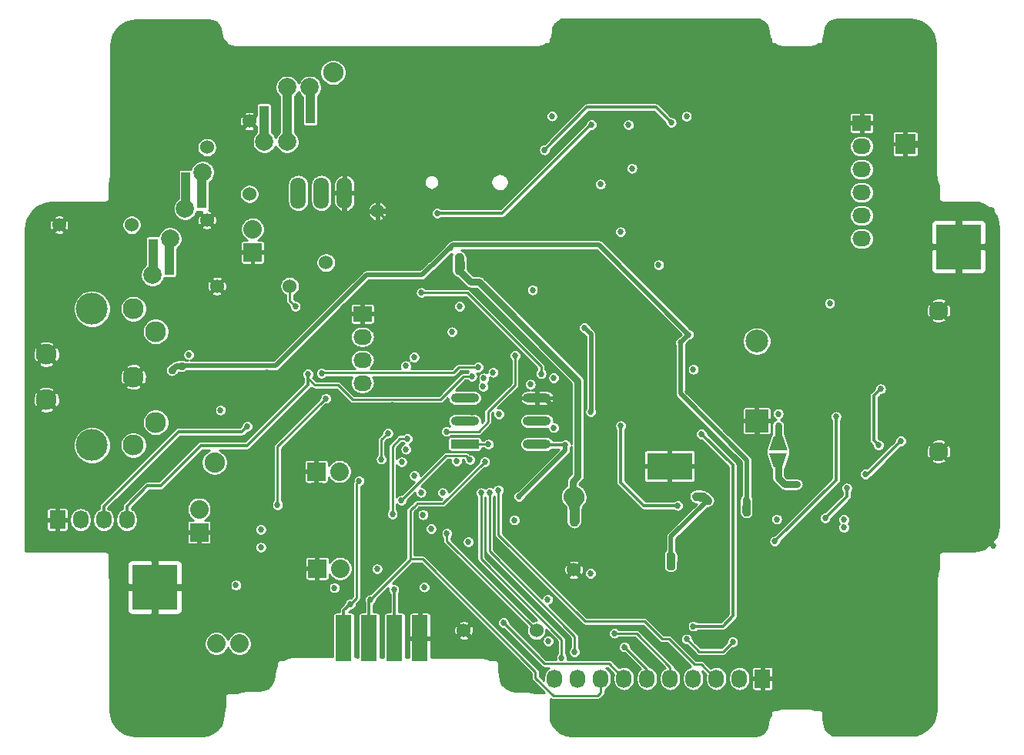
<source format=gbl>
G04 #@! TF.GenerationSoftware,KiCad,Pcbnew,(5.1.9-0-10_14)*
G04 #@! TF.CreationDate,2022-03-10T10:15:54-05:00*
G04 #@! TF.ProjectId,FlexFox80,466c6578-466f-4783-9830-2e6b69636164,1.10*
G04 #@! TF.SameCoordinates,Original*
G04 #@! TF.FileFunction,Copper,L4,Bot*
G04 #@! TF.FilePolarity,Positive*
%FSLAX46Y46*%
G04 Gerber Fmt 4.6, Leading zero omitted, Abs format (unit mm)*
G04 Created by KiCad (PCBNEW (5.1.9-0-10_14)) date 2022-03-10 10:15:54*
%MOMM*%
%LPD*%
G01*
G04 APERTURE LIST*
G04 #@! TA.AperFunction,ComponentPad*
%ADD10C,6.500000*%
G04 #@! TD*
G04 #@! TA.AperFunction,ComponentPad*
%ADD11C,0.400000*%
G04 #@! TD*
G04 #@! TA.AperFunction,ComponentPad*
%ADD12C,1.200000*%
G04 #@! TD*
G04 #@! TA.AperFunction,SMDPad,CuDef*
%ADD13R,5.000000X3.000000*%
G04 #@! TD*
G04 #@! TA.AperFunction,ComponentPad*
%ADD14R,5.000000X5.000000*%
G04 #@! TD*
G04 #@! TA.AperFunction,ComponentPad*
%ADD15C,2.500000*%
G04 #@! TD*
G04 #@! TA.AperFunction,ComponentPad*
%ADD16R,2.500000X2.500000*%
G04 #@! TD*
G04 #@! TA.AperFunction,ComponentPad*
%ADD17C,2.100000*%
G04 #@! TD*
G04 #@! TA.AperFunction,SMDPad,CuDef*
%ADD18O,3.100000X1.000000*%
G04 #@! TD*
G04 #@! TA.AperFunction,SMDPad,CuDef*
%ADD19R,3.100000X1.000000*%
G04 #@! TD*
G04 #@! TA.AperFunction,ComponentPad*
%ADD20C,2.000000*%
G04 #@! TD*
G04 #@! TA.AperFunction,SMDPad,CuDef*
%ADD21R,1.000000X4.000000*%
G04 #@! TD*
G04 #@! TA.AperFunction,SMDPad,CuDef*
%ADD22C,1.524000*%
G04 #@! TD*
G04 #@! TA.AperFunction,ComponentPad*
%ADD23C,0.600000*%
G04 #@! TD*
G04 #@! TA.AperFunction,ComponentPad*
%ADD24C,2.235200*%
G04 #@! TD*
G04 #@! TA.AperFunction,ComponentPad*
%ADD25O,1.699260X3.500120*%
G04 #@! TD*
G04 #@! TA.AperFunction,ComponentPad*
%ADD26R,2.235200X2.235200*%
G04 #@! TD*
G04 #@! TA.AperFunction,SMDPad,CuDef*
%ADD27R,1.000000X6.000000*%
G04 #@! TD*
G04 #@! TA.AperFunction,ComponentPad*
%ADD28C,2.300000*%
G04 #@! TD*
G04 #@! TA.AperFunction,ComponentPad*
%ADD29C,3.500000*%
G04 #@! TD*
G04 #@! TA.AperFunction,ConnectorPad*
%ADD30R,1.778000X5.080000*%
G04 #@! TD*
G04 #@! TA.AperFunction,ComponentPad*
%ADD31R,2.032000X1.727200*%
G04 #@! TD*
G04 #@! TA.AperFunction,ComponentPad*
%ADD32O,2.032000X1.727200*%
G04 #@! TD*
G04 #@! TA.AperFunction,ComponentPad*
%ADD33R,2.032000X2.032000*%
G04 #@! TD*
G04 #@! TA.AperFunction,ComponentPad*
%ADD34O,2.032000X2.032000*%
G04 #@! TD*
G04 #@! TA.AperFunction,ComponentPad*
%ADD35R,1.727200X2.032000*%
G04 #@! TD*
G04 #@! TA.AperFunction,ComponentPad*
%ADD36O,1.727200X2.032000*%
G04 #@! TD*
G04 #@! TA.AperFunction,ComponentPad*
%ADD37C,2.032000*%
G04 #@! TD*
G04 #@! TA.AperFunction,SMDPad,CuDef*
%ADD38C,0.100000*%
G04 #@! TD*
G04 #@! TA.AperFunction,ViaPad*
%ADD39C,0.685800*%
G04 #@! TD*
G04 #@! TA.AperFunction,Conductor*
%ADD40C,0.500000*%
G04 #@! TD*
G04 #@! TA.AperFunction,Conductor*
%ADD41C,0.750000*%
G04 #@! TD*
G04 #@! TA.AperFunction,Conductor*
%ADD42C,0.350000*%
G04 #@! TD*
G04 #@! TA.AperFunction,Conductor*
%ADD43C,0.250000*%
G04 #@! TD*
G04 #@! TA.AperFunction,Conductor*
%ADD44C,0.254000*%
G04 #@! TD*
G04 #@! TA.AperFunction,Conductor*
%ADD45C,0.100000*%
G04 #@! TD*
G04 APERTURE END LIST*
D10*
X110300000Y-104000000D03*
X33300000Y-104000000D03*
X33300000Y-36000000D03*
X110300000Y-36000000D03*
D11*
X87110000Y-79270000D03*
X87130000Y-80370000D03*
X86640000Y-79830000D03*
X88950000Y-79830000D03*
X88960000Y-80370000D03*
X88480000Y-80380000D03*
X88950000Y-79270000D03*
D12*
X87800000Y-79820000D03*
D11*
X88470000Y-79280000D03*
X86640000Y-79270000D03*
X86640000Y-80390000D03*
D13*
X87800000Y-79830000D03*
D14*
X119590000Y-55690000D03*
D15*
X97390000Y-66085000D03*
D16*
X97390000Y-74845000D03*
D17*
X117390000Y-62715000D03*
X117390000Y-78215000D03*
D18*
X73210000Y-72320000D03*
X65270000Y-72320000D03*
X73210000Y-74860000D03*
X65270000Y-74860000D03*
X73210000Y-77400000D03*
D19*
X65270000Y-77400000D03*
D20*
X32864900Y-54810000D03*
X30921800Y-58810000D03*
D21*
X32776000Y-56810000D03*
X30998000Y-56810000D03*
D14*
X31180000Y-93150000D03*
D22*
X55666854Y-51783146D03*
X50010000Y-57440000D03*
D23*
X50010000Y-57440000D03*
X55666854Y-51783146D03*
D24*
X37750000Y-79420000D03*
D25*
X49500000Y-49790000D03*
X46960000Y-49790000D03*
X52040000Y-49790000D03*
D26*
X113710000Y-44380000D03*
D24*
X50790000Y-36520000D03*
D22*
X77260000Y-91240000D03*
X77260000Y-83240000D03*
D23*
X77260000Y-83240000D03*
X77260000Y-91240000D03*
D22*
X38020000Y-60020000D03*
X46020000Y-60020000D03*
D23*
X46020000Y-60020000D03*
X38020000Y-60020000D03*
D22*
X36930000Y-52760000D03*
X36930000Y-44760000D03*
D23*
X36930000Y-44760000D03*
X36930000Y-52760000D03*
D22*
X20650000Y-53290000D03*
X28650000Y-53290000D03*
D23*
X28650000Y-53290000D03*
X20650000Y-53290000D03*
D22*
X41580000Y-41880000D03*
X41580000Y-49880000D03*
D23*
X41580000Y-49880000D03*
X41580000Y-41880000D03*
D22*
X65150000Y-97910000D03*
X73150000Y-97910000D03*
D23*
X73150000Y-97910000D03*
X65150000Y-97910000D03*
D20*
X45740000Y-44150000D03*
X45740000Y-38150000D03*
X48240000Y-38150000D03*
X43240000Y-44150000D03*
D27*
X45740000Y-41150000D03*
D21*
X48280000Y-40134000D03*
X43200000Y-42166000D03*
D20*
X36464900Y-47490000D03*
X34521800Y-51490000D03*
D21*
X36376000Y-49490000D03*
X34598000Y-49490000D03*
D28*
X31280000Y-65020000D03*
D29*
X24280000Y-77520000D03*
D28*
X28830000Y-62520000D03*
X28830000Y-70020000D03*
X28830000Y-77520000D03*
X31280000Y-75020000D03*
D29*
X24280000Y-62520000D03*
D28*
X19280000Y-72520000D03*
X19280000Y-67520000D03*
D30*
X60351000Y-98770000D03*
X57557000Y-98770000D03*
X54763000Y-98770000D03*
X51969000Y-98770000D03*
D31*
X54020000Y-63060000D03*
D32*
X54020000Y-65600000D03*
X54020000Y-68140000D03*
X54020000Y-70680000D03*
D31*
X108920000Y-42090000D03*
D32*
X108920000Y-44630000D03*
X108920000Y-47170000D03*
X108920000Y-49710000D03*
X108920000Y-52250000D03*
X108920000Y-54790000D03*
D33*
X41940000Y-56300000D03*
D34*
X41940000Y-53760000D03*
D35*
X98020000Y-103200000D03*
D36*
X95480000Y-103200000D03*
X92940000Y-103200000D03*
X90400000Y-103200000D03*
X87860000Y-103200000D03*
X85320000Y-103200000D03*
X82780000Y-103200000D03*
X80240000Y-103200000D03*
X77700000Y-103200000D03*
X75160000Y-103200000D03*
D35*
X20480000Y-85720000D03*
D36*
X23020000Y-85720000D03*
X25560000Y-85720000D03*
X28100000Y-85720000D03*
D34*
X36060000Y-84560000D03*
D33*
X36060000Y-87100000D03*
X49030000Y-91090000D03*
D34*
X51570000Y-91090000D03*
D33*
X48940000Y-80420000D03*
D34*
X51480000Y-80420000D03*
D37*
X37960000Y-99350000D03*
D34*
X40500000Y-99350000D03*
G04 #@! TA.AperFunction,SMDPad,CuDef*
D38*
G36*
X98729430Y-78415430D02*
G01*
X100730570Y-78415430D01*
X100230570Y-79916570D01*
X99229430Y-79916570D01*
X98729430Y-78415430D01*
G37*
G04 #@! TD.AperFunction*
G04 #@! TA.AperFunction,SMDPad,CuDef*
G36*
X100742000Y-78096000D02*
G01*
X98718000Y-78096000D01*
X99218000Y-76572000D01*
X100242000Y-76572000D01*
X100742000Y-78096000D01*
G37*
G04 #@! TD.AperFunction*
D39*
X96280000Y-84900000D03*
X96280000Y-83700000D03*
X34160000Y-68790000D03*
X33090000Y-69240000D03*
X89880000Y-65339998D03*
X88997101Y-66222897D03*
X63726865Y-55809902D03*
X42840000Y-88760000D03*
X42840000Y-86810000D03*
X87955002Y-90774998D03*
X87920000Y-89710000D03*
X91969991Y-83590033D03*
X90789998Y-83149966D03*
X77260000Y-85900000D03*
X64700000Y-58320000D03*
X64700000Y-56880000D03*
X113230000Y-77070000D03*
X109320000Y-80700000D03*
X61564552Y-86715882D03*
X27090000Y-88640000D03*
X18140000Y-74680000D03*
X23780000Y-88660000D03*
X20680000Y-88740000D03*
X18320000Y-87660000D03*
X18230000Y-84990000D03*
X18230000Y-81700000D03*
X18140000Y-78590000D03*
X90060000Y-109000000D03*
X92030000Y-108960000D03*
X96620000Y-108770000D03*
X94590000Y-108810000D03*
X38170000Y-105840000D03*
X37730000Y-108240000D03*
X34210000Y-108740000D03*
X30800000Y-108690000D03*
X27950000Y-108130000D03*
X27110000Y-105780000D03*
X27000000Y-103100000D03*
X26940000Y-100360000D03*
X83360000Y-108920000D03*
X80900000Y-108990000D03*
X78050000Y-108900000D03*
X75830000Y-108010000D03*
X26960000Y-96050000D03*
X27130000Y-92150000D03*
X83740000Y-31290000D03*
X123520000Y-67970000D03*
X123290000Y-70980000D03*
X123440000Y-74100000D03*
X123380000Y-76990000D03*
X123550000Y-79700000D03*
X123380000Y-88620000D03*
X121770000Y-88770000D03*
X119060000Y-88810000D03*
X116360000Y-88960000D03*
X116240000Y-91250000D03*
X116320000Y-94220000D03*
X116310000Y-96730000D03*
X116370000Y-99550000D03*
X116290000Y-102120000D03*
X116340000Y-104470000D03*
X116310000Y-106790000D03*
X115200000Y-108440000D03*
X112910000Y-108800000D03*
X110110000Y-108850000D03*
X107540000Y-108770000D03*
X105720000Y-107990000D03*
X105330000Y-105810000D03*
X103180000Y-105750000D03*
X97920000Y-107700000D03*
X123360000Y-65080000D03*
X123420000Y-62810000D03*
X123380000Y-55910000D03*
X123330000Y-53870000D03*
X123100000Y-51690000D03*
X120090000Y-51740000D03*
X117400000Y-51800000D03*
X116010000Y-49620000D03*
X116170000Y-46830000D03*
X116170000Y-44150000D03*
X116280000Y-41160000D03*
X116280000Y-38050000D03*
X116370000Y-34850000D03*
X115660000Y-32270000D03*
X97220000Y-31390000D03*
X97660000Y-32770000D03*
X92090000Y-31350000D03*
X98150000Y-33870000D03*
X100320000Y-34560000D03*
X103140000Y-34560000D03*
X105310000Y-33570000D03*
X105960000Y-31740000D03*
X108320000Y-31280000D03*
X110720000Y-31360000D03*
X113440000Y-31470000D03*
X94030000Y-31350000D03*
X86820389Y-31330092D03*
X88870000Y-31400000D03*
X123430000Y-59040000D03*
X17880000Y-61920000D03*
X17910000Y-58530000D03*
X17930000Y-64580000D03*
X17910000Y-55180000D03*
X43130000Y-34270000D03*
X46020000Y-34250000D03*
X41070000Y-34260000D03*
X48880000Y-34330000D03*
X37500000Y-32300000D03*
X38440000Y-34260000D03*
X35540000Y-31570000D03*
X21460000Y-51740000D03*
X24480000Y-51630000D03*
X26880000Y-50680000D03*
X27330000Y-48390000D03*
X27270000Y-45990000D03*
X27210000Y-42800000D03*
X27210000Y-40010000D03*
X27210000Y-37160000D03*
X27270000Y-34590000D03*
X27880000Y-32130000D03*
X30120000Y-31570000D03*
X32800000Y-31570000D03*
X51590000Y-34260000D03*
X53380000Y-34200000D03*
X55530000Y-34240000D03*
X57970000Y-34120000D03*
X60190000Y-34140000D03*
X62460000Y-34080000D03*
X68170000Y-34160000D03*
X70280000Y-34250000D03*
X75270000Y-34180000D03*
X72710000Y-34200000D03*
X75830000Y-31630000D03*
X78230000Y-31570000D03*
X81030000Y-31360000D03*
X92490000Y-85630000D03*
X92440000Y-86890000D03*
X93460000Y-87350000D03*
X92550000Y-88150000D03*
X93430000Y-88610000D03*
X86890000Y-108960000D03*
X83870000Y-80200000D03*
X83870000Y-81590000D03*
X123560000Y-82180002D03*
X123530001Y-86360000D03*
X123560000Y-82180002D03*
X123480000Y-84280000D03*
X93351044Y-86328956D03*
X85506649Y-77018015D03*
X83950000Y-78480000D03*
X83990000Y-77060000D03*
X18920000Y-51669998D03*
X17940000Y-52650000D03*
X65296372Y-34123628D03*
X93060000Y-96260000D03*
X91300000Y-96190000D03*
X91330000Y-92410000D03*
X89990000Y-93900000D03*
X89600000Y-96184900D03*
X87920000Y-96184900D03*
X86040000Y-96184900D03*
X97420000Y-96260000D03*
X99220000Y-96260000D03*
X99950000Y-94850000D03*
X98490000Y-93240000D03*
X101580000Y-93220000D03*
X93100000Y-46690000D03*
X93060000Y-51090000D03*
X89210000Y-50980000D03*
X89170000Y-46510000D03*
X85130000Y-46470000D03*
X86080000Y-50880000D03*
X82550000Y-49460000D03*
X78880000Y-53090000D03*
X57550000Y-45670000D03*
X60700000Y-45670000D03*
X60570000Y-51090000D03*
X52030000Y-52290000D03*
X49720000Y-52260000D03*
X47710000Y-52290000D03*
X53780000Y-51450000D03*
X53840000Y-49370000D03*
X53620000Y-47160000D03*
X51540000Y-47060000D03*
X41510000Y-63080000D03*
X40380000Y-63440000D03*
X40070000Y-64670000D03*
X40200000Y-66070000D03*
X43440000Y-66180000D03*
X38490000Y-64290000D03*
X38470000Y-62920000D03*
X47265953Y-64975953D03*
X46000000Y-64990000D03*
X45450000Y-66180000D03*
X49530000Y-64990000D03*
X50460000Y-64000000D03*
X51330000Y-63110000D03*
X98040000Y-40930000D03*
X98070000Y-42900000D03*
X98120000Y-38710000D03*
X95420000Y-64830000D03*
X74160000Y-62690000D03*
X84090000Y-73900000D03*
X82970000Y-72770000D03*
X84170000Y-71540000D03*
X91140000Y-71680000D03*
X93070000Y-71600000D03*
X93300000Y-80630000D03*
X93360000Y-82010000D03*
X97430000Y-80120000D03*
X97420000Y-78900000D03*
X96690000Y-77880000D03*
X91720000Y-81670000D03*
X91700000Y-80280000D03*
X91720000Y-78760000D03*
X33820000Y-72270000D03*
X33840000Y-73800000D03*
X34300000Y-75280000D03*
X36160000Y-75240000D03*
X43510000Y-69509900D03*
X45480000Y-71310000D03*
X36690000Y-63530000D03*
X53980000Y-54530000D03*
X55460000Y-54460000D03*
X56840000Y-53530000D03*
X93540000Y-99090000D03*
X50440000Y-41680000D03*
X50920000Y-42580000D03*
X53060000Y-42520000D03*
X53550000Y-41600000D03*
X61850000Y-40440000D03*
X63580000Y-40250000D03*
X64010000Y-38300000D03*
X63600000Y-36300000D03*
X26630000Y-60030000D03*
X25110000Y-59460000D03*
X25680000Y-57220000D03*
X34340000Y-42370000D03*
X32900000Y-42690000D03*
X32960000Y-44700000D03*
X30380000Y-50120000D03*
X31710000Y-50120000D03*
X33070000Y-50100000D03*
X39430000Y-70770000D03*
X42150000Y-71120000D03*
X86749367Y-71717785D03*
X80699170Y-74926324D03*
X69090000Y-76600000D03*
X95610002Y-42900000D03*
X95550000Y-38630002D03*
X66180000Y-82765100D03*
X75890000Y-106650002D03*
X98314998Y-106495002D03*
X100640014Y-105830000D03*
X70820665Y-82290665D03*
X71830665Y-81280665D03*
X77940000Y-94950000D03*
X76060000Y-92969998D03*
X68920000Y-78310000D03*
X69460000Y-67580000D03*
X67370000Y-67570000D03*
X67330000Y-66110000D03*
X67550000Y-64510000D03*
X65570000Y-66390000D03*
X63070000Y-68900000D03*
X63140000Y-66200000D03*
X61580000Y-67720000D03*
X69280000Y-69200000D03*
X71930000Y-69240000D03*
X63210000Y-76990000D03*
X62730000Y-81080000D03*
X62260000Y-82050000D03*
X72340000Y-103190000D03*
X69840000Y-86590000D03*
X71610000Y-86560000D03*
X70800000Y-87830000D03*
X90940000Y-78090000D03*
X90930000Y-79450000D03*
X90980000Y-81000000D03*
X90660000Y-82180000D03*
X84730000Y-78010000D03*
X84700000Y-79490000D03*
X84680000Y-80950000D03*
X38940000Y-103210000D03*
X41300000Y-103160000D03*
X69580000Y-103760000D03*
X98060000Y-60870000D03*
X98060000Y-58640000D03*
X95310000Y-58560000D03*
X95270000Y-60830000D03*
X95230000Y-62580000D03*
X98100000Y-62620000D03*
X104750000Y-40830000D03*
X102270000Y-40770000D03*
X102300000Y-43520000D03*
X104690000Y-43520000D03*
X106900000Y-43520000D03*
X106780000Y-40660000D03*
X94650000Y-45920000D03*
X94540000Y-43930000D03*
X60370000Y-95270000D03*
X58600000Y-95250000D03*
X59610000Y-94440000D03*
X43310000Y-103170000D03*
X43280000Y-100030000D03*
X45610000Y-99970000D03*
X48330000Y-99940000D03*
X48890000Y-97140000D03*
X69580000Y-99960000D03*
X67040000Y-100000000D03*
X63810000Y-99920000D03*
X37330000Y-66110000D03*
X35960000Y-67530000D03*
X40970000Y-69810000D03*
X105600000Y-69590000D03*
X105290000Y-68430000D03*
X103940000Y-69610000D03*
X105750000Y-71170000D03*
X106000000Y-72710000D03*
X104310000Y-72150000D03*
X112960000Y-71050000D03*
X114680000Y-71050000D03*
X116210000Y-70010000D03*
X117460000Y-69270000D03*
X118770000Y-68600000D03*
X120440000Y-68600000D03*
X116640000Y-83560000D03*
X118340000Y-83450000D03*
X118360000Y-81580000D03*
X81200000Y-80020000D03*
X81240000Y-77930000D03*
X80020000Y-77360000D03*
X75200000Y-73530000D03*
X75900000Y-71590000D03*
X56380000Y-73980000D03*
X47090000Y-86500000D03*
X47080000Y-85120000D03*
X48680000Y-84470000D03*
X48650000Y-87190000D03*
X40260000Y-94030000D03*
X42300000Y-93940000D03*
X43400000Y-92810000D03*
X43350000Y-94900000D03*
X65342483Y-79787312D03*
X63209996Y-77990004D03*
X63277164Y-75087581D03*
X66090000Y-73890100D03*
X68850000Y-75260000D03*
X67630000Y-76520000D03*
X90710665Y-99069335D03*
X42181008Y-59763961D03*
X44204196Y-60495521D03*
X38980000Y-61339998D03*
X40450000Y-60360000D03*
X58570000Y-70440000D03*
X61120000Y-70420000D03*
X57350000Y-73094910D03*
X69640000Y-66130000D03*
X65940000Y-67590002D03*
X79010000Y-74890000D03*
X78580000Y-99730000D03*
X79190020Y-76530000D03*
X78460000Y-89040000D03*
X79400000Y-89920000D03*
X80180000Y-90720000D03*
X81510000Y-89410000D03*
X79670000Y-88664900D03*
X81320000Y-92570000D03*
X80399342Y-93440658D03*
X81440000Y-94520000D03*
X80990000Y-100810000D03*
X79750000Y-100670000D03*
X56880000Y-95090000D03*
X56860000Y-94090000D03*
X45350000Y-52230000D03*
X43410000Y-52140000D03*
X43580000Y-47100000D03*
X45830000Y-47130000D03*
X48140000Y-47100000D03*
X75349998Y-82690000D03*
X76100000Y-90050000D03*
X89809009Y-71650901D03*
X90480000Y-77059998D03*
X93490000Y-84270000D03*
X93400000Y-83179998D03*
X72970000Y-63540000D03*
X72650000Y-61990000D03*
X69520000Y-70300000D03*
X81500000Y-65340000D03*
X82130000Y-67080000D03*
X82180000Y-68440000D03*
X83720000Y-67110000D03*
X84940000Y-67920000D03*
X90185000Y-67895000D03*
X95890000Y-67600000D03*
X97570000Y-68190000D03*
X96970000Y-69180000D03*
X95290000Y-40320000D03*
X55210000Y-74879999D03*
X66220000Y-86390000D03*
X65090000Y-86520000D03*
X63680000Y-85140000D03*
X54150000Y-92940000D03*
X52760000Y-92930000D03*
X62850000Y-54960000D03*
X60930000Y-55280000D03*
X59230000Y-55280000D03*
X82710000Y-64070000D03*
X108460000Y-82400000D03*
X108560000Y-83700000D03*
X75890000Y-74640000D03*
X76720000Y-73620000D03*
X76450000Y-80480000D03*
X75460000Y-80470000D03*
X79110000Y-80500000D03*
X78670000Y-81810000D03*
X75450000Y-62960000D03*
X87970000Y-42040000D03*
X74045090Y-45030000D03*
X62230000Y-52000000D03*
X79220000Y-42270000D03*
X74470000Y-99070000D03*
X105400000Y-61920000D03*
X60447999Y-82710000D03*
X79100000Y-91630000D03*
X70730000Y-85750000D03*
X62830001Y-82760000D03*
X82425760Y-75392191D03*
X88700000Y-84160000D03*
X78430000Y-64610000D03*
X44690000Y-84120000D03*
X71225090Y-83180000D03*
X50010000Y-72370000D03*
X79130000Y-73840000D03*
X76350000Y-77489998D03*
X58796885Y-77971785D03*
X68390000Y-69500000D03*
X72720000Y-60440000D03*
X46640000Y-62240000D03*
X94730000Y-99160000D03*
X89660000Y-98860000D03*
X86600002Y-57690002D03*
X75059811Y-70120794D03*
X90410000Y-69170000D03*
X72490000Y-70829998D03*
X34940000Y-67560000D03*
X69030000Y-74100000D03*
X91300000Y-76310000D03*
X90410000Y-97430002D03*
X99570000Y-85660000D03*
X60690000Y-85160000D03*
X65680000Y-88159998D03*
X59700000Y-67840000D03*
X83290000Y-42290000D03*
X83650000Y-47060000D03*
X58790000Y-68795090D03*
X38420000Y-73660000D03*
X67380000Y-70140000D03*
X107280000Y-82240000D03*
X104900000Y-85539996D03*
X100840000Y-81830000D03*
X106970000Y-86580000D03*
X106970000Y-85710000D03*
X101820000Y-81830000D03*
X59750000Y-80880000D03*
X50950000Y-93200002D03*
X57480000Y-93380000D03*
X52710098Y-94980000D03*
X53660000Y-81450000D03*
X54880000Y-94519902D03*
X67470000Y-79350000D03*
X60820000Y-93130000D03*
X55620000Y-91130000D03*
X106100000Y-74370000D03*
X99355090Y-88100000D03*
X111000000Y-71340000D03*
X110770000Y-77520000D03*
X67295100Y-71080000D03*
X58330000Y-79370000D03*
X99750000Y-75340000D03*
X99750000Y-74060000D03*
X68979342Y-82449342D03*
X74400000Y-94480000D03*
X81740000Y-98220002D03*
X82830000Y-99720000D03*
X65838062Y-79131852D03*
X58310002Y-83600000D03*
X69530000Y-97040000D03*
X67070000Y-82750000D03*
X75930000Y-100964910D03*
X68000000Y-82730000D03*
X77350000Y-100270000D03*
X74860000Y-41320000D03*
X64703241Y-62240320D03*
X89650000Y-41360000D03*
X64380000Y-79279998D03*
X67880000Y-77420000D03*
X60510000Y-60749998D03*
X73660000Y-69660000D03*
X63310000Y-87220000D03*
X56090000Y-79060000D03*
X56820000Y-76200000D03*
X58960000Y-76781974D03*
X57310000Y-85100000D03*
X48040000Y-69690000D03*
X66040001Y-69949999D03*
X66740000Y-68940000D03*
X41370000Y-75440000D03*
X49519999Y-69620000D03*
X82400000Y-54060000D03*
X63267965Y-76012026D03*
X70810000Y-67650000D03*
X80190000Y-48820000D03*
X63880000Y-65060000D03*
X75070000Y-75590000D03*
X40115100Y-92929998D03*
D40*
X96280000Y-84900000D02*
X96280000Y-83700000D01*
X34160000Y-68790000D02*
X33540000Y-68790000D01*
X33540000Y-68790000D02*
X33090000Y-69240000D01*
X60579642Y-58799480D02*
X60922541Y-58456581D01*
X54460520Y-58799480D02*
X60579642Y-58799480D01*
X44470000Y-68790000D02*
X54460520Y-58799480D01*
X34160000Y-68790000D02*
X44470000Y-68790000D01*
X88997101Y-66222897D02*
X89880000Y-65339998D01*
X61591592Y-57787530D02*
X61676199Y-57787530D01*
X80020002Y-55480000D02*
X63983729Y-55480000D01*
X60922541Y-58456581D02*
X61591592Y-57787530D01*
X89880000Y-65339998D02*
X80020002Y-55480000D01*
X63726865Y-55736865D02*
X63723135Y-55736865D01*
X63723135Y-55736865D02*
X63030000Y-56430000D01*
X63983729Y-55480000D02*
X63726865Y-55736865D01*
X63726865Y-55736865D02*
X61676199Y-57787530D01*
X96280000Y-79140000D02*
X88997101Y-71857101D01*
X96280000Y-83700000D02*
X96280000Y-79140000D01*
X88997101Y-71857101D02*
X88997101Y-66222897D01*
X87955002Y-90774998D02*
X87955002Y-87605022D01*
X87955002Y-87605022D02*
X91969991Y-83590033D01*
X91529924Y-83149966D02*
X91969991Y-83590033D01*
X90789998Y-83149966D02*
X91529924Y-83149966D01*
D41*
X77260000Y-85900000D02*
X77260000Y-83240000D01*
X64700000Y-58320000D02*
X64700000Y-56880000D01*
X64700000Y-58350000D02*
X64700000Y-58320000D01*
X66850000Y-59560000D02*
X65910000Y-59560000D01*
X77710000Y-70420000D02*
X66850000Y-59560000D01*
X77710000Y-80960000D02*
X77710000Y-70420000D01*
X77150000Y-81520000D02*
X77710000Y-80960000D01*
X65910000Y-59560000D02*
X64700000Y-58350000D01*
X77150000Y-83130000D02*
X77150000Y-81520000D01*
X77260000Y-83240000D02*
X77150000Y-83130000D01*
D42*
X109600000Y-80700000D02*
X109320000Y-80700000D01*
X113230000Y-77070000D02*
X109600000Y-80700000D01*
D41*
X20740000Y-88680000D02*
X23780000Y-88660000D01*
X20680000Y-88740000D02*
X20740000Y-88680000D01*
X18320000Y-85080000D02*
X18320000Y-87660000D01*
X18230000Y-84990000D02*
X18320000Y-85080000D01*
X18230000Y-78680000D02*
X18230000Y-81700000D01*
X18140000Y-78590000D02*
X18230000Y-78680000D01*
X90210000Y-108850000D02*
X90060000Y-109000000D01*
X90210000Y-108850000D02*
X92030000Y-108960000D01*
X94630000Y-108770000D02*
X96620000Y-108770000D01*
X94590000Y-108810000D02*
X94630000Y-108770000D01*
X38170000Y-107800000D02*
X38170000Y-105840000D01*
X37730000Y-108240000D02*
X38170000Y-107800000D01*
X30850000Y-108740000D02*
X34210000Y-108740000D01*
X30800000Y-108690000D02*
X30850000Y-108740000D01*
X27950000Y-106620000D02*
X27950000Y-108130000D01*
X27110000Y-105780000D02*
X27950000Y-106620000D01*
X27000000Y-100420000D02*
X27000000Y-103100000D01*
X26940000Y-100360000D02*
X27000000Y-100420000D01*
X78140000Y-108990000D02*
X80900000Y-108990000D01*
X78050000Y-108900000D02*
X78140000Y-108990000D01*
D40*
X27100000Y-88630000D02*
X27090000Y-88640000D01*
D41*
X27130000Y-91870000D02*
X27090000Y-88640000D01*
X27130000Y-91870000D02*
X27130000Y-92150000D01*
X83740000Y-31290000D02*
X86820389Y-31330092D01*
X123460000Y-70810000D02*
X123520000Y-67970000D01*
X123290000Y-70980000D02*
X123460000Y-70810000D01*
X123430000Y-76940000D02*
X123440000Y-74100000D01*
X123380000Y-76990000D02*
X123430000Y-76940000D01*
X119100000Y-88770000D02*
X121770000Y-88770000D01*
X119060000Y-88810000D02*
X119100000Y-88770000D01*
X116360000Y-91130000D02*
X116360000Y-88960000D01*
X116240000Y-91250000D02*
X116360000Y-91130000D01*
X116320000Y-96720000D02*
X116320000Y-94220000D01*
X116310000Y-96730000D02*
X116320000Y-96720000D01*
X116370000Y-102040000D02*
X116370000Y-99550000D01*
X116290000Y-102120000D02*
X116370000Y-102040000D01*
X116340000Y-106760000D02*
X116340000Y-104470000D01*
X116310000Y-106790000D02*
X116340000Y-106760000D01*
X113270000Y-108440000D02*
X115200000Y-108440000D01*
X112910000Y-108800000D02*
X113270000Y-108440000D01*
X107620000Y-108850000D02*
X110110000Y-108850000D01*
X107540000Y-108770000D02*
X107620000Y-108850000D01*
X105720000Y-106200000D02*
X105720000Y-107990000D01*
X105330000Y-105810000D02*
X105720000Y-106200000D01*
X97920000Y-107700000D02*
X97930000Y-107690000D01*
X123410000Y-65030000D02*
X123420000Y-62810000D01*
X123360000Y-65080000D02*
X123410000Y-65030000D01*
X123270000Y-52670000D02*
X123100000Y-51690000D01*
X123330000Y-53870000D02*
X123270000Y-52670000D01*
X120030000Y-51800000D02*
X117400000Y-51800000D01*
X120090000Y-51740000D02*
X120030000Y-51800000D01*
X116170000Y-49460000D02*
X116170000Y-46830000D01*
X116010000Y-49620000D02*
X116170000Y-49460000D01*
X116280000Y-44040000D02*
X116280000Y-41160000D01*
X116170000Y-44150000D02*
X116280000Y-44040000D01*
X116370000Y-37960000D02*
X116370000Y-34850000D01*
X116280000Y-38050000D02*
X116370000Y-37960000D01*
X97690000Y-32770000D02*
X97660000Y-32770000D01*
X94940000Y-31350000D02*
X92090000Y-31350000D01*
X94980000Y-31390000D02*
X94940000Y-31350000D01*
X94980000Y-31390000D02*
X97220000Y-31390000D01*
X97690000Y-33410000D02*
X97690000Y-32770000D01*
X98150000Y-33870000D02*
X97690000Y-33410000D01*
X103140000Y-34560000D02*
X100320000Y-34560000D01*
X105310000Y-32390000D02*
X105310000Y-33570000D01*
X105960000Y-31740000D02*
X105310000Y-32390000D01*
X110640000Y-31280000D02*
X108320000Y-31280000D01*
X110720000Y-31360000D02*
X110640000Y-31280000D01*
X114860000Y-31470000D02*
X113440000Y-31470000D01*
X115660000Y-32270000D02*
X114860000Y-31470000D01*
X92040000Y-31400000D02*
X92090000Y-31350000D01*
X88870000Y-31400000D02*
X92040000Y-31400000D01*
X92090000Y-31350000D02*
X94030000Y-31350000D01*
X88400000Y-31400000D02*
X88870000Y-31400000D01*
X88350000Y-31350000D02*
X86820389Y-31330092D01*
X123380000Y-55910000D02*
X123380000Y-58990000D01*
X123380000Y-58990000D02*
X123430000Y-59040000D01*
X17910000Y-58530000D02*
X17910000Y-55180000D01*
X17930000Y-64580000D02*
X17890000Y-64620000D01*
X17930000Y-66170000D02*
X19280000Y-67520000D01*
X17930000Y-64580000D02*
X17930000Y-66170000D01*
X35540000Y-31570000D02*
X32800000Y-31570000D01*
X41070000Y-34260000D02*
X43130000Y-34270000D01*
X51590000Y-34260000D02*
X48950000Y-34260000D01*
X48880000Y-34330000D02*
X48950000Y-34260000D01*
X37500000Y-33650000D02*
X37500000Y-32300000D01*
X38440000Y-34260000D02*
X37500000Y-33650000D01*
X25930000Y-51630000D02*
X24480000Y-51630000D01*
X26880000Y-50680000D02*
X25930000Y-51630000D01*
X27330000Y-46050000D02*
X27330000Y-48390000D01*
X27270000Y-45990000D02*
X27330000Y-46050000D01*
X27210000Y-40010000D02*
X27210000Y-42800000D01*
X27210000Y-34650000D02*
X27210000Y-37160000D01*
X27270000Y-34590000D02*
X27210000Y-34650000D01*
X29560000Y-32130000D02*
X27880000Y-32130000D01*
X30120000Y-31570000D02*
X29560000Y-32130000D01*
X70280000Y-34250000D02*
X72660000Y-34250000D01*
X68170000Y-34160000D02*
X70200000Y-34170000D01*
X55460000Y-34170000D02*
X53380000Y-34200000D01*
X55530000Y-34240000D02*
X55460000Y-34170000D01*
X60150000Y-34100000D02*
X57970000Y-34120000D01*
X60190000Y-34140000D02*
X60150000Y-34100000D01*
X70200000Y-34170000D02*
X70280000Y-34250000D01*
X75200000Y-34110000D02*
X75270000Y-34180000D01*
X72710000Y-34200000D02*
X75200000Y-34110000D01*
X72660000Y-34250000D02*
X72710000Y-34200000D01*
X51590000Y-34260000D02*
X51510000Y-34180000D01*
X80820000Y-31570000D02*
X81030000Y-31360000D01*
X78230000Y-31570000D02*
X80820000Y-31570000D01*
X18140000Y-73660000D02*
X19280000Y-72520000D01*
X18140000Y-74680000D02*
X18140000Y-73660000D01*
X115940000Y-44380000D02*
X116170000Y-44150000D01*
X113710000Y-44380000D02*
X115940000Y-44380000D01*
D40*
X93000000Y-86890000D02*
X93460000Y-87350000D01*
X92440000Y-86890000D02*
X93000000Y-86890000D01*
X92970000Y-88150000D02*
X93430000Y-88610000D01*
X92550000Y-88150000D02*
X92970000Y-88150000D01*
D41*
X123550000Y-79700000D02*
X123550000Y-82170002D01*
X123550000Y-82170002D02*
X123560000Y-82180002D01*
X123480000Y-82260002D02*
X123560000Y-82180002D01*
X123480000Y-84280000D02*
X123480000Y-82260002D01*
D40*
X92490000Y-85630000D02*
X93188956Y-86328956D01*
X93188956Y-86328956D02*
X93351044Y-86328956D01*
X83870000Y-78560000D02*
X83950000Y-78480000D01*
X83870000Y-80200000D02*
X83870000Y-78560000D01*
X85506649Y-77018015D02*
X84031985Y-77018015D01*
X84031985Y-77018015D02*
X83990000Y-77060000D01*
D41*
X21460000Y-51740000D02*
X18990002Y-51740000D01*
X18990002Y-51740000D02*
X18920000Y-51669998D01*
X17910000Y-55180000D02*
X17910000Y-52680000D01*
X17910000Y-52680000D02*
X17940000Y-52650000D01*
X65252744Y-34080000D02*
X65296372Y-34123628D01*
X62460000Y-34080000D02*
X65252744Y-34080000D01*
D40*
X91370000Y-96260000D02*
X91300000Y-96190000D01*
X93060000Y-96260000D02*
X91370000Y-96260000D01*
X91330000Y-92560000D02*
X89990000Y-93900000D01*
X91330000Y-92410000D02*
X91330000Y-92560000D01*
X89600000Y-96184900D02*
X87920000Y-96184900D01*
X97420000Y-96260000D02*
X99220000Y-96260000D01*
X99950000Y-94700000D02*
X98490000Y-93240000D01*
X99950000Y-94850000D02*
X99950000Y-94700000D01*
D42*
X93100000Y-51050000D02*
X93060000Y-51090000D01*
X93100000Y-46690000D02*
X93100000Y-51050000D01*
X89210000Y-46550000D02*
X89170000Y-46510000D01*
X89210000Y-50980000D02*
X89210000Y-46550000D01*
X86080000Y-47420000D02*
X86080000Y-50880000D01*
X85130000Y-46470000D02*
X86080000Y-47420000D01*
X78920000Y-53090000D02*
X78880000Y-53090000D01*
X82550000Y-49460000D02*
X78920000Y-53090000D01*
D40*
X57550000Y-45670000D02*
X60700000Y-45670000D01*
X59876854Y-51783146D02*
X55666854Y-51783146D01*
X60570000Y-51090000D02*
X59876854Y-51783146D01*
X52040000Y-52280000D02*
X52030000Y-52290000D01*
X52040000Y-49790000D02*
X52040000Y-52280000D01*
X47740000Y-52260000D02*
X47710000Y-52290000D01*
X49720000Y-52260000D02*
X47740000Y-52260000D01*
X53780000Y-49430000D02*
X53840000Y-49370000D01*
X53780000Y-51450000D02*
X53780000Y-49430000D01*
X51640000Y-47160000D02*
X51540000Y-47060000D01*
X53620000Y-47160000D02*
X51640000Y-47160000D01*
D42*
X40740000Y-63080000D02*
X40380000Y-63440000D01*
X41510000Y-63080000D02*
X40740000Y-63080000D01*
X40070000Y-65940000D02*
X40200000Y-66070000D01*
X40070000Y-64670000D02*
X40070000Y-65940000D01*
X40200000Y-66000000D02*
X38490000Y-64290000D01*
X40200000Y-66070000D02*
X40200000Y-66000000D01*
D43*
X46014047Y-64975953D02*
X46000000Y-64990000D01*
X47265953Y-64975953D02*
X46014047Y-64975953D01*
X45450000Y-66180000D02*
X43440000Y-66180000D01*
X49530000Y-64930000D02*
X50460000Y-64000000D01*
X49530000Y-64990000D02*
X49530000Y-64930000D01*
X53970000Y-63110000D02*
X54020000Y-63060000D01*
X51330000Y-63110000D02*
X53970000Y-63110000D01*
D40*
X98040000Y-42870000D02*
X98070000Y-42900000D01*
X98040000Y-40930000D02*
X98040000Y-42870000D01*
X84090000Y-73890000D02*
X82970000Y-72770000D01*
X84090000Y-73900000D02*
X84090000Y-73890000D01*
X93300000Y-81950000D02*
X93360000Y-82010000D01*
X93300000Y-80630000D02*
X93300000Y-81950000D01*
X97430000Y-78910000D02*
X97420000Y-78900000D01*
X97430000Y-80120000D02*
X97430000Y-78910000D01*
X93360000Y-82010000D02*
X92010000Y-82010000D01*
X91720000Y-81720000D02*
X91720000Y-81670000D01*
X92010000Y-82010000D02*
X91720000Y-81720000D01*
X91700000Y-78780000D02*
X91720000Y-78760000D01*
X91700000Y-80280000D02*
X91700000Y-78780000D01*
D42*
X33820000Y-73780000D02*
X33840000Y-73800000D01*
X33820000Y-72270000D02*
X33820000Y-73780000D01*
X36120000Y-75280000D02*
X36160000Y-75240000D01*
X34300000Y-75280000D02*
X36120000Y-75280000D01*
X37860000Y-63530000D02*
X38470000Y-62920000D01*
X36690000Y-63530000D02*
X37860000Y-63530000D01*
X55390000Y-54530000D02*
X55460000Y-54460000D01*
X53980000Y-54530000D02*
X55390000Y-54530000D01*
X56840000Y-52956292D02*
X55666854Y-51783146D01*
X56840000Y-53530000D02*
X56840000Y-52956292D01*
X50440000Y-42100000D02*
X50920000Y-42580000D01*
X50440000Y-41680000D02*
X50440000Y-42100000D01*
X53060000Y-42090000D02*
X53550000Y-41600000D01*
X53060000Y-42520000D02*
X53060000Y-42090000D01*
D40*
X63390000Y-40440000D02*
X63580000Y-40250000D01*
X61850000Y-40440000D02*
X63390000Y-40440000D01*
X64010000Y-36710000D02*
X63600000Y-36300000D01*
X64010000Y-38300000D02*
X64010000Y-36710000D01*
X25680000Y-60030000D02*
X25110000Y-59460000D01*
X26630000Y-60030000D02*
X25680000Y-60030000D01*
X33220000Y-42370000D02*
X32900000Y-42690000D01*
X34340000Y-42370000D02*
X33220000Y-42370000D01*
X30380000Y-50120000D02*
X31710000Y-50120000D01*
X84170000Y-71540000D02*
X86571582Y-71540000D01*
X86571582Y-71540000D02*
X86749367Y-71717785D01*
X98120000Y-38710000D02*
X95629998Y-38710000D01*
X95629998Y-38710000D02*
X95550000Y-38630002D01*
D41*
X75830000Y-106710002D02*
X75890000Y-106650002D01*
X75830000Y-108010000D02*
X75830000Y-106710002D01*
X100720014Y-105750000D02*
X100640014Y-105830000D01*
X103180000Y-105750000D02*
X100720014Y-105750000D01*
D43*
X70820665Y-82290665D02*
X71830665Y-81280665D01*
D40*
X77940000Y-94950000D02*
X76060000Y-93070000D01*
X76060000Y-93070000D02*
X76060000Y-92969998D01*
D43*
X69090000Y-78140000D02*
X68920000Y-78310000D01*
X69090000Y-76600000D02*
X69090000Y-78140000D01*
D40*
X67370000Y-66150000D02*
X67330000Y-66110000D01*
X67370000Y-67570000D02*
X67370000Y-66150000D01*
X67450000Y-64510000D02*
X65570000Y-66390000D01*
X67550000Y-64510000D02*
X67450000Y-64510000D01*
X63100000Y-66200000D02*
X61580000Y-67720000D01*
X63140000Y-66200000D02*
X63100000Y-66200000D01*
X71610000Y-87020000D02*
X70800000Y-87830000D01*
X71610000Y-86560000D02*
X71610000Y-87020000D01*
X90930000Y-80950000D02*
X90980000Y-81000000D01*
X90930000Y-79450000D02*
X90930000Y-80950000D01*
X83990000Y-77270000D02*
X84730000Y-78010000D01*
X83990000Y-77060000D02*
X83990000Y-77270000D01*
X84700000Y-80930000D02*
X84680000Y-80950000D01*
X84700000Y-79490000D02*
X84700000Y-80930000D01*
D41*
X41250000Y-103210000D02*
X41300000Y-103160000D01*
X38940000Y-103210000D02*
X41250000Y-103210000D01*
D40*
X70150000Y-103190000D02*
X69580000Y-103760000D01*
X72340000Y-103190000D02*
X70150000Y-103190000D01*
D42*
X98060000Y-60870000D02*
X98060000Y-58640000D01*
X95310000Y-60790000D02*
X95270000Y-60830000D01*
X95310000Y-58560000D02*
X95310000Y-60790000D01*
X98060000Y-62580000D02*
X98100000Y-62620000D01*
X95230000Y-62580000D02*
X98060000Y-62580000D01*
X102330000Y-40830000D02*
X102270000Y-40770000D01*
X104750000Y-40830000D02*
X102330000Y-40830000D01*
X102300000Y-43520000D02*
X104690000Y-43520000D01*
X106900000Y-40780000D02*
X106780000Y-40660000D01*
X106900000Y-43520000D02*
X106900000Y-40780000D01*
X94650000Y-44040000D02*
X94540000Y-43930000D01*
X94650000Y-45920000D02*
X94650000Y-44040000D01*
X60351000Y-95289000D02*
X60370000Y-95270000D01*
X60351000Y-98770000D02*
X60351000Y-95289000D01*
X58800000Y-95250000D02*
X59610000Y-94440000D01*
X58600000Y-95250000D02*
X58800000Y-95250000D01*
D40*
X43310000Y-100060000D02*
X43280000Y-100030000D01*
X43310000Y-103170000D02*
X43310000Y-100060000D01*
X48300000Y-99970000D02*
X48330000Y-99940000D01*
X45610000Y-99970000D02*
X48300000Y-99970000D01*
X69580000Y-103760000D02*
X69580000Y-99960000D01*
X67080000Y-99960000D02*
X67040000Y-100000000D01*
X69580000Y-99960000D02*
X67080000Y-99960000D01*
X63810000Y-99250000D02*
X65150000Y-97910000D01*
X63810000Y-99920000D02*
X63810000Y-99250000D01*
X37330000Y-65450000D02*
X38490000Y-64290000D01*
X37330000Y-66110000D02*
X37330000Y-65450000D01*
X35960000Y-67480000D02*
X37330000Y-66110000D01*
X35960000Y-67530000D02*
X35960000Y-67480000D01*
X39430000Y-70770000D02*
X40010000Y-70770000D01*
X40010000Y-70770000D02*
X40970000Y-69810000D01*
X105600000Y-68740000D02*
X105290000Y-68430000D01*
X105600000Y-69590000D02*
X105600000Y-68740000D01*
X104190000Y-69610000D02*
X105750000Y-71170000D01*
X103940000Y-69610000D02*
X104190000Y-69610000D01*
X104870000Y-72710000D02*
X104310000Y-72150000D01*
X106000000Y-72710000D02*
X104870000Y-72710000D01*
D42*
X112960000Y-71050000D02*
X114680000Y-71050000D01*
X116720000Y-70010000D02*
X117460000Y-69270000D01*
X116210000Y-70010000D02*
X116720000Y-70010000D01*
X118770000Y-68600000D02*
X120440000Y-68600000D01*
X118230000Y-83560000D02*
X118340000Y-83450000D01*
X116640000Y-83560000D02*
X118230000Y-83560000D01*
X118960002Y-82180002D02*
X123560000Y-82180002D01*
X118360000Y-81580000D02*
X118960002Y-82180002D01*
D40*
X80590000Y-77930000D02*
X80020000Y-77360000D01*
X81240000Y-77930000D02*
X80590000Y-77930000D01*
X73990000Y-72320000D02*
X75200000Y-73530000D01*
X73210000Y-72320000D02*
X73990000Y-72320000D01*
X47090000Y-85130000D02*
X47080000Y-85120000D01*
X47090000Y-86500000D02*
X47090000Y-85130000D01*
X48680000Y-87160000D02*
X48650000Y-87190000D01*
X48680000Y-84470000D02*
X48680000Y-87160000D01*
X42210000Y-94030000D02*
X42300000Y-93940000D01*
X40260000Y-94030000D02*
X42210000Y-94030000D01*
X43400000Y-94850000D02*
X43350000Y-94900000D01*
X43400000Y-92810000D02*
X43400000Y-94850000D01*
D43*
X68850000Y-75300000D02*
X67630000Y-76520000D01*
X68850000Y-75260000D02*
X68850000Y-75300000D01*
D40*
X97470000Y-76820000D02*
X97470000Y-74925000D01*
X97470000Y-74925000D02*
X97390000Y-74845000D01*
X96690000Y-77600000D02*
X97470000Y-76820000D01*
X96690000Y-77880000D02*
X96690000Y-77600000D01*
X97390000Y-72990000D02*
X97390000Y-74845000D01*
X96000000Y-71600000D02*
X97390000Y-72990000D01*
X93070000Y-71600000D02*
X96000000Y-71600000D01*
D42*
X93540000Y-99090000D02*
X90731330Y-99090000D01*
X90731330Y-99090000D02*
X90710665Y-99069335D01*
X38470000Y-62920000D02*
X38980000Y-62410000D01*
X38980000Y-62410000D02*
X38980000Y-61339998D01*
X42181008Y-59763961D02*
X41584969Y-60360000D01*
X41584969Y-60360000D02*
X40450000Y-60360000D01*
D40*
X57265090Y-73094910D02*
X57350000Y-73094910D01*
X56380000Y-73980000D02*
X57265090Y-73094910D01*
X63070000Y-68900000D02*
X64379998Y-67590002D01*
X64379998Y-67590002D02*
X65940000Y-67590002D01*
X80699170Y-74926324D02*
X79190020Y-76435474D01*
X79190020Y-76435474D02*
X79190020Y-76530000D01*
D43*
X79400000Y-89940000D02*
X80180000Y-90720000D01*
X79400000Y-89920000D02*
X79400000Y-89940000D01*
X80415100Y-89410000D02*
X79670000Y-88664900D01*
X81510000Y-89410000D02*
X80415100Y-89410000D01*
D40*
X45410000Y-52290000D02*
X45350000Y-52230000D01*
X47710000Y-52290000D02*
X45410000Y-52290000D01*
X43410000Y-47270000D02*
X43580000Y-47100000D01*
X43410000Y-52140000D02*
X43410000Y-47270000D01*
X48110000Y-47130000D02*
X48140000Y-47100000D01*
X45830000Y-47130000D02*
X48110000Y-47130000D01*
X91140000Y-71680000D02*
X89838108Y-71680000D01*
X89838108Y-71680000D02*
X89809009Y-71650901D01*
X90480000Y-77630000D02*
X90480000Y-77059998D01*
X90940000Y-78090000D02*
X90480000Y-77630000D01*
X93490000Y-84270000D02*
X93490000Y-83269998D01*
X93490000Y-83269998D02*
X93400000Y-83179998D01*
X72970000Y-62310000D02*
X72650000Y-61990000D01*
X72970000Y-63540000D02*
X72970000Y-62310000D01*
X81500000Y-66450000D02*
X82130000Y-67080000D01*
X81500000Y-65340000D02*
X81500000Y-66450000D01*
X82390000Y-68440000D02*
X83720000Y-67110000D01*
X82180000Y-68440000D02*
X82390000Y-68440000D01*
X84530000Y-67920000D02*
X83720000Y-67110000D01*
X84940000Y-67920000D02*
X84530000Y-67920000D01*
X96480000Y-68190000D02*
X97570000Y-68190000D01*
X95890000Y-67600000D02*
X96480000Y-68190000D01*
X95610002Y-42900000D02*
X95610002Y-40640002D01*
X95610002Y-40640002D02*
X95290000Y-40320000D01*
D42*
X65060000Y-86520000D02*
X63680000Y-85140000D01*
X65090000Y-86520000D02*
X65060000Y-86520000D01*
X61250000Y-54960000D02*
X60930000Y-55280000D01*
X62850000Y-54960000D02*
X61250000Y-54960000D01*
X58590000Y-55280000D02*
X56840000Y-53530000D01*
X59230000Y-55280000D02*
X58590000Y-55280000D01*
X82710000Y-64070000D02*
X82040000Y-64070000D01*
X81500000Y-64610000D02*
X81500000Y-65340000D01*
X82040000Y-64070000D02*
X81500000Y-64610000D01*
D43*
X108460000Y-83600000D02*
X108560000Y-83700000D01*
X108460000Y-82400000D02*
X108460000Y-83600000D01*
X75890000Y-74450000D02*
X76720000Y-73620000D01*
X75890000Y-74640000D02*
X75890000Y-74450000D01*
D42*
X75470000Y-80480000D02*
X75460000Y-80470000D01*
X76450000Y-80480000D02*
X75470000Y-80480000D01*
X79110000Y-81370000D02*
X78670000Y-81810000D01*
X79110000Y-80500000D02*
X79110000Y-81370000D01*
D40*
X74160000Y-62690000D02*
X75180000Y-62690000D01*
X75180000Y-62690000D02*
X75450000Y-62960000D01*
D42*
X78725090Y-40350000D02*
X74045090Y-45030000D01*
X86280000Y-40350000D02*
X78725090Y-40350000D01*
X87970000Y-42040000D02*
X86280000Y-40350000D01*
X62230000Y-52000000D02*
X69390000Y-52000000D01*
X79120000Y-42270000D02*
X79220000Y-42270000D01*
X69390000Y-52000000D02*
X79120000Y-42270000D01*
X82425760Y-75392191D02*
X82425760Y-81605760D01*
X82425760Y-81605760D02*
X84980000Y-84160000D01*
X84980000Y-84160000D02*
X88700000Y-84160000D01*
D43*
X44690000Y-84120000D02*
X44690000Y-77690000D01*
X44690000Y-77690000D02*
X50010000Y-72370000D01*
D40*
X79150000Y-73820000D02*
X79130000Y-73840000D01*
X79150000Y-65330000D02*
X79150000Y-73820000D01*
X78430000Y-64610000D02*
X79150000Y-65330000D01*
D42*
X75865067Y-77489998D02*
X76350000Y-77489998D01*
D40*
X76350000Y-78055090D02*
X76350000Y-77489998D01*
D42*
X73220000Y-77470000D02*
X73239998Y-77489998D01*
X73239998Y-77489998D02*
X75865067Y-77489998D01*
D40*
X71225090Y-83180000D02*
X76350000Y-78055090D01*
X30850000Y-65410000D02*
X30870000Y-65390000D01*
D43*
X46030000Y-60030000D02*
X46020000Y-60020000D01*
X46030000Y-61630000D02*
X46030000Y-60030000D01*
X46640000Y-62240000D02*
X46030000Y-61630000D01*
X91040000Y-100240000D02*
X89660000Y-98860000D01*
X94730000Y-99160000D02*
X93650000Y-100240000D01*
X93650000Y-100240000D02*
X91040000Y-100240000D01*
D42*
X93629998Y-97430002D02*
X90410000Y-97430002D01*
X94740000Y-96320000D02*
X93629998Y-97430002D01*
X91340000Y-76310000D02*
X94740000Y-79710000D01*
X94740000Y-79710000D02*
X94740000Y-96320000D01*
X91300000Y-76310000D02*
X91340000Y-76310000D01*
X107280000Y-82240000D02*
X107280000Y-83159996D01*
X107280000Y-83159996D02*
X104900000Y-85539996D01*
D41*
X99730000Y-79166000D02*
X99730000Y-81140000D01*
X100420000Y-81830000D02*
X100840000Y-81830000D01*
X99730000Y-81140000D02*
X100420000Y-81830000D01*
X100840000Y-81830000D02*
X101820000Y-81830000D01*
D42*
X57557000Y-93457000D02*
X57480000Y-93380000D01*
X57557000Y-98770000D02*
X57557000Y-93457000D01*
X51969000Y-95721098D02*
X52710098Y-94980000D01*
X51969000Y-98770000D02*
X51969000Y-95721098D01*
D43*
X53660000Y-81480000D02*
X53660000Y-81450000D01*
X53390000Y-81750000D02*
X53660000Y-81480000D01*
X53390000Y-94300098D02*
X53390000Y-81750000D01*
X52710098Y-94980000D02*
X53390000Y-94300098D01*
D42*
X54763000Y-94636902D02*
X54880000Y-94519902D01*
X54763000Y-98770000D02*
X54763000Y-94636902D01*
D43*
X80140000Y-103830000D02*
X80140000Y-103100000D01*
X62890000Y-83930000D02*
X67470000Y-79350000D01*
X60070000Y-83930000D02*
X62890000Y-83930000D01*
X59680000Y-84320000D02*
X60070000Y-83930000D01*
X58609902Y-90790000D02*
X54880000Y-94519902D01*
X59680000Y-84320000D02*
X59650000Y-84320000D01*
X59650000Y-84320000D02*
X59270000Y-84700000D01*
X59270000Y-90129902D02*
X58609902Y-90790000D01*
X59270000Y-84700000D02*
X59270000Y-90129902D01*
X60629546Y-90060000D02*
X59260000Y-90060000D01*
X73039546Y-103109546D02*
X73039546Y-102470000D01*
X79900000Y-105080000D02*
X75010000Y-105080000D01*
X75010000Y-105080000D02*
X73039546Y-103109546D01*
X73039546Y-102470000D02*
X60629546Y-90060000D01*
X80240000Y-104740000D02*
X79900000Y-105080000D01*
X80240000Y-103200000D02*
X80240000Y-104740000D01*
D42*
X106100000Y-74370000D02*
X106100000Y-81355090D01*
X106100000Y-81355090D02*
X99355090Y-88100000D01*
X111000000Y-71340000D02*
X110230000Y-72110000D01*
X110230000Y-76980000D02*
X110770000Y-77520000D01*
X110230000Y-72110000D02*
X110230000Y-76980000D01*
D41*
X99730000Y-75360000D02*
X99750000Y-75340000D01*
X99730000Y-77334000D02*
X99730000Y-75360000D01*
D43*
X92850000Y-103200000D02*
X92940000Y-103200000D01*
X87705000Y-98835000D02*
X90515000Y-101645000D01*
X91295000Y-101645000D02*
X92850000Y-103200000D01*
X85030000Y-96910000D02*
X86955000Y-98835000D01*
X90515000Y-101645000D02*
X91295000Y-101645000D01*
X78489546Y-96910000D02*
X85030000Y-96910000D01*
X68979342Y-87399796D02*
X78489546Y-96910000D01*
X86955000Y-98835000D02*
X87705000Y-98835000D01*
X68979342Y-82449342D02*
X68979342Y-87399796D01*
X74460000Y-94480000D02*
X74400000Y-94480000D01*
X87860000Y-101934000D02*
X84146002Y-98220002D01*
X87860000Y-103200000D02*
X87860000Y-101934000D01*
X84146002Y-98220002D02*
X81740000Y-98220002D01*
X85320000Y-102210000D02*
X85320000Y-103200000D01*
X82830000Y-99720000D02*
X85320000Y-102210000D01*
X65838062Y-79131852D02*
X65391307Y-78685097D01*
X63224905Y-78685097D02*
X58310002Y-83600000D01*
X65391307Y-78685097D02*
X63224905Y-78685097D01*
X81100000Y-101520000D02*
X82780000Y-103200000D01*
X74049812Y-101559812D02*
X69530000Y-97040000D01*
X81130000Y-101520000D02*
X81090188Y-101559812D01*
X81090188Y-101559812D02*
X74049812Y-101559812D01*
X75930000Y-98890000D02*
X75930000Y-100964910D01*
X67070000Y-82750000D02*
X67070000Y-90030000D01*
X67070000Y-90030000D02*
X75930000Y-98890000D01*
X77350000Y-98540000D02*
X77350000Y-100270000D01*
X68000000Y-89190000D02*
X77350000Y-98540000D01*
X68000000Y-82730000D02*
X68000000Y-89190000D01*
X67860000Y-77400000D02*
X67880000Y-77420000D01*
X65270000Y-77400000D02*
X67860000Y-77400000D01*
X65550452Y-60749998D02*
X73660000Y-68859546D01*
X73660000Y-68859546D02*
X73660000Y-69660000D01*
X60510000Y-60749998D02*
X65550452Y-60749998D01*
X63310000Y-88070000D02*
X63310000Y-87220000D01*
X73150000Y-97910000D02*
X63310000Y-88070000D01*
X56090000Y-79060000D02*
X56090000Y-76930000D01*
X56090000Y-76930000D02*
X56820000Y-76200000D01*
X57310000Y-77630000D02*
X57310000Y-85100000D01*
X58150000Y-76790000D02*
X57310000Y-77630000D01*
X58951974Y-76790000D02*
X58150000Y-76790000D01*
X58960000Y-76781974D02*
X58951974Y-76790000D01*
D42*
X48040000Y-69690000D02*
X48040000Y-70174933D01*
D43*
X65160001Y-69949999D02*
X66040001Y-69949999D01*
X52940000Y-72500000D02*
X62610000Y-72500000D01*
X51350000Y-70910000D02*
X52940000Y-72500000D01*
X48040000Y-70174933D02*
X48775067Y-70910000D01*
X62610000Y-72500000D02*
X65160001Y-69949999D01*
X48775067Y-70910000D02*
X51350000Y-70910000D01*
D42*
X28120000Y-84240000D02*
X28120000Y-85700000D01*
X28120000Y-85700000D02*
X28100000Y-85720000D01*
X30370000Y-81990000D02*
X28120000Y-84240000D01*
X36250000Y-77570000D02*
X31830000Y-81990000D01*
X31830000Y-81990000D02*
X30370000Y-81990000D01*
X48040000Y-70870000D02*
X41340000Y-77570000D01*
X41340000Y-77570000D02*
X36250000Y-77570000D01*
X48040000Y-70174933D02*
X48040000Y-70870000D01*
X25560000Y-84250000D02*
X33770000Y-76040000D01*
X40770000Y-76040000D02*
X41370000Y-75440000D01*
X33770000Y-76040000D02*
X40770000Y-76040000D01*
X25560000Y-85720000D02*
X25560000Y-84250000D01*
D43*
X64025610Y-69564390D02*
X49575609Y-69564390D01*
X64650000Y-68940000D02*
X64025610Y-69564390D01*
X49575609Y-69564390D02*
X49519999Y-69620000D01*
X66740000Y-68940000D02*
X64650000Y-68940000D01*
X67820000Y-73860000D02*
X70810000Y-70870000D01*
X70810000Y-70870000D02*
X70810000Y-67650000D01*
X67820000Y-74990000D02*
X67820000Y-73860000D01*
X63267965Y-76012026D02*
X66797974Y-76012026D01*
X66797974Y-76012026D02*
X67820000Y-74990000D01*
D44*
X97686150Y-30697662D02*
X98079609Y-30898140D01*
X98391860Y-31210391D01*
X98592338Y-31603850D01*
X98739937Y-32535753D01*
X98746223Y-32559843D01*
X98752215Y-32573543D01*
X98898001Y-32859664D01*
X98898001Y-32980243D01*
X98896055Y-33000000D01*
X98903817Y-33078806D01*
X98926803Y-33154583D01*
X98964132Y-33224420D01*
X99014368Y-33285632D01*
X99075580Y-33335868D01*
X99145417Y-33373197D01*
X99221194Y-33396183D01*
X99280253Y-33402000D01*
X99300000Y-33403945D01*
X99319747Y-33402000D01*
X99372955Y-33402000D01*
X99796457Y-33617785D01*
X99819641Y-33626859D01*
X99834247Y-33630063D01*
X100310133Y-33705436D01*
X100330000Y-33707000D01*
X103205000Y-33707000D01*
X103224867Y-33705436D01*
X103696118Y-33630797D01*
X103720208Y-33624511D01*
X103733908Y-33618519D01*
X104158851Y-33402000D01*
X104280253Y-33402000D01*
X104300000Y-33403945D01*
X104319747Y-33402000D01*
X104378806Y-33396183D01*
X104454583Y-33373197D01*
X104524420Y-33335868D01*
X104585632Y-33285632D01*
X104635868Y-33224420D01*
X104673197Y-33154583D01*
X104696183Y-33078806D01*
X104703945Y-33000000D01*
X104702000Y-32980253D01*
X104702000Y-32714459D01*
X104768519Y-32583908D01*
X104777593Y-32560724D01*
X104780797Y-32546118D01*
X104926928Y-31623485D01*
X105125275Y-31234207D01*
X105434207Y-30925275D01*
X105823485Y-30726928D01*
X106264992Y-30657000D01*
X114152872Y-30657000D01*
X114799123Y-30729815D01*
X115406198Y-30942239D01*
X115950782Y-31284425D01*
X116405575Y-31739218D01*
X116747761Y-32283802D01*
X116960185Y-32890877D01*
X117033000Y-33537128D01*
X117033000Y-47620000D01*
X117033799Y-47634219D01*
X117109015Y-48301782D01*
X117115343Y-48329508D01*
X117337220Y-48963596D01*
X117349559Y-48989219D01*
X117398001Y-49066314D01*
X117398001Y-50380243D01*
X117396055Y-50400000D01*
X117403817Y-50478806D01*
X117426803Y-50554583D01*
X117464132Y-50624420D01*
X117514368Y-50685632D01*
X117575580Y-50735868D01*
X117645417Y-50773197D01*
X117721194Y-50796183D01*
X117780253Y-50802000D01*
X117800000Y-50803945D01*
X117819747Y-50802000D01*
X121581011Y-50802000D01*
X121739123Y-50819815D01*
X122346198Y-51032239D01*
X122890782Y-51374425D01*
X123345575Y-51829218D01*
X123687761Y-52373802D01*
X123900185Y-52980877D01*
X123973000Y-53627128D01*
X123973000Y-86282872D01*
X123900185Y-86929123D01*
X123687761Y-87536198D01*
X123345575Y-88080782D01*
X122890782Y-88535575D01*
X122346198Y-88877761D01*
X121739123Y-89090185D01*
X121092872Y-89163000D01*
X120270000Y-89163000D01*
X120255781Y-89163799D01*
X119952238Y-89198000D01*
X117819747Y-89198000D01*
X117800000Y-89196055D01*
X117780253Y-89198000D01*
X117721194Y-89203817D01*
X117645417Y-89226803D01*
X117575580Y-89264132D01*
X117514368Y-89314368D01*
X117464132Y-89375580D01*
X117426803Y-89445417D01*
X117403817Y-89521194D01*
X117396055Y-89600000D01*
X117398001Y-89619757D01*
X117398001Y-91087064D01*
X117225343Y-91580492D01*
X117219015Y-91608218D01*
X117143799Y-92275781D01*
X117143000Y-92290000D01*
X117143000Y-106562872D01*
X117070185Y-107209123D01*
X116857761Y-107816198D01*
X116515575Y-108360782D01*
X116060782Y-108815575D01*
X115516198Y-109157761D01*
X114909123Y-109370185D01*
X114262872Y-109443000D01*
X106129992Y-109443000D01*
X105702391Y-109375275D01*
X105325659Y-109183320D01*
X105026680Y-108884341D01*
X104834725Y-108507609D01*
X104702000Y-107669612D01*
X104702000Y-107019747D01*
X104703945Y-107000000D01*
X104696183Y-106921194D01*
X104673197Y-106845417D01*
X104635868Y-106775580D01*
X104585632Y-106714368D01*
X104524420Y-106664132D01*
X104454583Y-106626803D01*
X104378806Y-106603817D01*
X104319747Y-106598000D01*
X104300000Y-106596055D01*
X104280253Y-106598000D01*
X103731372Y-106598000D01*
X103675002Y-106569278D01*
X103651818Y-106560204D01*
X103637212Y-106557000D01*
X103179867Y-106484564D01*
X103160000Y-106483000D01*
X100230000Y-106483000D01*
X100210133Y-106484564D01*
X99743517Y-106558469D01*
X99719427Y-106564755D01*
X99705727Y-106570747D01*
X99652240Y-106598000D01*
X99319747Y-106598000D01*
X99300000Y-106596055D01*
X99280253Y-106598000D01*
X99221194Y-106603817D01*
X99145417Y-106626803D01*
X99075580Y-106664132D01*
X99014368Y-106714368D01*
X98964132Y-106775580D01*
X98926803Y-106845417D01*
X98903817Y-106921194D01*
X98896055Y-107000000D01*
X98898000Y-107019747D01*
X98898000Y-107170054D01*
X98895226Y-107174787D01*
X98680747Y-107595727D01*
X98671673Y-107618911D01*
X98668469Y-107633517D01*
X98523806Y-108546880D01*
X98327590Y-108931976D01*
X98021976Y-109237590D01*
X97636880Y-109433806D01*
X97200008Y-109503000D01*
X77023496Y-109503000D01*
X76409231Y-109422873D01*
X75843771Y-109191009D01*
X75356713Y-108821851D01*
X74980645Y-108340099D01*
X74740745Y-107778003D01*
X74702000Y-107510742D01*
X74702000Y-105411958D01*
X74757667Y-105457643D01*
X74810473Y-105485868D01*
X74836190Y-105499614D01*
X74921392Y-105525460D01*
X75010000Y-105534187D01*
X75032205Y-105532000D01*
X79877795Y-105532000D01*
X79900000Y-105534187D01*
X79922205Y-105532000D01*
X79988607Y-105525460D01*
X80073810Y-105499614D01*
X80152333Y-105457643D01*
X80221159Y-105401159D01*
X80235323Y-105383900D01*
X80543905Y-105075319D01*
X80561159Y-105061159D01*
X80617643Y-104992333D01*
X80659614Y-104913810D01*
X80661925Y-104906191D01*
X80685460Y-104828608D01*
X80694187Y-104740000D01*
X80692000Y-104717795D01*
X80692000Y-104459460D01*
X80697826Y-104457693D01*
X80904661Y-104347137D01*
X81085954Y-104198354D01*
X81234737Y-104017062D01*
X81345293Y-103810227D01*
X81413372Y-103585798D01*
X81430600Y-103410881D01*
X81430600Y-102989120D01*
X81413372Y-102814203D01*
X81345293Y-102589774D01*
X81234737Y-102382939D01*
X81085954Y-102201646D01*
X80904662Y-102052863D01*
X80827861Y-102011812D01*
X80952589Y-102011812D01*
X81641155Y-102700379D01*
X81606628Y-102814202D01*
X81589400Y-102989119D01*
X81589400Y-103410880D01*
X81606628Y-103585797D01*
X81674707Y-103810226D01*
X81785263Y-104017061D01*
X81934046Y-104198354D01*
X82115338Y-104347137D01*
X82322173Y-104457693D01*
X82546602Y-104525772D01*
X82780000Y-104548760D01*
X83013397Y-104525772D01*
X83237826Y-104457693D01*
X83444661Y-104347137D01*
X83625954Y-104198354D01*
X83774737Y-104017062D01*
X83885293Y-103810227D01*
X83953372Y-103585798D01*
X83970600Y-103410881D01*
X83970600Y-102989120D01*
X83953372Y-102814203D01*
X83885293Y-102589774D01*
X83774737Y-102382939D01*
X83625954Y-102201646D01*
X83444662Y-102052863D01*
X83237827Y-101942307D01*
X83013398Y-101874228D01*
X82780000Y-101851240D01*
X82546603Y-101874228D01*
X82322174Y-101942307D01*
X82217487Y-101998264D01*
X81531471Y-101312248D01*
X81507642Y-101267667D01*
X81451158Y-101198842D01*
X81382333Y-101142358D01*
X81303809Y-101100386D01*
X81218607Y-101074540D01*
X81130000Y-101065813D01*
X81115000Y-101067290D01*
X81100000Y-101065813D01*
X81011393Y-101074540D01*
X80926191Y-101100386D01*
X80912298Y-101107812D01*
X76584599Y-101107812D01*
X76599900Y-101030889D01*
X76599900Y-100898931D01*
X76574156Y-100769507D01*
X76523657Y-100647594D01*
X76450345Y-100537874D01*
X76382000Y-100469529D01*
X76382000Y-98912204D01*
X76384187Y-98889999D01*
X76375460Y-98801392D01*
X76349614Y-98716190D01*
X76325995Y-98672002D01*
X76307643Y-98637667D01*
X76251159Y-98568841D01*
X76233912Y-98554687D01*
X67522000Y-89842777D01*
X67522000Y-83245381D01*
X67545000Y-83222381D01*
X67548000Y-83225381D01*
X67548001Y-89167785D01*
X67545813Y-89190000D01*
X67554540Y-89278607D01*
X67580386Y-89363809D01*
X67594162Y-89389582D01*
X67622358Y-89442333D01*
X67678842Y-89511159D01*
X67696096Y-89525319D01*
X76898000Y-98727224D01*
X76898001Y-99774618D01*
X76829655Y-99842964D01*
X76756343Y-99952684D01*
X76705844Y-100074597D01*
X76680100Y-100204021D01*
X76680100Y-100335979D01*
X76705844Y-100465403D01*
X76756343Y-100587316D01*
X76829655Y-100697036D01*
X76922964Y-100790345D01*
X77032684Y-100863657D01*
X77154597Y-100914156D01*
X77284021Y-100939900D01*
X77415979Y-100939900D01*
X77545403Y-100914156D01*
X77667316Y-100863657D01*
X77777036Y-100790345D01*
X77870345Y-100697036D01*
X77943657Y-100587316D01*
X77994156Y-100465403D01*
X78019900Y-100335979D01*
X78019900Y-100204021D01*
X77994156Y-100074597D01*
X77943657Y-99952684D01*
X77870345Y-99842964D01*
X77802000Y-99774619D01*
X77802000Y-99654021D01*
X82160100Y-99654021D01*
X82160100Y-99785979D01*
X82185844Y-99915403D01*
X82236343Y-100037316D01*
X82309655Y-100147036D01*
X82402964Y-100240345D01*
X82512684Y-100313657D01*
X82634597Y-100364156D01*
X82764021Y-100389900D01*
X82860677Y-100389900D01*
X84583004Y-102112227D01*
X84474047Y-102201646D01*
X84325264Y-102382938D01*
X84214707Y-102589773D01*
X84146628Y-102814202D01*
X84129400Y-102989119D01*
X84129400Y-103410880D01*
X84146628Y-103585797D01*
X84214707Y-103810226D01*
X84325263Y-104017061D01*
X84474046Y-104198354D01*
X84655338Y-104347137D01*
X84862173Y-104457693D01*
X85086602Y-104525772D01*
X85320000Y-104548760D01*
X85553397Y-104525772D01*
X85777826Y-104457693D01*
X85984661Y-104347137D01*
X86165954Y-104198354D01*
X86314737Y-104017062D01*
X86425293Y-103810227D01*
X86493372Y-103585798D01*
X86510600Y-103410881D01*
X86510600Y-102989120D01*
X86493372Y-102814203D01*
X86425293Y-102589774D01*
X86314737Y-102382939D01*
X86165954Y-102201646D01*
X85984662Y-102052863D01*
X85777827Y-101942307D01*
X85654281Y-101904830D01*
X85641159Y-101888841D01*
X85623906Y-101874682D01*
X83499900Y-99750677D01*
X83499900Y-99654021D01*
X83474156Y-99524597D01*
X83423657Y-99402684D01*
X83350345Y-99292964D01*
X83257036Y-99199655D01*
X83147316Y-99126343D01*
X83025403Y-99075844D01*
X82895979Y-99050100D01*
X82764021Y-99050100D01*
X82634597Y-99075844D01*
X82512684Y-99126343D01*
X82402964Y-99199655D01*
X82309655Y-99292964D01*
X82236343Y-99402684D01*
X82185844Y-99524597D01*
X82160100Y-99654021D01*
X77802000Y-99654021D01*
X77802000Y-98562205D01*
X77804187Y-98540000D01*
X77795460Y-98451392D01*
X77769614Y-98366190D01*
X77739414Y-98309689D01*
X77727643Y-98287667D01*
X77671159Y-98218841D01*
X77653906Y-98204682D01*
X77603247Y-98154023D01*
X81070100Y-98154023D01*
X81070100Y-98285981D01*
X81095844Y-98415405D01*
X81146343Y-98537318D01*
X81219655Y-98647038D01*
X81312964Y-98740347D01*
X81422684Y-98813659D01*
X81544597Y-98864158D01*
X81674021Y-98889902D01*
X81805979Y-98889902D01*
X81935403Y-98864158D01*
X82057316Y-98813659D01*
X82167036Y-98740347D01*
X82235381Y-98672002D01*
X83958779Y-98672002D01*
X87289375Y-102002600D01*
X87195339Y-102052863D01*
X87014047Y-102201646D01*
X86865264Y-102382938D01*
X86754707Y-102589773D01*
X86686628Y-102814202D01*
X86669400Y-102989119D01*
X86669400Y-103410880D01*
X86686628Y-103585797D01*
X86754707Y-103810226D01*
X86865263Y-104017061D01*
X87014046Y-104198354D01*
X87195338Y-104347137D01*
X87402173Y-104457693D01*
X87626602Y-104525772D01*
X87860000Y-104548760D01*
X88093397Y-104525772D01*
X88317826Y-104457693D01*
X88524661Y-104347137D01*
X88705954Y-104198354D01*
X88854737Y-104017062D01*
X88965293Y-103810227D01*
X89033372Y-103585798D01*
X89050600Y-103410881D01*
X89050600Y-102989120D01*
X89033372Y-102814203D01*
X88965293Y-102589774D01*
X88854737Y-102382939D01*
X88705954Y-102201646D01*
X88524662Y-102052863D01*
X88317827Y-101942307D01*
X88313498Y-101940994D01*
X88314187Y-101933999D01*
X88305460Y-101845392D01*
X88295374Y-101812144D01*
X88279614Y-101760190D01*
X88237643Y-101681667D01*
X88181159Y-101612841D01*
X88163911Y-101598686D01*
X84481325Y-97916102D01*
X84467161Y-97898843D01*
X84398335Y-97842359D01*
X84319812Y-97800388D01*
X84234609Y-97774542D01*
X84168207Y-97768002D01*
X84146002Y-97765815D01*
X84123797Y-97768002D01*
X82235381Y-97768002D01*
X82167036Y-97699657D01*
X82057316Y-97626345D01*
X81935403Y-97575846D01*
X81805979Y-97550102D01*
X81674021Y-97550102D01*
X81544597Y-97575846D01*
X81422684Y-97626345D01*
X81312964Y-97699657D01*
X81219655Y-97792966D01*
X81146343Y-97902686D01*
X81095844Y-98024599D01*
X81070100Y-98154023D01*
X77603247Y-98154023D01*
X74577034Y-95127810D01*
X74595403Y-95124156D01*
X74717316Y-95073657D01*
X74827036Y-95000345D01*
X74920345Y-94907036D01*
X74993657Y-94797316D01*
X75044156Y-94675403D01*
X75069900Y-94545979D01*
X75069900Y-94414021D01*
X75044156Y-94284597D01*
X74993657Y-94162684D01*
X74920345Y-94052964D01*
X74827036Y-93959655D01*
X74717316Y-93886343D01*
X74595403Y-93835844D01*
X74465979Y-93810100D01*
X74334021Y-93810100D01*
X74204597Y-93835844D01*
X74082684Y-93886343D01*
X73972964Y-93959655D01*
X73879655Y-94052964D01*
X73806343Y-94162684D01*
X73755844Y-94284597D01*
X73752190Y-94302967D01*
X68452000Y-89002777D01*
X68452000Y-83225381D01*
X68520345Y-83157036D01*
X68527342Y-83146564D01*
X68527343Y-87377581D01*
X68525155Y-87399796D01*
X68533882Y-87488403D01*
X68559728Y-87573605D01*
X68598978Y-87647036D01*
X68601700Y-87652129D01*
X68658184Y-87720955D01*
X68675438Y-87735115D01*
X78154231Y-97213910D01*
X78168387Y-97231159D01*
X78237213Y-97287643D01*
X78315736Y-97329614D01*
X78400939Y-97355460D01*
X78467341Y-97362000D01*
X78467342Y-97362000D01*
X78489545Y-97364187D01*
X78511748Y-97362000D01*
X84842777Y-97362000D01*
X86619686Y-99138910D01*
X86633841Y-99156159D01*
X86702667Y-99212643D01*
X86781190Y-99254614D01*
X86866392Y-99280460D01*
X86954999Y-99289187D01*
X86977204Y-99287000D01*
X87517777Y-99287000D01*
X90119340Y-101888565D01*
X89942174Y-101942307D01*
X89735339Y-102052863D01*
X89554047Y-102201646D01*
X89405264Y-102382938D01*
X89294707Y-102589773D01*
X89226628Y-102814202D01*
X89209400Y-102989119D01*
X89209400Y-103410880D01*
X89226628Y-103585797D01*
X89294707Y-103810226D01*
X89405263Y-104017061D01*
X89554046Y-104198354D01*
X89735338Y-104347137D01*
X89942173Y-104457693D01*
X90166602Y-104525772D01*
X90400000Y-104548760D01*
X90633397Y-104525772D01*
X90857826Y-104457693D01*
X91064661Y-104347137D01*
X91245954Y-104198354D01*
X91394737Y-104017062D01*
X91505293Y-103810227D01*
X91573372Y-103585798D01*
X91590600Y-103410881D01*
X91590600Y-102989120D01*
X91573372Y-102814203D01*
X91505293Y-102589774D01*
X91395910Y-102385134D01*
X91780209Y-102769433D01*
X91766628Y-102814202D01*
X91749400Y-102989119D01*
X91749400Y-103410880D01*
X91766628Y-103585797D01*
X91834707Y-103810226D01*
X91945263Y-104017061D01*
X92094046Y-104198354D01*
X92275338Y-104347137D01*
X92482173Y-104457693D01*
X92706602Y-104525772D01*
X92940000Y-104548760D01*
X93173397Y-104525772D01*
X93397826Y-104457693D01*
X93604661Y-104347137D01*
X93785954Y-104198354D01*
X93934737Y-104017062D01*
X94045293Y-103810227D01*
X94113372Y-103585798D01*
X94130600Y-103410881D01*
X94130600Y-102989120D01*
X94130600Y-102989119D01*
X94289400Y-102989119D01*
X94289400Y-103410880D01*
X94306628Y-103585797D01*
X94374707Y-103810226D01*
X94485263Y-104017061D01*
X94634046Y-104198354D01*
X94815338Y-104347137D01*
X95022173Y-104457693D01*
X95246602Y-104525772D01*
X95480000Y-104548760D01*
X95713397Y-104525772D01*
X95937826Y-104457693D01*
X96144661Y-104347137D01*
X96304452Y-104216000D01*
X96827818Y-104216000D01*
X96834132Y-104280103D01*
X96852830Y-104341743D01*
X96883194Y-104398550D01*
X96924057Y-104448343D01*
X96973850Y-104489206D01*
X97030657Y-104519570D01*
X97092297Y-104538268D01*
X97156400Y-104544582D01*
X97815250Y-104543000D01*
X97897000Y-104461250D01*
X97897000Y-103323000D01*
X98143000Y-103323000D01*
X98143000Y-104461250D01*
X98224750Y-104543000D01*
X98883600Y-104544582D01*
X98947703Y-104538268D01*
X99009343Y-104519570D01*
X99066150Y-104489206D01*
X99115943Y-104448343D01*
X99156806Y-104398550D01*
X99187170Y-104341743D01*
X99205868Y-104280103D01*
X99212182Y-104216000D01*
X99210600Y-103404750D01*
X99128850Y-103323000D01*
X98143000Y-103323000D01*
X97897000Y-103323000D01*
X96911150Y-103323000D01*
X96829400Y-103404750D01*
X96827818Y-104216000D01*
X96304452Y-104216000D01*
X96325954Y-104198354D01*
X96474737Y-104017062D01*
X96585293Y-103810227D01*
X96653372Y-103585798D01*
X96670600Y-103410881D01*
X96670600Y-102989120D01*
X96653372Y-102814203D01*
X96585293Y-102589774D01*
X96474737Y-102382939D01*
X96325954Y-102201646D01*
X96304453Y-102184000D01*
X96827818Y-102184000D01*
X96829400Y-102995250D01*
X96911150Y-103077000D01*
X97897000Y-103077000D01*
X97897000Y-101938750D01*
X98143000Y-101938750D01*
X98143000Y-103077000D01*
X99128850Y-103077000D01*
X99210600Y-102995250D01*
X99212182Y-102184000D01*
X99205868Y-102119897D01*
X99187170Y-102058257D01*
X99156806Y-102001450D01*
X99115943Y-101951657D01*
X99066150Y-101910794D01*
X99009343Y-101880430D01*
X98947703Y-101861732D01*
X98883600Y-101855418D01*
X98224750Y-101857000D01*
X98143000Y-101938750D01*
X97897000Y-101938750D01*
X97815250Y-101857000D01*
X97156400Y-101855418D01*
X97092297Y-101861732D01*
X97030657Y-101880430D01*
X96973850Y-101910794D01*
X96924057Y-101951657D01*
X96883194Y-102001450D01*
X96852830Y-102058257D01*
X96834132Y-102119897D01*
X96827818Y-102184000D01*
X96304453Y-102184000D01*
X96144662Y-102052863D01*
X95937827Y-101942307D01*
X95713398Y-101874228D01*
X95480000Y-101851240D01*
X95246603Y-101874228D01*
X95022174Y-101942307D01*
X94815339Y-102052863D01*
X94634047Y-102201646D01*
X94485264Y-102382938D01*
X94374707Y-102589773D01*
X94306628Y-102814202D01*
X94289400Y-102989119D01*
X94130600Y-102989119D01*
X94113372Y-102814203D01*
X94045293Y-102589774D01*
X93934737Y-102382939D01*
X93785954Y-102201646D01*
X93604662Y-102052863D01*
X93397827Y-101942307D01*
X93173398Y-101874228D01*
X92940000Y-101851240D01*
X92706603Y-101874228D01*
X92482174Y-101942307D01*
X92318837Y-102029613D01*
X91630323Y-101341100D01*
X91616159Y-101323841D01*
X91547333Y-101267357D01*
X91468810Y-101225386D01*
X91383607Y-101199540D01*
X91317205Y-101193000D01*
X91295000Y-101190813D01*
X91272795Y-101193000D01*
X90702225Y-101193000D01*
X88303245Y-98794021D01*
X88990100Y-98794021D01*
X88990100Y-98925979D01*
X89015844Y-99055403D01*
X89066343Y-99177316D01*
X89139655Y-99287036D01*
X89232964Y-99380345D01*
X89342684Y-99453657D01*
X89464597Y-99504156D01*
X89594021Y-99529900D01*
X89690677Y-99529900D01*
X90704681Y-100543905D01*
X90718841Y-100561159D01*
X90787667Y-100617643D01*
X90843702Y-100647594D01*
X90866190Y-100659614D01*
X90951392Y-100685460D01*
X91040000Y-100694187D01*
X91062205Y-100692000D01*
X93627795Y-100692000D01*
X93650000Y-100694187D01*
X93672205Y-100692000D01*
X93738607Y-100685460D01*
X93823810Y-100659614D01*
X93902333Y-100617643D01*
X93971159Y-100561159D01*
X93985323Y-100543900D01*
X94699324Y-99829900D01*
X94795979Y-99829900D01*
X94925403Y-99804156D01*
X95047316Y-99753657D01*
X95157036Y-99680345D01*
X95250345Y-99587036D01*
X95323657Y-99477316D01*
X95374156Y-99355403D01*
X95399900Y-99225979D01*
X95399900Y-99094021D01*
X95374156Y-98964597D01*
X95323657Y-98842684D01*
X95250345Y-98732964D01*
X95157036Y-98639655D01*
X95047316Y-98566343D01*
X94925403Y-98515844D01*
X94795979Y-98490100D01*
X94664021Y-98490100D01*
X94534597Y-98515844D01*
X94412684Y-98566343D01*
X94302964Y-98639655D01*
X94209655Y-98732964D01*
X94136343Y-98842684D01*
X94085844Y-98964597D01*
X94060100Y-99094021D01*
X94060100Y-99190676D01*
X93462777Y-99788000D01*
X91227224Y-99788000D01*
X90329900Y-98890677D01*
X90329900Y-98794021D01*
X90304156Y-98664597D01*
X90253657Y-98542684D01*
X90180345Y-98432964D01*
X90087036Y-98339655D01*
X89977316Y-98266343D01*
X89855403Y-98215844D01*
X89725979Y-98190100D01*
X89594021Y-98190100D01*
X89464597Y-98215844D01*
X89342684Y-98266343D01*
X89232964Y-98339655D01*
X89139655Y-98432964D01*
X89066343Y-98542684D01*
X89015844Y-98664597D01*
X88990100Y-98794021D01*
X88303245Y-98794021D01*
X88040323Y-98531100D01*
X88026159Y-98513841D01*
X87957333Y-98457357D01*
X87878810Y-98415386D01*
X87793607Y-98389540D01*
X87727205Y-98383000D01*
X87705000Y-98380813D01*
X87682795Y-98383000D01*
X87142225Y-98383000D01*
X86123247Y-97364023D01*
X89740100Y-97364023D01*
X89740100Y-97495981D01*
X89765844Y-97625405D01*
X89816343Y-97747318D01*
X89889655Y-97857038D01*
X89982964Y-97950347D01*
X90092684Y-98023659D01*
X90214597Y-98074158D01*
X90344021Y-98099902D01*
X90475979Y-98099902D01*
X90605403Y-98074158D01*
X90727316Y-98023659D01*
X90837036Y-97950347D01*
X90855381Y-97932002D01*
X93605355Y-97932002D01*
X93629998Y-97934429D01*
X93654641Y-97932002D01*
X93654651Y-97932002D01*
X93728407Y-97924738D01*
X93823034Y-97896033D01*
X93910243Y-97849419D01*
X93986682Y-97786686D01*
X94002399Y-97767535D01*
X95077538Y-96692397D01*
X95096684Y-96676684D01*
X95159417Y-96600245D01*
X95206031Y-96513036D01*
X95234736Y-96418409D01*
X95242000Y-96344653D01*
X95242000Y-96344643D01*
X95244427Y-96320000D01*
X95242000Y-96295357D01*
X95242000Y-88034021D01*
X98685190Y-88034021D01*
X98685190Y-88165979D01*
X98710934Y-88295403D01*
X98761433Y-88417316D01*
X98834745Y-88527036D01*
X98928054Y-88620345D01*
X99037774Y-88693657D01*
X99159687Y-88744156D01*
X99289111Y-88769900D01*
X99421069Y-88769900D01*
X99550493Y-88744156D01*
X99672406Y-88693657D01*
X99782126Y-88620345D01*
X99875435Y-88527036D01*
X99948747Y-88417316D01*
X99999246Y-88295403D01*
X100024990Y-88165979D01*
X100024990Y-88140034D01*
X102691007Y-85474017D01*
X104230100Y-85474017D01*
X104230100Y-85605975D01*
X104255844Y-85735399D01*
X104306343Y-85857312D01*
X104379655Y-85967032D01*
X104472964Y-86060341D01*
X104582684Y-86133653D01*
X104704597Y-86184152D01*
X104834021Y-86209896D01*
X104965979Y-86209896D01*
X105095403Y-86184152D01*
X105217316Y-86133653D01*
X105327036Y-86060341D01*
X105420345Y-85967032D01*
X105493657Y-85857312D01*
X105544156Y-85735399D01*
X105562332Y-85644021D01*
X106300100Y-85644021D01*
X106300100Y-85775979D01*
X106325844Y-85905403D01*
X106376343Y-86027316D01*
X106449655Y-86137036D01*
X106457619Y-86145000D01*
X106449655Y-86152964D01*
X106376343Y-86262684D01*
X106325844Y-86384597D01*
X106300100Y-86514021D01*
X106300100Y-86645979D01*
X106325844Y-86775403D01*
X106376343Y-86897316D01*
X106449655Y-87007036D01*
X106542964Y-87100345D01*
X106652684Y-87173657D01*
X106774597Y-87224156D01*
X106904021Y-87249900D01*
X107035979Y-87249900D01*
X107165403Y-87224156D01*
X107287316Y-87173657D01*
X107397036Y-87100345D01*
X107490345Y-87007036D01*
X107563657Y-86897316D01*
X107614156Y-86775403D01*
X107639900Y-86645979D01*
X107639900Y-86514021D01*
X107614156Y-86384597D01*
X107563657Y-86262684D01*
X107490345Y-86152964D01*
X107482381Y-86145000D01*
X107490345Y-86137036D01*
X107563657Y-86027316D01*
X107614156Y-85905403D01*
X107639900Y-85775979D01*
X107639900Y-85644021D01*
X107614156Y-85514597D01*
X107563657Y-85392684D01*
X107490345Y-85282964D01*
X107397036Y-85189655D01*
X107287316Y-85116343D01*
X107165403Y-85065844D01*
X107035979Y-85040100D01*
X106904021Y-85040100D01*
X106774597Y-85065844D01*
X106652684Y-85116343D01*
X106542964Y-85189655D01*
X106449655Y-85282964D01*
X106376343Y-85392684D01*
X106325844Y-85514597D01*
X106300100Y-85644021D01*
X105562332Y-85644021D01*
X105569900Y-85605975D01*
X105569900Y-85580030D01*
X107617538Y-83532393D01*
X107636684Y-83516680D01*
X107668429Y-83478000D01*
X107699416Y-83440242D01*
X107704944Y-83429900D01*
X107746031Y-83353032D01*
X107774736Y-83258405D01*
X107782000Y-83184649D01*
X107782000Y-83184640D01*
X107784427Y-83159997D01*
X107782000Y-83135354D01*
X107782000Y-82685381D01*
X107800345Y-82667036D01*
X107873657Y-82557316D01*
X107924156Y-82435403D01*
X107949900Y-82305979D01*
X107949900Y-82174021D01*
X107924156Y-82044597D01*
X107873657Y-81922684D01*
X107800345Y-81812964D01*
X107707036Y-81719655D01*
X107597316Y-81646343D01*
X107475403Y-81595844D01*
X107345979Y-81570100D01*
X107214021Y-81570100D01*
X107084597Y-81595844D01*
X106962684Y-81646343D01*
X106852964Y-81719655D01*
X106759655Y-81812964D01*
X106686343Y-81922684D01*
X106635844Y-82044597D01*
X106610100Y-82174021D01*
X106610100Y-82305979D01*
X106635844Y-82435403D01*
X106686343Y-82557316D01*
X106759655Y-82667036D01*
X106778000Y-82685381D01*
X106778001Y-82952060D01*
X104859966Y-84870096D01*
X104834021Y-84870096D01*
X104704597Y-84895840D01*
X104582684Y-84946339D01*
X104472964Y-85019651D01*
X104379655Y-85112960D01*
X104306343Y-85222680D01*
X104255844Y-85344593D01*
X104230100Y-85474017D01*
X102691007Y-85474017D01*
X106437538Y-81727487D01*
X106456684Y-81711774D01*
X106472598Y-81692384D01*
X106504256Y-81653809D01*
X106519417Y-81635335D01*
X106566031Y-81548126D01*
X106594736Y-81453499D01*
X106602000Y-81379743D01*
X106602000Y-81379734D01*
X106604427Y-81355091D01*
X106602000Y-81330448D01*
X106602000Y-80634021D01*
X108650100Y-80634021D01*
X108650100Y-80765979D01*
X108675844Y-80895403D01*
X108726343Y-81017316D01*
X108799655Y-81127036D01*
X108892964Y-81220345D01*
X109002684Y-81293657D01*
X109124597Y-81344156D01*
X109254021Y-81369900D01*
X109385979Y-81369900D01*
X109515403Y-81344156D01*
X109637316Y-81293657D01*
X109747036Y-81220345D01*
X109810897Y-81156484D01*
X109880245Y-81119417D01*
X109956684Y-81056684D01*
X109972402Y-81037532D01*
X111791486Y-79218448D01*
X116560500Y-79218448D01*
X116679432Y-79402273D01*
X116924711Y-79518085D01*
X117187871Y-79583820D01*
X117458798Y-79596952D01*
X117727081Y-79556976D01*
X117982411Y-79465429D01*
X118100568Y-79402273D01*
X118219500Y-79218448D01*
X117390000Y-78388948D01*
X116560500Y-79218448D01*
X111791486Y-79218448D01*
X112726136Y-78283798D01*
X116008048Y-78283798D01*
X116048024Y-78552081D01*
X116139571Y-78807411D01*
X116202727Y-78925568D01*
X116386552Y-79044500D01*
X117216052Y-78215000D01*
X117563948Y-78215000D01*
X118393448Y-79044500D01*
X118577273Y-78925568D01*
X118693085Y-78680289D01*
X118758820Y-78417129D01*
X118771952Y-78146202D01*
X118731976Y-77877919D01*
X118640429Y-77622589D01*
X118577273Y-77504432D01*
X118393448Y-77385500D01*
X117563948Y-78215000D01*
X117216052Y-78215000D01*
X116386552Y-77385500D01*
X116202727Y-77504432D01*
X116086915Y-77749711D01*
X116021180Y-78012871D01*
X116008048Y-78283798D01*
X112726136Y-78283798D01*
X113270035Y-77739900D01*
X113295979Y-77739900D01*
X113425403Y-77714156D01*
X113547316Y-77663657D01*
X113657036Y-77590345D01*
X113750345Y-77497036D01*
X113823657Y-77387316D01*
X113874156Y-77265403D01*
X113884867Y-77211552D01*
X116560500Y-77211552D01*
X117390000Y-78041052D01*
X118219500Y-77211552D01*
X118100568Y-77027727D01*
X117855289Y-76911915D01*
X117592129Y-76846180D01*
X117321202Y-76833048D01*
X117052919Y-76873024D01*
X116797589Y-76964571D01*
X116679432Y-77027727D01*
X116560500Y-77211552D01*
X113884867Y-77211552D01*
X113899900Y-77135979D01*
X113899900Y-77004021D01*
X113874156Y-76874597D01*
X113823657Y-76752684D01*
X113750345Y-76642964D01*
X113657036Y-76549655D01*
X113547316Y-76476343D01*
X113425403Y-76425844D01*
X113295979Y-76400100D01*
X113164021Y-76400100D01*
X113034597Y-76425844D01*
X112912684Y-76476343D01*
X112802964Y-76549655D01*
X112709655Y-76642964D01*
X112636343Y-76752684D01*
X112585844Y-76874597D01*
X112560100Y-77004021D01*
X112560100Y-77029965D01*
X109528710Y-80061356D01*
X109515403Y-80055844D01*
X109385979Y-80030100D01*
X109254021Y-80030100D01*
X109124597Y-80055844D01*
X109002684Y-80106343D01*
X108892964Y-80179655D01*
X108799655Y-80272964D01*
X108726343Y-80382684D01*
X108675844Y-80504597D01*
X108650100Y-80634021D01*
X106602000Y-80634021D01*
X106602000Y-74815381D01*
X106620345Y-74797036D01*
X106693657Y-74687316D01*
X106744156Y-74565403D01*
X106769900Y-74435979D01*
X106769900Y-74304021D01*
X106744156Y-74174597D01*
X106693657Y-74052684D01*
X106620345Y-73942964D01*
X106527036Y-73849655D01*
X106417316Y-73776343D01*
X106295403Y-73725844D01*
X106165979Y-73700100D01*
X106034021Y-73700100D01*
X105904597Y-73725844D01*
X105782684Y-73776343D01*
X105672964Y-73849655D01*
X105579655Y-73942964D01*
X105506343Y-74052684D01*
X105455844Y-74174597D01*
X105430100Y-74304021D01*
X105430100Y-74435979D01*
X105455844Y-74565403D01*
X105506343Y-74687316D01*
X105579655Y-74797036D01*
X105598000Y-74815381D01*
X105598001Y-81147154D01*
X99315056Y-87430100D01*
X99289111Y-87430100D01*
X99159687Y-87455844D01*
X99037774Y-87506343D01*
X98928054Y-87579655D01*
X98834745Y-87672964D01*
X98761433Y-87782684D01*
X98710934Y-87904597D01*
X98685190Y-88034021D01*
X95242000Y-88034021D01*
X95242000Y-79734642D01*
X95244427Y-79709999D01*
X95242000Y-79685356D01*
X95242000Y-79685347D01*
X95234736Y-79611591D01*
X95206031Y-79516964D01*
X95159417Y-79429755D01*
X95096684Y-79353316D01*
X95077538Y-79337603D01*
X91966410Y-76226476D01*
X91944156Y-76114597D01*
X91893657Y-75992684D01*
X91820345Y-75882964D01*
X91727036Y-75789655D01*
X91617316Y-75716343D01*
X91495403Y-75665844D01*
X91365979Y-75640100D01*
X91234021Y-75640100D01*
X91104597Y-75665844D01*
X90982684Y-75716343D01*
X90872964Y-75789655D01*
X90779655Y-75882964D01*
X90706343Y-75992684D01*
X90655844Y-76114597D01*
X90630100Y-76244021D01*
X90630100Y-76375979D01*
X90655844Y-76505403D01*
X90706343Y-76627316D01*
X90779655Y-76737036D01*
X90872964Y-76830345D01*
X90982684Y-76903657D01*
X91104597Y-76954156D01*
X91234021Y-76979900D01*
X91299966Y-76979900D01*
X94238000Y-79917935D01*
X94238001Y-96112064D01*
X93422064Y-96928002D01*
X90855381Y-96928002D01*
X90837036Y-96909657D01*
X90727316Y-96836345D01*
X90605403Y-96785846D01*
X90475979Y-96760102D01*
X90344021Y-96760102D01*
X90214597Y-96785846D01*
X90092684Y-96836345D01*
X89982964Y-96909657D01*
X89889655Y-97002966D01*
X89816343Y-97112686D01*
X89765844Y-97234599D01*
X89740100Y-97364023D01*
X86123247Y-97364023D01*
X85365323Y-96606100D01*
X85351159Y-96588841D01*
X85282333Y-96532357D01*
X85203810Y-96490386D01*
X85118607Y-96464540D01*
X85052205Y-96458000D01*
X85030000Y-96455813D01*
X85007795Y-96458000D01*
X78676771Y-96458000D01*
X74256402Y-92037631D01*
X76636318Y-92037631D01*
X76720390Y-92191969D01*
X76916478Y-92278950D01*
X77125769Y-92326004D01*
X77340217Y-92331325D01*
X77551583Y-92294705D01*
X77751743Y-92217555D01*
X77799610Y-92191969D01*
X77883682Y-92037631D01*
X77260000Y-91413948D01*
X76636318Y-92037631D01*
X74256402Y-92037631D01*
X73538987Y-91320217D01*
X76168675Y-91320217D01*
X76205295Y-91531583D01*
X76282445Y-91731743D01*
X76308031Y-91779610D01*
X76462369Y-91863682D01*
X77086052Y-91240000D01*
X77433948Y-91240000D01*
X78057631Y-91863682D01*
X78211969Y-91779610D01*
X78298950Y-91583522D01*
X78303334Y-91564021D01*
X78430100Y-91564021D01*
X78430100Y-91695979D01*
X78455844Y-91825403D01*
X78506343Y-91947316D01*
X78579655Y-92057036D01*
X78672964Y-92150345D01*
X78782684Y-92223657D01*
X78904597Y-92274156D01*
X79034021Y-92299900D01*
X79165979Y-92299900D01*
X79295403Y-92274156D01*
X79417316Y-92223657D01*
X79527036Y-92150345D01*
X79620345Y-92057036D01*
X79693657Y-91947316D01*
X79744156Y-91825403D01*
X79769900Y-91695979D01*
X79769900Y-91564021D01*
X79744156Y-91434597D01*
X79693657Y-91312684D01*
X79620345Y-91202964D01*
X79527036Y-91109655D01*
X79417316Y-91036343D01*
X79295403Y-90985844D01*
X79165979Y-90960100D01*
X79034021Y-90960100D01*
X78904597Y-90985844D01*
X78782684Y-91036343D01*
X78672964Y-91109655D01*
X78579655Y-91202964D01*
X78506343Y-91312684D01*
X78455844Y-91434597D01*
X78430100Y-91564021D01*
X78303334Y-91564021D01*
X78346004Y-91374231D01*
X78351325Y-91159783D01*
X78314767Y-90948770D01*
X87136602Y-90948770D01*
X87140363Y-91003901D01*
X87154129Y-91093345D01*
X87164426Y-91138596D01*
X87188970Y-91197814D01*
X87231648Y-91277616D01*
X87256380Y-91316880D01*
X87299191Y-91364592D01*
X87365939Y-91425701D01*
X87402305Y-91454531D01*
X87458526Y-91485326D01*
X87541776Y-91520812D01*
X87628920Y-91544409D01*
X87839344Y-91571055D01*
X87909688Y-91572334D01*
X88120942Y-91553352D01*
X88155805Y-91548315D01*
X88194127Y-91540651D01*
X88247318Y-91525230D01*
X88346998Y-91486917D01*
X88389234Y-91467119D01*
X88441853Y-91430507D01*
X88523111Y-91361217D01*
X88556354Y-91328499D01*
X88593798Y-91276468D01*
X88647379Y-91184094D01*
X88667844Y-91142182D01*
X88685848Y-91080659D01*
X88705650Y-90975722D01*
X88711274Y-90920627D01*
X88733014Y-89637940D01*
X88729841Y-89586623D01*
X88715839Y-89487584D01*
X88708161Y-89449642D01*
X88685754Y-89389582D01*
X88641774Y-89299744D01*
X88622726Y-89266045D01*
X88582824Y-89215874D01*
X88532002Y-89163468D01*
X88532002Y-87844023D01*
X91971776Y-84404249D01*
X91987128Y-84405499D01*
X92123710Y-84396664D01*
X92216657Y-84376811D01*
X92344929Y-84329073D01*
X92428239Y-84283330D01*
X92537365Y-84200722D01*
X92562474Y-84179655D01*
X92604953Y-84131647D01*
X92683851Y-84022570D01*
X92702514Y-83993683D01*
X92728817Y-83935225D01*
X92771757Y-83807635D01*
X92780998Y-83774508D01*
X92788751Y-83710875D01*
X92791856Y-83576290D01*
X92790840Y-83541915D01*
X92779343Y-83478852D01*
X92742334Y-83349418D01*
X92731153Y-83316893D01*
X92701444Y-83260090D01*
X92627660Y-83147490D01*
X92597635Y-83108439D01*
X92434735Y-82926725D01*
X92415094Y-82906624D01*
X92233561Y-82736158D01*
X92189475Y-82701375D01*
X91981453Y-82564482D01*
X91932065Y-82537753D01*
X91703689Y-82438471D01*
X91650459Y-82420588D01*
X91408463Y-82361843D01*
X91352955Y-82353330D01*
X91104477Y-82336856D01*
X91076382Y-82336204D01*
X90698444Y-82343675D01*
X90648015Y-82348598D01*
X90500610Y-82374641D01*
X90464394Y-82383190D01*
X90405029Y-82407377D01*
X90272610Y-82477173D01*
X90240733Y-82496368D01*
X90191585Y-82537522D01*
X90086791Y-82644408D01*
X90062295Y-82672418D01*
X90028055Y-82726611D01*
X89960890Y-82860384D01*
X89946112Y-82894535D01*
X89930049Y-82956594D01*
X89906925Y-83104485D01*
X89903302Y-83140961D01*
X89906840Y-83204966D01*
X89929852Y-83353797D01*
X89937330Y-83389116D01*
X89960034Y-83449064D01*
X90026921Y-83583995D01*
X90044715Y-83615405D01*
X90084464Y-83665696D01*
X90188978Y-83774125D01*
X90215427Y-83798694D01*
X90268508Y-83834632D01*
X90400889Y-83906434D01*
X90433528Y-83921870D01*
X90494985Y-83940098D01*
X90642870Y-83968564D01*
X90692658Y-83974238D01*
X90767048Y-83976975D01*
X87567036Y-87176987D01*
X87545029Y-87195048D01*
X87526968Y-87217055D01*
X87526965Y-87217058D01*
X87511234Y-87236227D01*
X87472924Y-87282907D01*
X87431697Y-87360038D01*
X87419346Y-87383146D01*
X87386351Y-87491911D01*
X87375212Y-87605022D01*
X87378003Y-87633363D01*
X87378003Y-89035311D01*
X87342356Y-89049847D01*
X87288861Y-89085167D01*
X87243285Y-89130245D01*
X87238371Y-89136166D01*
X87188928Y-89217389D01*
X87169817Y-89278578D01*
X87163011Y-89342318D01*
X87162941Y-89350914D01*
X87136602Y-90948770D01*
X78314767Y-90948770D01*
X78314705Y-90948417D01*
X78237555Y-90748257D01*
X78211969Y-90700390D01*
X78057631Y-90616318D01*
X77433948Y-91240000D01*
X77086052Y-91240000D01*
X76462369Y-90616318D01*
X76308031Y-90700390D01*
X76221050Y-90896478D01*
X76173996Y-91105769D01*
X76168675Y-91320217D01*
X73538987Y-91320217D01*
X72661139Y-90442369D01*
X76636318Y-90442369D01*
X77260000Y-91066052D01*
X77883682Y-90442369D01*
X77799610Y-90288031D01*
X77603522Y-90201050D01*
X77394231Y-90153996D01*
X77179783Y-90148675D01*
X76968417Y-90185295D01*
X76768257Y-90262445D01*
X76720390Y-90288031D01*
X76636318Y-90442369D01*
X72661139Y-90442369D01*
X69431342Y-87212573D01*
X69431342Y-85684021D01*
X70060100Y-85684021D01*
X70060100Y-85815979D01*
X70085844Y-85945403D01*
X70136343Y-86067316D01*
X70209655Y-86177036D01*
X70302964Y-86270345D01*
X70412684Y-86343657D01*
X70534597Y-86394156D01*
X70664021Y-86419900D01*
X70795979Y-86419900D01*
X70925403Y-86394156D01*
X71047316Y-86343657D01*
X71157036Y-86270345D01*
X71250345Y-86177036D01*
X71323657Y-86067316D01*
X71374156Y-85945403D01*
X71399900Y-85815979D01*
X71399900Y-85684021D01*
X71374156Y-85554597D01*
X71323657Y-85432684D01*
X71250345Y-85322964D01*
X71157036Y-85229655D01*
X71047316Y-85156343D01*
X70925403Y-85105844D01*
X70795979Y-85080100D01*
X70664021Y-85080100D01*
X70534597Y-85105844D01*
X70412684Y-85156343D01*
X70302964Y-85229655D01*
X70209655Y-85322964D01*
X70136343Y-85432684D01*
X70085844Y-85554597D01*
X70060100Y-85684021D01*
X69431342Y-85684021D01*
X69431342Y-82944723D01*
X69499687Y-82876378D01*
X69572999Y-82766658D01*
X69623498Y-82644745D01*
X69649242Y-82515321D01*
X69649242Y-82383363D01*
X69623498Y-82253939D01*
X69572999Y-82132026D01*
X69499687Y-82022306D01*
X69406378Y-81928997D01*
X69296658Y-81855685D01*
X69174745Y-81805186D01*
X69045321Y-81779442D01*
X68913363Y-81779442D01*
X68783939Y-81805186D01*
X68662026Y-81855685D01*
X68552306Y-81928997D01*
X68458997Y-82022306D01*
X68385685Y-82132026D01*
X68369464Y-82171187D01*
X68317316Y-82136343D01*
X68195403Y-82085844D01*
X68065979Y-82060100D01*
X67934021Y-82060100D01*
X67804597Y-82085844D01*
X67682684Y-82136343D01*
X67572964Y-82209655D01*
X67525000Y-82257619D01*
X67497036Y-82229655D01*
X67387316Y-82156343D01*
X67265403Y-82105844D01*
X67135979Y-82080100D01*
X67004021Y-82080100D01*
X66874597Y-82105844D01*
X66752684Y-82156343D01*
X66642964Y-82229655D01*
X66549655Y-82322964D01*
X66476343Y-82432684D01*
X66425844Y-82554597D01*
X66400100Y-82684021D01*
X66400100Y-82815979D01*
X66425844Y-82945403D01*
X66476343Y-83067316D01*
X66549655Y-83177036D01*
X66618000Y-83245381D01*
X66618001Y-90007785D01*
X66615813Y-90030000D01*
X66624540Y-90118607D01*
X66650386Y-90203809D01*
X66692358Y-90282333D01*
X66748842Y-90351159D01*
X66766096Y-90365319D01*
X73221776Y-96821000D01*
X73042743Y-96821000D01*
X72832350Y-96862850D01*
X72768516Y-96889291D01*
X63973243Y-88094019D01*
X65010100Y-88094019D01*
X65010100Y-88225977D01*
X65035844Y-88355401D01*
X65086343Y-88477314D01*
X65159655Y-88587034D01*
X65252964Y-88680343D01*
X65362684Y-88753655D01*
X65484597Y-88804154D01*
X65614021Y-88829898D01*
X65745979Y-88829898D01*
X65875403Y-88804154D01*
X65997316Y-88753655D01*
X66107036Y-88680343D01*
X66200345Y-88587034D01*
X66273657Y-88477314D01*
X66324156Y-88355401D01*
X66349900Y-88225977D01*
X66349900Y-88094019D01*
X66324156Y-87964595D01*
X66273657Y-87842682D01*
X66200345Y-87732962D01*
X66107036Y-87639653D01*
X65997316Y-87566341D01*
X65875403Y-87515842D01*
X65745979Y-87490098D01*
X65614021Y-87490098D01*
X65484597Y-87515842D01*
X65362684Y-87566341D01*
X65252964Y-87639653D01*
X65159655Y-87732962D01*
X65086343Y-87842682D01*
X65035844Y-87964595D01*
X65010100Y-88094019D01*
X63973243Y-88094019D01*
X63762000Y-87882777D01*
X63762000Y-87715381D01*
X63830345Y-87647036D01*
X63903657Y-87537316D01*
X63954156Y-87415403D01*
X63979900Y-87285979D01*
X63979900Y-87154021D01*
X63954156Y-87024597D01*
X63903657Y-86902684D01*
X63830345Y-86792964D01*
X63737036Y-86699655D01*
X63627316Y-86626343D01*
X63505403Y-86575844D01*
X63375979Y-86550100D01*
X63244021Y-86550100D01*
X63114597Y-86575844D01*
X62992684Y-86626343D01*
X62882964Y-86699655D01*
X62789655Y-86792964D01*
X62716343Y-86902684D01*
X62665844Y-87024597D01*
X62640100Y-87154021D01*
X62640100Y-87285979D01*
X62665844Y-87415403D01*
X62716343Y-87537316D01*
X62789655Y-87647036D01*
X62858000Y-87715381D01*
X62858000Y-88047794D01*
X62855813Y-88070000D01*
X62864540Y-88158607D01*
X62871061Y-88180103D01*
X62890386Y-88243809D01*
X62932357Y-88322332D01*
X62988841Y-88391159D01*
X63006100Y-88405323D01*
X72129291Y-97528516D01*
X72102850Y-97592350D01*
X72061000Y-97802743D01*
X72061000Y-98017257D01*
X72102850Y-98227650D01*
X72184941Y-98425835D01*
X72304119Y-98604197D01*
X72455803Y-98755881D01*
X72634165Y-98875059D01*
X72832350Y-98957150D01*
X73042743Y-98999000D01*
X73257257Y-98999000D01*
X73467650Y-98957150D01*
X73665835Y-98875059D01*
X73844197Y-98755881D01*
X73934635Y-98665443D01*
X73876343Y-98752684D01*
X73825844Y-98874597D01*
X73800100Y-99004021D01*
X73800100Y-99135979D01*
X73825844Y-99265403D01*
X73876343Y-99387316D01*
X73949655Y-99497036D01*
X74042964Y-99590345D01*
X74152684Y-99663657D01*
X74274597Y-99714156D01*
X74404021Y-99739900D01*
X74535979Y-99739900D01*
X74665403Y-99714156D01*
X74787316Y-99663657D01*
X74897036Y-99590345D01*
X74990345Y-99497036D01*
X75063657Y-99387316D01*
X75114156Y-99265403D01*
X75139900Y-99135979D01*
X75139900Y-99004021D01*
X75114156Y-98874597D01*
X75063657Y-98752684D01*
X74990345Y-98642964D01*
X74897036Y-98549655D01*
X74787316Y-98476343D01*
X74665403Y-98425844D01*
X74535979Y-98400100D01*
X74404021Y-98400100D01*
X74274597Y-98425844D01*
X74152684Y-98476343D01*
X74042964Y-98549655D01*
X74010901Y-98581718D01*
X74115059Y-98425835D01*
X74197150Y-98227650D01*
X74239000Y-98017257D01*
X74239000Y-97838225D01*
X75478000Y-99077225D01*
X75478001Y-100469528D01*
X75409655Y-100537874D01*
X75336343Y-100647594D01*
X75285844Y-100769507D01*
X75260100Y-100898931D01*
X75260100Y-101030889D01*
X75275401Y-101107812D01*
X74237037Y-101107812D01*
X70199900Y-97070677D01*
X70199900Y-96974021D01*
X70174156Y-96844597D01*
X70123657Y-96722684D01*
X70050345Y-96612964D01*
X69957036Y-96519655D01*
X69847316Y-96446343D01*
X69725403Y-96395844D01*
X69595979Y-96370100D01*
X69464021Y-96370100D01*
X69334597Y-96395844D01*
X69212684Y-96446343D01*
X69102964Y-96519655D01*
X69009655Y-96612964D01*
X68936343Y-96722684D01*
X68885844Y-96844597D01*
X68860100Y-96974021D01*
X68860100Y-97105979D01*
X68885844Y-97235403D01*
X68936343Y-97357316D01*
X69009655Y-97467036D01*
X69102964Y-97560345D01*
X69212684Y-97633657D01*
X69334597Y-97684156D01*
X69464021Y-97709900D01*
X69560677Y-97709900D01*
X73714498Y-101863723D01*
X73728653Y-101880971D01*
X73797479Y-101937455D01*
X73876002Y-101979426D01*
X73961205Y-102005272D01*
X74027607Y-102011812D01*
X74027608Y-102011812D01*
X74049811Y-102013999D01*
X74072014Y-102011812D01*
X74572140Y-102011812D01*
X74495339Y-102052863D01*
X74314047Y-102201646D01*
X74165264Y-102382938D01*
X74054707Y-102589773D01*
X73986628Y-102814202D01*
X73969400Y-102989119D01*
X73969400Y-103400177D01*
X73491546Y-102922323D01*
X73491546Y-102492204D01*
X73493733Y-102469999D01*
X73485006Y-102381392D01*
X73463847Y-102311642D01*
X73459160Y-102296190D01*
X73417189Y-102217667D01*
X73360705Y-102148841D01*
X73343457Y-102134686D01*
X60964869Y-89756100D01*
X60950705Y-89738841D01*
X60881879Y-89682357D01*
X60803356Y-89640386D01*
X60718153Y-89614540D01*
X60651751Y-89608000D01*
X60629546Y-89605813D01*
X60607341Y-89608000D01*
X59722000Y-89608000D01*
X59722000Y-86649903D01*
X60894652Y-86649903D01*
X60894652Y-86781861D01*
X60920396Y-86911285D01*
X60970895Y-87033198D01*
X61044207Y-87142918D01*
X61137516Y-87236227D01*
X61247236Y-87309539D01*
X61369149Y-87360038D01*
X61498573Y-87385782D01*
X61630531Y-87385782D01*
X61759955Y-87360038D01*
X61881868Y-87309539D01*
X61991588Y-87236227D01*
X62084897Y-87142918D01*
X62158209Y-87033198D01*
X62208708Y-86911285D01*
X62234452Y-86781861D01*
X62234452Y-86649903D01*
X62208708Y-86520479D01*
X62158209Y-86398566D01*
X62084897Y-86288846D01*
X61991588Y-86195537D01*
X61881868Y-86122225D01*
X61759955Y-86071726D01*
X61630531Y-86045982D01*
X61498573Y-86045982D01*
X61369149Y-86071726D01*
X61247236Y-86122225D01*
X61137516Y-86195537D01*
X61044207Y-86288846D01*
X60970895Y-86398566D01*
X60920396Y-86520479D01*
X60894652Y-86649903D01*
X59722000Y-86649903D01*
X59722000Y-85094021D01*
X60020100Y-85094021D01*
X60020100Y-85225979D01*
X60045844Y-85355403D01*
X60096343Y-85477316D01*
X60169655Y-85587036D01*
X60262964Y-85680345D01*
X60372684Y-85753657D01*
X60494597Y-85804156D01*
X60624021Y-85829900D01*
X60755979Y-85829900D01*
X60885403Y-85804156D01*
X61007316Y-85753657D01*
X61117036Y-85680345D01*
X61210345Y-85587036D01*
X61283657Y-85477316D01*
X61334156Y-85355403D01*
X61359900Y-85225979D01*
X61359900Y-85094021D01*
X61334156Y-84964597D01*
X61283657Y-84842684D01*
X61210345Y-84732964D01*
X61117036Y-84639655D01*
X61007316Y-84566343D01*
X60885403Y-84515844D01*
X60755979Y-84490100D01*
X60624021Y-84490100D01*
X60494597Y-84515844D01*
X60372684Y-84566343D01*
X60262964Y-84639655D01*
X60169655Y-84732964D01*
X60096343Y-84842684D01*
X60045844Y-84964597D01*
X60020100Y-85094021D01*
X59722000Y-85094021D01*
X59722000Y-84887224D01*
X59887754Y-84721471D01*
X59932333Y-84697643D01*
X60001159Y-84641159D01*
X60015323Y-84623900D01*
X60257224Y-84382000D01*
X62867795Y-84382000D01*
X62890000Y-84384187D01*
X62912205Y-84382000D01*
X62978607Y-84375460D01*
X63063810Y-84349614D01*
X63142333Y-84307643D01*
X63211159Y-84251159D01*
X63225323Y-84233900D01*
X67439325Y-80019900D01*
X67535979Y-80019900D01*
X67665403Y-79994156D01*
X67787316Y-79943657D01*
X67897036Y-79870345D01*
X67990345Y-79777036D01*
X68063657Y-79667316D01*
X68114156Y-79545403D01*
X68139900Y-79415979D01*
X68139900Y-79284021D01*
X68114156Y-79154597D01*
X68063657Y-79032684D01*
X67990345Y-78922964D01*
X67897036Y-78829655D01*
X67787316Y-78756343D01*
X67665403Y-78705844D01*
X67535979Y-78680100D01*
X67404021Y-78680100D01*
X67274597Y-78705844D01*
X67152684Y-78756343D01*
X67042964Y-78829655D01*
X66949655Y-78922964D01*
X66876343Y-79032684D01*
X66825844Y-79154597D01*
X66800100Y-79284021D01*
X66800100Y-79380675D01*
X63497720Y-82683057D01*
X63474157Y-82564597D01*
X63423658Y-82442684D01*
X63350346Y-82332964D01*
X63257037Y-82239655D01*
X63147317Y-82166343D01*
X63025404Y-82115844D01*
X62895980Y-82090100D01*
X62764022Y-82090100D01*
X62634598Y-82115844D01*
X62512685Y-82166343D01*
X62402965Y-82239655D01*
X62309656Y-82332964D01*
X62236344Y-82442684D01*
X62185845Y-82564597D01*
X62160101Y-82694021D01*
X62160101Y-82825979D01*
X62185845Y-82955403D01*
X62236344Y-83077316D01*
X62309656Y-83187036D01*
X62402965Y-83280345D01*
X62512685Y-83353657D01*
X62634598Y-83404156D01*
X62753058Y-83427719D01*
X62702777Y-83478000D01*
X60092204Y-83478000D01*
X60069999Y-83475813D01*
X59981392Y-83484540D01*
X59963064Y-83490100D01*
X59896190Y-83510386D01*
X59817667Y-83552357D01*
X59748841Y-83608841D01*
X59734685Y-83626090D01*
X59442249Y-83918528D01*
X59397667Y-83942357D01*
X59328841Y-83998841D01*
X59314685Y-84016090D01*
X58966100Y-84364677D01*
X58948841Y-84378841D01*
X58892357Y-84447668D01*
X58855917Y-84515844D01*
X58850386Y-84526191D01*
X58824540Y-84611393D01*
X58815813Y-84700000D01*
X58818000Y-84722205D01*
X58818001Y-89942677D01*
X58305996Y-90454683D01*
X58305991Y-90454687D01*
X54910677Y-93850002D01*
X54814021Y-93850002D01*
X54684597Y-93875746D01*
X54562684Y-93926245D01*
X54452964Y-93999557D01*
X54359655Y-94092866D01*
X54286343Y-94202586D01*
X54235844Y-94324499D01*
X54210100Y-94453923D01*
X54210100Y-94585881D01*
X54235844Y-94715305D01*
X54261001Y-94776038D01*
X54261001Y-95901418D01*
X53874000Y-95901418D01*
X53809897Y-95907732D01*
X53748257Y-95926430D01*
X53691450Y-95956794D01*
X53641657Y-95997657D01*
X53600794Y-96047450D01*
X53570430Y-96104257D01*
X53551732Y-96165897D01*
X53545418Y-96230000D01*
X53545418Y-100814190D01*
X53186582Y-100813751D01*
X53186582Y-96230000D01*
X53180268Y-96165897D01*
X53161570Y-96104257D01*
X53131206Y-96047450D01*
X53090343Y-95997657D01*
X53040550Y-95956794D01*
X52983743Y-95926430D01*
X52922103Y-95907732D01*
X52858000Y-95901418D01*
X52498614Y-95901418D01*
X52750133Y-95649900D01*
X52776077Y-95649900D01*
X52905501Y-95624156D01*
X53027414Y-95573657D01*
X53137134Y-95500345D01*
X53230443Y-95407036D01*
X53303755Y-95297316D01*
X53354254Y-95175403D01*
X53379998Y-95045979D01*
X53379998Y-94949324D01*
X53693906Y-94635416D01*
X53711159Y-94621257D01*
X53767643Y-94552431D01*
X53809614Y-94473908D01*
X53818727Y-94443866D01*
X53835460Y-94388706D01*
X53844187Y-94300098D01*
X53842000Y-94277893D01*
X53842000Y-91064021D01*
X54950100Y-91064021D01*
X54950100Y-91195979D01*
X54975844Y-91325403D01*
X55026343Y-91447316D01*
X55099655Y-91557036D01*
X55192964Y-91650345D01*
X55302684Y-91723657D01*
X55424597Y-91774156D01*
X55554021Y-91799900D01*
X55685979Y-91799900D01*
X55815403Y-91774156D01*
X55937316Y-91723657D01*
X56047036Y-91650345D01*
X56140345Y-91557036D01*
X56213657Y-91447316D01*
X56264156Y-91325403D01*
X56289900Y-91195979D01*
X56289900Y-91064021D01*
X56264156Y-90934597D01*
X56213657Y-90812684D01*
X56140345Y-90702964D01*
X56047036Y-90609655D01*
X55937316Y-90536343D01*
X55815403Y-90485844D01*
X55685979Y-90460100D01*
X55554021Y-90460100D01*
X55424597Y-90485844D01*
X55302684Y-90536343D01*
X55192964Y-90609655D01*
X55099655Y-90702964D01*
X55026343Y-90812684D01*
X54975844Y-90934597D01*
X54950100Y-91064021D01*
X53842000Y-91064021D01*
X53842000Y-85034021D01*
X56640100Y-85034021D01*
X56640100Y-85165979D01*
X56665844Y-85295403D01*
X56716343Y-85417316D01*
X56789655Y-85527036D01*
X56882964Y-85620345D01*
X56992684Y-85693657D01*
X57114597Y-85744156D01*
X57244021Y-85769900D01*
X57375979Y-85769900D01*
X57505403Y-85744156D01*
X57627316Y-85693657D01*
X57737036Y-85620345D01*
X57830345Y-85527036D01*
X57903657Y-85417316D01*
X57954156Y-85295403D01*
X57979900Y-85165979D01*
X57979900Y-85034021D01*
X57954156Y-84904597D01*
X57903657Y-84782684D01*
X57830345Y-84672964D01*
X57762000Y-84604619D01*
X57762000Y-83985644D01*
X57789657Y-84027036D01*
X57882966Y-84120345D01*
X57992686Y-84193657D01*
X58114599Y-84244156D01*
X58244023Y-84269900D01*
X58375981Y-84269900D01*
X58505405Y-84244156D01*
X58627318Y-84193657D01*
X58737038Y-84120345D01*
X58830347Y-84027036D01*
X58903659Y-83917316D01*
X58954158Y-83795403D01*
X58979902Y-83665979D01*
X58979902Y-83569323D01*
X59778099Y-82771126D01*
X59778099Y-82775979D01*
X59803843Y-82905403D01*
X59854342Y-83027316D01*
X59927654Y-83137036D01*
X60020963Y-83230345D01*
X60130683Y-83303657D01*
X60252596Y-83354156D01*
X60382020Y-83379900D01*
X60513978Y-83379900D01*
X60643402Y-83354156D01*
X60765315Y-83303657D01*
X60875035Y-83230345D01*
X60968344Y-83137036D01*
X61041656Y-83027316D01*
X61092155Y-82905403D01*
X61117899Y-82775979D01*
X61117899Y-82644021D01*
X61092155Y-82514597D01*
X61041656Y-82392684D01*
X60968344Y-82282964D01*
X60875035Y-82189655D01*
X60765315Y-82116343D01*
X60643402Y-82065844D01*
X60513978Y-82040100D01*
X60509126Y-82040100D01*
X63412130Y-79137097D01*
X63725401Y-79137097D01*
X63710100Y-79214019D01*
X63710100Y-79345977D01*
X63735844Y-79475401D01*
X63786343Y-79597314D01*
X63859655Y-79707034D01*
X63952964Y-79800343D01*
X64062684Y-79873655D01*
X64184597Y-79924154D01*
X64314021Y-79949898D01*
X64445979Y-79949898D01*
X64575403Y-79924154D01*
X64697316Y-79873655D01*
X64807036Y-79800343D01*
X64900345Y-79707034D01*
X64973657Y-79597314D01*
X65024156Y-79475401D01*
X65049900Y-79345977D01*
X65049900Y-79214019D01*
X65034599Y-79137097D01*
X65168162Y-79137097D01*
X65168162Y-79197831D01*
X65193906Y-79327255D01*
X65244405Y-79449168D01*
X65317717Y-79558888D01*
X65411026Y-79652197D01*
X65520746Y-79725509D01*
X65642659Y-79776008D01*
X65772083Y-79801752D01*
X65904041Y-79801752D01*
X66033465Y-79776008D01*
X66155378Y-79725509D01*
X66265098Y-79652197D01*
X66358407Y-79558888D01*
X66431719Y-79449168D01*
X66482218Y-79327255D01*
X66507962Y-79197831D01*
X66507962Y-79065873D01*
X66482218Y-78936449D01*
X66431719Y-78814536D01*
X66358407Y-78704816D01*
X66265098Y-78611507D01*
X66155378Y-78538195D01*
X66033465Y-78487696D01*
X65904041Y-78461952D01*
X65807385Y-78461952D01*
X65726630Y-78381197D01*
X65712466Y-78363938D01*
X65643640Y-78307454D01*
X65565117Y-78265483D01*
X65479914Y-78239637D01*
X65413512Y-78233097D01*
X65391307Y-78230910D01*
X65369102Y-78233097D01*
X63247107Y-78233097D01*
X63224904Y-78230910D01*
X63202701Y-78233097D01*
X63202700Y-78233097D01*
X63136298Y-78239637D01*
X63051095Y-78265483D01*
X62972572Y-78307454D01*
X62903746Y-78363938D01*
X62889591Y-78381186D01*
X60419900Y-80850878D01*
X60419900Y-80814021D01*
X60394156Y-80684597D01*
X60343657Y-80562684D01*
X60270345Y-80452964D01*
X60177036Y-80359655D01*
X60067316Y-80286343D01*
X59945403Y-80235844D01*
X59815979Y-80210100D01*
X59684021Y-80210100D01*
X59554597Y-80235844D01*
X59432684Y-80286343D01*
X59322964Y-80359655D01*
X59229655Y-80452964D01*
X59156343Y-80562684D01*
X59105844Y-80684597D01*
X59080100Y-80814021D01*
X59080100Y-80945979D01*
X59105844Y-81075403D01*
X59156343Y-81197316D01*
X59229655Y-81307036D01*
X59322964Y-81400345D01*
X59432684Y-81473657D01*
X59554597Y-81524156D01*
X59684021Y-81549900D01*
X59720878Y-81549900D01*
X58340679Y-82930100D01*
X58244023Y-82930100D01*
X58114599Y-82955844D01*
X57992686Y-83006343D01*
X57882966Y-83079655D01*
X57789657Y-83172964D01*
X57762000Y-83214356D01*
X57762000Y-79725715D01*
X57809655Y-79797036D01*
X57902964Y-79890345D01*
X58012684Y-79963657D01*
X58134597Y-80014156D01*
X58264021Y-80039900D01*
X58395979Y-80039900D01*
X58525403Y-80014156D01*
X58647316Y-79963657D01*
X58757036Y-79890345D01*
X58850345Y-79797036D01*
X58923657Y-79687316D01*
X58974156Y-79565403D01*
X58999900Y-79435979D01*
X58999900Y-79304021D01*
X58974156Y-79174597D01*
X58923657Y-79052684D01*
X58850345Y-78942964D01*
X58757036Y-78849655D01*
X58647316Y-78776343D01*
X58525403Y-78725844D01*
X58395979Y-78700100D01*
X58264021Y-78700100D01*
X58134597Y-78725844D01*
X58012684Y-78776343D01*
X57902964Y-78849655D01*
X57809655Y-78942964D01*
X57762000Y-79014285D01*
X57762000Y-77817223D01*
X58337225Y-77242000D01*
X58472645Y-77242000D01*
X58532964Y-77302319D01*
X58582568Y-77335463D01*
X58479569Y-77378128D01*
X58369849Y-77451440D01*
X58276540Y-77544749D01*
X58203228Y-77654469D01*
X58152729Y-77776382D01*
X58126985Y-77905806D01*
X58126985Y-78037764D01*
X58152729Y-78167188D01*
X58203228Y-78289101D01*
X58276540Y-78398821D01*
X58369849Y-78492130D01*
X58479569Y-78565442D01*
X58601482Y-78615941D01*
X58730906Y-78641685D01*
X58862864Y-78641685D01*
X58992288Y-78615941D01*
X59114201Y-78565442D01*
X59223921Y-78492130D01*
X59317230Y-78398821D01*
X59390542Y-78289101D01*
X59441041Y-78167188D01*
X59466785Y-78037764D01*
X59466785Y-77905806D01*
X59441041Y-77776382D01*
X59390542Y-77654469D01*
X59317230Y-77544749D01*
X59223921Y-77451440D01*
X59174317Y-77418296D01*
X59277316Y-77375631D01*
X59387036Y-77302319D01*
X59480345Y-77209010D01*
X59553657Y-77099290D01*
X59604156Y-76977377D01*
X59629900Y-76847953D01*
X59629900Y-76715995D01*
X59604156Y-76586571D01*
X59553657Y-76464658D01*
X59480345Y-76354938D01*
X59387036Y-76261629D01*
X59277316Y-76188317D01*
X59155403Y-76137818D01*
X59025979Y-76112074D01*
X58894021Y-76112074D01*
X58764597Y-76137818D01*
X58642684Y-76188317D01*
X58532964Y-76261629D01*
X58456593Y-76338000D01*
X58172204Y-76338000D01*
X58149999Y-76335813D01*
X58061392Y-76344540D01*
X58041562Y-76350556D01*
X57976190Y-76370386D01*
X57897667Y-76412357D01*
X57828841Y-76468841D01*
X57814685Y-76486090D01*
X57006100Y-77294677D01*
X56988841Y-77308841D01*
X56932357Y-77377668D01*
X56907582Y-77424019D01*
X56890386Y-77456191D01*
X56864540Y-77541393D01*
X56855813Y-77630000D01*
X56858000Y-77652205D01*
X56858001Y-84604618D01*
X56789655Y-84672964D01*
X56716343Y-84782684D01*
X56665844Y-84904597D01*
X56640100Y-85034021D01*
X53842000Y-85034021D01*
X53842000Y-82096822D01*
X53855403Y-82094156D01*
X53977316Y-82043657D01*
X54087036Y-81970345D01*
X54180345Y-81877036D01*
X54253657Y-81767316D01*
X54304156Y-81645403D01*
X54329900Y-81515979D01*
X54329900Y-81384021D01*
X54304156Y-81254597D01*
X54253657Y-81132684D01*
X54180345Y-81022964D01*
X54087036Y-80929655D01*
X53977316Y-80856343D01*
X53855403Y-80805844D01*
X53725979Y-80780100D01*
X53594021Y-80780100D01*
X53464597Y-80805844D01*
X53342684Y-80856343D01*
X53232964Y-80929655D01*
X53139655Y-81022964D01*
X53066343Y-81132684D01*
X53015844Y-81254597D01*
X52990100Y-81384021D01*
X52990100Y-81515979D01*
X52993482Y-81532981D01*
X52970386Y-81576191D01*
X52944540Y-81661393D01*
X52935813Y-81750000D01*
X52938001Y-81772215D01*
X52938000Y-94112874D01*
X52740774Y-94310100D01*
X52644119Y-94310100D01*
X52514695Y-94335844D01*
X52392782Y-94386343D01*
X52283062Y-94459655D01*
X52189753Y-94552964D01*
X52116441Y-94662684D01*
X52065942Y-94784597D01*
X52040198Y-94914021D01*
X52040198Y-94939965D01*
X51631462Y-95348701D01*
X51612317Y-95364414D01*
X51596604Y-95383560D01*
X51596601Y-95383563D01*
X51549584Y-95440853D01*
X51502970Y-95528062D01*
X51474265Y-95622689D01*
X51464573Y-95721098D01*
X51467001Y-95745751D01*
X51467001Y-95901418D01*
X51080000Y-95901418D01*
X51015897Y-95907732D01*
X50954257Y-95926430D01*
X50897450Y-95956794D01*
X50847657Y-95997657D01*
X50806794Y-96047450D01*
X50776430Y-96104257D01*
X50757732Y-96165897D01*
X50751418Y-96230000D01*
X50751418Y-100810768D01*
X46290480Y-100805303D01*
X46270361Y-100806882D01*
X45693659Y-100898672D01*
X45669575Y-100904976D01*
X45655431Y-100911209D01*
X45293077Y-101098000D01*
X45019747Y-101098000D01*
X45000000Y-101096055D01*
X44980253Y-101098000D01*
X44921194Y-101103817D01*
X44845417Y-101126803D01*
X44775580Y-101164132D01*
X44714368Y-101214368D01*
X44664132Y-101275580D01*
X44626803Y-101345417D01*
X44603817Y-101421194D01*
X44596055Y-101500000D01*
X44598001Y-101519757D01*
X44598001Y-101800561D01*
X44412868Y-102175570D01*
X44404088Y-102198867D01*
X44400998Y-102214011D01*
X44319280Y-102792014D01*
X44240012Y-103346093D01*
X43998964Y-103828334D01*
X43617909Y-104209726D01*
X43135879Y-104451203D01*
X42591995Y-104529505D01*
X41362034Y-104507697D01*
X41345129Y-104508525D01*
X40698810Y-104583601D01*
X40666077Y-104591925D01*
X40277998Y-104748000D01*
X39319747Y-104748000D01*
X39300000Y-104746055D01*
X39280253Y-104748000D01*
X39221194Y-104753817D01*
X39145417Y-104776803D01*
X39075580Y-104814132D01*
X39014368Y-104864368D01*
X38964132Y-104925580D01*
X38926803Y-104995417D01*
X38903817Y-105071194D01*
X38896055Y-105150000D01*
X38898000Y-105169746D01*
X38898000Y-106252931D01*
X38831289Y-106416057D01*
X38822775Y-106448742D01*
X38743936Y-107094612D01*
X38743913Y-107094798D01*
X38667525Y-107728374D01*
X38434892Y-108304495D01*
X38060093Y-108800029D01*
X37569052Y-109180703D01*
X36995739Y-109420179D01*
X36371433Y-109503000D01*
X29137128Y-109503000D01*
X28490877Y-109430185D01*
X27883802Y-109217761D01*
X27339218Y-108875575D01*
X26884425Y-108420782D01*
X26542239Y-107876198D01*
X26329815Y-107269123D01*
X26257000Y-106622872D01*
X26257000Y-99217726D01*
X36617000Y-99217726D01*
X36617000Y-99482274D01*
X36668611Y-99741739D01*
X36769849Y-99986149D01*
X36916824Y-100206112D01*
X37103888Y-100393176D01*
X37323851Y-100540151D01*
X37568261Y-100641389D01*
X37827726Y-100693000D01*
X38092274Y-100693000D01*
X38351739Y-100641389D01*
X38596149Y-100540151D01*
X38816112Y-100393176D01*
X39003176Y-100206112D01*
X39150151Y-99986149D01*
X39230000Y-99793377D01*
X39309849Y-99986149D01*
X39456824Y-100206112D01*
X39643888Y-100393176D01*
X39863851Y-100540151D01*
X40108261Y-100641389D01*
X40367726Y-100693000D01*
X40632274Y-100693000D01*
X40891739Y-100641389D01*
X41136149Y-100540151D01*
X41356112Y-100393176D01*
X41543176Y-100206112D01*
X41690151Y-99986149D01*
X41791389Y-99741739D01*
X41843000Y-99482274D01*
X41843000Y-99217726D01*
X41791389Y-98958261D01*
X41690151Y-98713851D01*
X41543176Y-98493888D01*
X41356112Y-98306824D01*
X41136149Y-98159849D01*
X40891739Y-98058611D01*
X40632274Y-98007000D01*
X40367726Y-98007000D01*
X40108261Y-98058611D01*
X39863851Y-98159849D01*
X39643888Y-98306824D01*
X39456824Y-98493888D01*
X39309849Y-98713851D01*
X39230000Y-98906623D01*
X39150151Y-98713851D01*
X39003176Y-98493888D01*
X38816112Y-98306824D01*
X38596149Y-98159849D01*
X38351739Y-98058611D01*
X38092274Y-98007000D01*
X37827726Y-98007000D01*
X37568261Y-98058611D01*
X37323851Y-98159849D01*
X37103888Y-98306824D01*
X36916824Y-98493888D01*
X36769849Y-98713851D01*
X36668611Y-98958261D01*
X36617000Y-99217726D01*
X26257000Y-99217726D01*
X26257000Y-95650000D01*
X28150450Y-95650000D01*
X28160625Y-95753310D01*
X28190760Y-95852650D01*
X28239695Y-95944202D01*
X28305552Y-96024448D01*
X28385798Y-96090305D01*
X28477350Y-96139240D01*
X28576690Y-96169375D01*
X28680000Y-96179550D01*
X30800250Y-96177000D01*
X30932000Y-96045250D01*
X30932000Y-93398000D01*
X31428000Y-93398000D01*
X31428000Y-96045250D01*
X31559750Y-96177000D01*
X33680000Y-96179550D01*
X33783310Y-96169375D01*
X33882650Y-96139240D01*
X33974202Y-96090305D01*
X34054448Y-96024448D01*
X34120305Y-95944202D01*
X34169240Y-95852650D01*
X34199375Y-95753310D01*
X34209550Y-95650000D01*
X34207000Y-93529750D01*
X34075250Y-93398000D01*
X31428000Y-93398000D01*
X30932000Y-93398000D01*
X28284750Y-93398000D01*
X28153000Y-93529750D01*
X28150450Y-95650000D01*
X26257000Y-95650000D01*
X26257000Y-92430000D01*
X26256201Y-92415781D01*
X26202000Y-91934732D01*
X26202000Y-90650000D01*
X28150450Y-90650000D01*
X28153000Y-92770250D01*
X28284750Y-92902000D01*
X30932000Y-92902000D01*
X30932000Y-90254750D01*
X31428000Y-90254750D01*
X31428000Y-92902000D01*
X34075250Y-92902000D01*
X34113231Y-92864019D01*
X39445200Y-92864019D01*
X39445200Y-92995977D01*
X39470944Y-93125401D01*
X39521443Y-93247314D01*
X39594755Y-93357034D01*
X39688064Y-93450343D01*
X39797784Y-93523655D01*
X39919697Y-93574154D01*
X40049121Y-93599898D01*
X40181079Y-93599898D01*
X40310503Y-93574154D01*
X40432416Y-93523655D01*
X40542136Y-93450343D01*
X40635445Y-93357034D01*
X40708757Y-93247314D01*
X40755684Y-93134023D01*
X50280100Y-93134023D01*
X50280100Y-93265981D01*
X50305844Y-93395405D01*
X50356343Y-93517318D01*
X50429655Y-93627038D01*
X50522964Y-93720347D01*
X50632684Y-93793659D01*
X50754597Y-93844158D01*
X50884021Y-93869902D01*
X51015979Y-93869902D01*
X51145403Y-93844158D01*
X51267316Y-93793659D01*
X51377036Y-93720347D01*
X51470345Y-93627038D01*
X51543657Y-93517318D01*
X51594156Y-93395405D01*
X51619900Y-93265981D01*
X51619900Y-93134023D01*
X51594156Y-93004599D01*
X51543657Y-92882686D01*
X51470345Y-92772966D01*
X51377036Y-92679657D01*
X51267316Y-92606345D01*
X51145403Y-92555846D01*
X51015979Y-92530102D01*
X50884021Y-92530102D01*
X50754597Y-92555846D01*
X50632684Y-92606345D01*
X50522964Y-92679657D01*
X50429655Y-92772966D01*
X50356343Y-92882686D01*
X50305844Y-93004599D01*
X50280100Y-93134023D01*
X40755684Y-93134023D01*
X40759256Y-93125401D01*
X40785000Y-92995977D01*
X40785000Y-92864019D01*
X40759256Y-92734595D01*
X40708757Y-92612682D01*
X40635445Y-92502962D01*
X40542136Y-92409653D01*
X40432416Y-92336341D01*
X40310503Y-92285842D01*
X40181079Y-92260098D01*
X40049121Y-92260098D01*
X39919697Y-92285842D01*
X39797784Y-92336341D01*
X39688064Y-92409653D01*
X39594755Y-92502962D01*
X39521443Y-92612682D01*
X39470944Y-92734595D01*
X39445200Y-92864019D01*
X34113231Y-92864019D01*
X34207000Y-92770250D01*
X34207798Y-92106000D01*
X47685418Y-92106000D01*
X47691732Y-92170103D01*
X47710430Y-92231743D01*
X47740794Y-92288550D01*
X47781657Y-92338343D01*
X47831450Y-92379206D01*
X47888257Y-92409570D01*
X47949897Y-92428268D01*
X48014000Y-92434582D01*
X48825250Y-92433000D01*
X48907000Y-92351250D01*
X48907000Y-91213000D01*
X47768750Y-91213000D01*
X47687000Y-91294750D01*
X47685418Y-92106000D01*
X34207798Y-92106000D01*
X34208022Y-91920000D01*
X38903000Y-91920000D01*
X38905440Y-91944776D01*
X38912667Y-91968601D01*
X38924403Y-91990557D01*
X38940197Y-92009803D01*
X38959443Y-92025597D01*
X38981399Y-92037333D01*
X39005224Y-92044560D01*
X39030000Y-92047000D01*
X39060000Y-92047000D01*
X39084776Y-92044560D01*
X39108601Y-92037333D01*
X39130557Y-92025597D01*
X39149803Y-92009803D01*
X39165597Y-91990557D01*
X39177333Y-91968601D01*
X39184560Y-91944776D01*
X39187000Y-91920000D01*
X39187000Y-91910000D01*
X39186003Y-91894116D01*
X39180483Y-91869839D01*
X39170333Y-91847106D01*
X39155943Y-91826789D01*
X39137866Y-91809671D01*
X39116796Y-91796408D01*
X39093544Y-91787510D01*
X39069003Y-91783320D01*
X39044116Y-91783997D01*
X39019839Y-91789517D01*
X38989839Y-91799517D01*
X38959443Y-91814403D01*
X38940197Y-91830197D01*
X38924403Y-91849443D01*
X38912667Y-91871399D01*
X38905440Y-91895224D01*
X38903000Y-91920000D01*
X34208022Y-91920000D01*
X34209550Y-90650000D01*
X34199375Y-90546690D01*
X34169240Y-90447350D01*
X34120305Y-90355798D01*
X34054448Y-90275552D01*
X33974202Y-90209695D01*
X33882650Y-90160760D01*
X33783310Y-90130625D01*
X33680000Y-90120450D01*
X31559750Y-90123000D01*
X31428000Y-90254750D01*
X30932000Y-90254750D01*
X30800250Y-90123000D01*
X28680000Y-90120450D01*
X28576690Y-90130625D01*
X28477350Y-90160760D01*
X28385798Y-90209695D01*
X28305552Y-90275552D01*
X28239695Y-90355798D01*
X28190760Y-90447350D01*
X28160625Y-90546690D01*
X28150450Y-90650000D01*
X26202000Y-90650000D01*
X26202000Y-90074000D01*
X47685418Y-90074000D01*
X47687000Y-90885250D01*
X47768750Y-90967000D01*
X48907000Y-90967000D01*
X48907000Y-89828750D01*
X49153000Y-89828750D01*
X49153000Y-90967000D01*
X49173000Y-90967000D01*
X49173000Y-91213000D01*
X49153000Y-91213000D01*
X49153000Y-92351250D01*
X49234750Y-92433000D01*
X50046000Y-92434582D01*
X50110103Y-92428268D01*
X50171743Y-92409570D01*
X50228550Y-92379206D01*
X50278343Y-92338343D01*
X50319206Y-92288550D01*
X50349570Y-92231743D01*
X50368268Y-92170103D01*
X50374582Y-92106000D01*
X50373813Y-91711576D01*
X50379849Y-91726149D01*
X50526824Y-91946112D01*
X50713888Y-92133176D01*
X50933851Y-92280151D01*
X51178261Y-92381389D01*
X51437726Y-92433000D01*
X51702274Y-92433000D01*
X51961739Y-92381389D01*
X52206149Y-92280151D01*
X52426112Y-92133176D01*
X52613176Y-91946112D01*
X52760151Y-91726149D01*
X52861389Y-91481739D01*
X52913000Y-91222274D01*
X52913000Y-90957726D01*
X52861389Y-90698261D01*
X52760151Y-90453851D01*
X52613176Y-90233888D01*
X52426112Y-90046824D01*
X52206149Y-89899849D01*
X51961739Y-89798611D01*
X51702274Y-89747000D01*
X51437726Y-89747000D01*
X51178261Y-89798611D01*
X50933851Y-89899849D01*
X50713888Y-90046824D01*
X50526824Y-90233888D01*
X50379849Y-90453851D01*
X50373813Y-90468424D01*
X50374582Y-90074000D01*
X50368268Y-90009897D01*
X50349570Y-89948257D01*
X50319206Y-89891450D01*
X50278343Y-89841657D01*
X50228550Y-89800794D01*
X50171743Y-89770430D01*
X50110103Y-89751732D01*
X50046000Y-89745418D01*
X49234750Y-89747000D01*
X49153000Y-89828750D01*
X48907000Y-89828750D01*
X48825250Y-89747000D01*
X48014000Y-89745418D01*
X47949897Y-89751732D01*
X47888257Y-89770430D01*
X47831450Y-89800794D01*
X47781657Y-89841657D01*
X47740794Y-89891450D01*
X47710430Y-89948257D01*
X47691732Y-90009897D01*
X47685418Y-90074000D01*
X26202000Y-90074000D01*
X26202000Y-89619747D01*
X26203945Y-89600000D01*
X26196183Y-89521194D01*
X26173197Y-89445417D01*
X26135868Y-89375580D01*
X26085632Y-89314368D01*
X26024420Y-89264132D01*
X25954583Y-89226803D01*
X25878806Y-89203817D01*
X25819747Y-89198000D01*
X25800000Y-89196055D01*
X25780253Y-89198000D01*
X16977000Y-89198000D01*
X16977000Y-88694021D01*
X42170100Y-88694021D01*
X42170100Y-88825979D01*
X42195844Y-88955403D01*
X42246343Y-89077316D01*
X42319655Y-89187036D01*
X42412964Y-89280345D01*
X42522684Y-89353657D01*
X42644597Y-89404156D01*
X42774021Y-89429900D01*
X42905979Y-89429900D01*
X43035403Y-89404156D01*
X43157316Y-89353657D01*
X43267036Y-89280345D01*
X43360345Y-89187036D01*
X43433657Y-89077316D01*
X43484156Y-88955403D01*
X43509900Y-88825979D01*
X43509900Y-88694021D01*
X43484156Y-88564597D01*
X43433657Y-88442684D01*
X43360345Y-88332964D01*
X43267036Y-88239655D01*
X43157316Y-88166343D01*
X43035403Y-88115844D01*
X42905979Y-88090100D01*
X42774021Y-88090100D01*
X42644597Y-88115844D01*
X42522684Y-88166343D01*
X42412964Y-88239655D01*
X42319655Y-88332964D01*
X42246343Y-88442684D01*
X42195844Y-88564597D01*
X42170100Y-88694021D01*
X16977000Y-88694021D01*
X16977000Y-88116000D01*
X34715418Y-88116000D01*
X34721732Y-88180103D01*
X34740430Y-88241743D01*
X34770794Y-88298550D01*
X34811657Y-88348343D01*
X34861450Y-88389206D01*
X34918257Y-88419570D01*
X34979897Y-88438268D01*
X35044000Y-88444582D01*
X35855250Y-88443000D01*
X35937000Y-88361250D01*
X35937000Y-87223000D01*
X36183000Y-87223000D01*
X36183000Y-88361250D01*
X36264750Y-88443000D01*
X37076000Y-88444582D01*
X37140103Y-88438268D01*
X37201743Y-88419570D01*
X37258550Y-88389206D01*
X37308343Y-88348343D01*
X37349206Y-88298550D01*
X37379570Y-88241743D01*
X37398268Y-88180103D01*
X37404582Y-88116000D01*
X37403000Y-87304750D01*
X37321250Y-87223000D01*
X36183000Y-87223000D01*
X35937000Y-87223000D01*
X34798750Y-87223000D01*
X34717000Y-87304750D01*
X34715418Y-88116000D01*
X16977000Y-88116000D01*
X16977000Y-86736000D01*
X19287818Y-86736000D01*
X19294132Y-86800103D01*
X19312830Y-86861743D01*
X19343194Y-86918550D01*
X19384057Y-86968343D01*
X19433850Y-87009206D01*
X19490657Y-87039570D01*
X19552297Y-87058268D01*
X19616400Y-87064582D01*
X20275250Y-87063000D01*
X20357000Y-86981250D01*
X20357000Y-85843000D01*
X20603000Y-85843000D01*
X20603000Y-86981250D01*
X20684750Y-87063000D01*
X21343600Y-87064582D01*
X21407703Y-87058268D01*
X21469343Y-87039570D01*
X21526150Y-87009206D01*
X21575943Y-86968343D01*
X21616806Y-86918550D01*
X21647170Y-86861743D01*
X21665868Y-86800103D01*
X21672182Y-86736000D01*
X21670600Y-85924750D01*
X21588850Y-85843000D01*
X20603000Y-85843000D01*
X20357000Y-85843000D01*
X19371150Y-85843000D01*
X19289400Y-85924750D01*
X19287818Y-86736000D01*
X16977000Y-86736000D01*
X16977000Y-84704000D01*
X19287818Y-84704000D01*
X19289400Y-85515250D01*
X19371150Y-85597000D01*
X20357000Y-85597000D01*
X20357000Y-84458750D01*
X20603000Y-84458750D01*
X20603000Y-85597000D01*
X21588850Y-85597000D01*
X21670600Y-85515250D01*
X21670611Y-85509120D01*
X21829400Y-85509120D01*
X21829400Y-85930881D01*
X21846628Y-86105798D01*
X21914707Y-86330227D01*
X22025264Y-86537062D01*
X22174047Y-86718354D01*
X22355339Y-86867137D01*
X22562174Y-86977693D01*
X22786603Y-87045772D01*
X23020000Y-87068760D01*
X23253398Y-87045772D01*
X23477827Y-86977693D01*
X23684662Y-86867137D01*
X23865954Y-86718354D01*
X24014737Y-86537061D01*
X24125293Y-86330226D01*
X24193372Y-86105797D01*
X24210600Y-85930880D01*
X24210600Y-85509120D01*
X24369400Y-85509120D01*
X24369400Y-85930881D01*
X24386628Y-86105798D01*
X24454707Y-86330227D01*
X24565264Y-86537062D01*
X24714047Y-86718354D01*
X24895339Y-86867137D01*
X25102174Y-86977693D01*
X25326603Y-87045772D01*
X25560000Y-87068760D01*
X25793398Y-87045772D01*
X26017827Y-86977693D01*
X26224662Y-86867137D01*
X26405954Y-86718354D01*
X26554737Y-86537061D01*
X26665293Y-86330226D01*
X26733372Y-86105797D01*
X26750600Y-85930880D01*
X26750600Y-85509120D01*
X26909400Y-85509120D01*
X26909400Y-85930881D01*
X26926628Y-86105798D01*
X26994707Y-86330227D01*
X27105264Y-86537062D01*
X27254047Y-86718354D01*
X27435339Y-86867137D01*
X27642174Y-86977693D01*
X27866603Y-87045772D01*
X28100000Y-87068760D01*
X28333398Y-87045772D01*
X28557827Y-86977693D01*
X28764662Y-86867137D01*
X28945954Y-86718354D01*
X29094737Y-86537061D01*
X29205293Y-86330226D01*
X29273372Y-86105797D01*
X29275518Y-86084000D01*
X34715418Y-86084000D01*
X34717000Y-86895250D01*
X34798750Y-86977000D01*
X35937000Y-86977000D01*
X35937000Y-86957000D01*
X36183000Y-86957000D01*
X36183000Y-86977000D01*
X37321250Y-86977000D01*
X37403000Y-86895250D01*
X37403294Y-86744021D01*
X42170100Y-86744021D01*
X42170100Y-86875979D01*
X42195844Y-87005403D01*
X42246343Y-87127316D01*
X42319655Y-87237036D01*
X42412964Y-87330345D01*
X42522684Y-87403657D01*
X42644597Y-87454156D01*
X42774021Y-87479900D01*
X42905979Y-87479900D01*
X43035403Y-87454156D01*
X43157316Y-87403657D01*
X43267036Y-87330345D01*
X43360345Y-87237036D01*
X43433657Y-87127316D01*
X43484156Y-87005403D01*
X43509900Y-86875979D01*
X43509900Y-86744021D01*
X43484156Y-86614597D01*
X43433657Y-86492684D01*
X43360345Y-86382964D01*
X43267036Y-86289655D01*
X43157316Y-86216343D01*
X43035403Y-86165844D01*
X42905979Y-86140100D01*
X42774021Y-86140100D01*
X42644597Y-86165844D01*
X42522684Y-86216343D01*
X42412964Y-86289655D01*
X42319655Y-86382964D01*
X42246343Y-86492684D01*
X42195844Y-86614597D01*
X42170100Y-86744021D01*
X37403294Y-86744021D01*
X37404582Y-86084000D01*
X37398268Y-86019897D01*
X37379570Y-85958257D01*
X37349206Y-85901450D01*
X37308343Y-85851657D01*
X37258550Y-85810794D01*
X37201743Y-85780430D01*
X37140103Y-85761732D01*
X37076000Y-85755418D01*
X36681576Y-85756187D01*
X36696149Y-85750151D01*
X36916112Y-85603176D01*
X37103176Y-85416112D01*
X37250151Y-85196149D01*
X37351389Y-84951739D01*
X37403000Y-84692274D01*
X37403000Y-84427726D01*
X37351389Y-84168261D01*
X37304070Y-84054021D01*
X44020100Y-84054021D01*
X44020100Y-84185979D01*
X44045844Y-84315403D01*
X44096343Y-84437316D01*
X44169655Y-84547036D01*
X44262964Y-84640345D01*
X44372684Y-84713657D01*
X44494597Y-84764156D01*
X44624021Y-84789900D01*
X44755979Y-84789900D01*
X44885403Y-84764156D01*
X45007316Y-84713657D01*
X45117036Y-84640345D01*
X45210345Y-84547036D01*
X45283657Y-84437316D01*
X45334156Y-84315403D01*
X45359900Y-84185979D01*
X45359900Y-84054021D01*
X45334156Y-83924597D01*
X45283657Y-83802684D01*
X45210345Y-83692964D01*
X45142000Y-83624619D01*
X45142000Y-81436000D01*
X47595418Y-81436000D01*
X47601732Y-81500103D01*
X47620430Y-81561743D01*
X47650794Y-81618550D01*
X47691657Y-81668343D01*
X47741450Y-81709206D01*
X47798257Y-81739570D01*
X47859897Y-81758268D01*
X47924000Y-81764582D01*
X48735250Y-81763000D01*
X48817000Y-81681250D01*
X48817000Y-80543000D01*
X47678750Y-80543000D01*
X47597000Y-80624750D01*
X47595418Y-81436000D01*
X45142000Y-81436000D01*
X45142000Y-79404000D01*
X47595418Y-79404000D01*
X47597000Y-80215250D01*
X47678750Y-80297000D01*
X48817000Y-80297000D01*
X48817000Y-79158750D01*
X49063000Y-79158750D01*
X49063000Y-80297000D01*
X49083000Y-80297000D01*
X49083000Y-80543000D01*
X49063000Y-80543000D01*
X49063000Y-81681250D01*
X49144750Y-81763000D01*
X49956000Y-81764582D01*
X50020103Y-81758268D01*
X50081743Y-81739570D01*
X50138550Y-81709206D01*
X50188343Y-81668343D01*
X50229206Y-81618550D01*
X50259570Y-81561743D01*
X50278268Y-81500103D01*
X50284582Y-81436000D01*
X50283813Y-81041576D01*
X50289849Y-81056149D01*
X50436824Y-81276112D01*
X50623888Y-81463176D01*
X50843851Y-81610151D01*
X51088261Y-81711389D01*
X51347726Y-81763000D01*
X51612274Y-81763000D01*
X51871739Y-81711389D01*
X52116149Y-81610151D01*
X52336112Y-81463176D01*
X52523176Y-81276112D01*
X52670151Y-81056149D01*
X52771389Y-80811739D01*
X52823000Y-80552274D01*
X52823000Y-80287726D01*
X52771389Y-80028261D01*
X52670151Y-79783851D01*
X52523176Y-79563888D01*
X52336112Y-79376824D01*
X52116149Y-79229849D01*
X51871739Y-79128611D01*
X51612274Y-79077000D01*
X51347726Y-79077000D01*
X51088261Y-79128611D01*
X50843851Y-79229849D01*
X50623888Y-79376824D01*
X50436824Y-79563888D01*
X50289849Y-79783851D01*
X50283813Y-79798424D01*
X50284582Y-79404000D01*
X50278268Y-79339897D01*
X50259570Y-79278257D01*
X50229206Y-79221450D01*
X50188343Y-79171657D01*
X50138550Y-79130794D01*
X50081743Y-79100430D01*
X50020103Y-79081732D01*
X49956000Y-79075418D01*
X49144750Y-79077000D01*
X49063000Y-79158750D01*
X48817000Y-79158750D01*
X48735250Y-79077000D01*
X47924000Y-79075418D01*
X47859897Y-79081732D01*
X47798257Y-79100430D01*
X47741450Y-79130794D01*
X47691657Y-79171657D01*
X47650794Y-79221450D01*
X47620430Y-79278257D01*
X47601732Y-79339897D01*
X47595418Y-79404000D01*
X45142000Y-79404000D01*
X45142000Y-78994021D01*
X55420100Y-78994021D01*
X55420100Y-79125979D01*
X55445844Y-79255403D01*
X55496343Y-79377316D01*
X55569655Y-79487036D01*
X55662964Y-79580345D01*
X55772684Y-79653657D01*
X55894597Y-79704156D01*
X56024021Y-79729900D01*
X56155979Y-79729900D01*
X56285403Y-79704156D01*
X56407316Y-79653657D01*
X56517036Y-79580345D01*
X56610345Y-79487036D01*
X56683657Y-79377316D01*
X56734156Y-79255403D01*
X56759900Y-79125979D01*
X56759900Y-78994021D01*
X56734156Y-78864597D01*
X56683657Y-78742684D01*
X56610345Y-78632964D01*
X56542000Y-78564619D01*
X56542000Y-77117223D01*
X56789324Y-76869900D01*
X56885979Y-76869900D01*
X57015403Y-76844156D01*
X57137316Y-76793657D01*
X57247036Y-76720345D01*
X57340345Y-76627036D01*
X57413657Y-76517316D01*
X57464156Y-76395403D01*
X57489900Y-76265979D01*
X57489900Y-76134021D01*
X57464156Y-76004597D01*
X57439904Y-75946047D01*
X62598065Y-75946047D01*
X62598065Y-76078005D01*
X62623809Y-76207429D01*
X62674308Y-76329342D01*
X62747620Y-76439062D01*
X62840929Y-76532371D01*
X62950649Y-76605683D01*
X63072562Y-76656182D01*
X63201986Y-76681926D01*
X63333944Y-76681926D01*
X63463368Y-76656182D01*
X63548244Y-76621025D01*
X63537450Y-76626794D01*
X63487657Y-76667657D01*
X63446794Y-76717450D01*
X63416430Y-76774257D01*
X63397732Y-76835897D01*
X63391418Y-76900000D01*
X63391418Y-77900000D01*
X63397732Y-77964103D01*
X63416430Y-78025743D01*
X63446794Y-78082550D01*
X63487657Y-78132343D01*
X63537450Y-78173206D01*
X63594257Y-78203570D01*
X63655897Y-78222268D01*
X63720000Y-78228582D01*
X66820000Y-78228582D01*
X66884103Y-78222268D01*
X66945743Y-78203570D01*
X67002550Y-78173206D01*
X67052343Y-78132343D01*
X67093206Y-78082550D01*
X67123570Y-78025743D01*
X67142268Y-77964103D01*
X67148582Y-77900000D01*
X67148582Y-77852000D01*
X67364619Y-77852000D01*
X67452964Y-77940345D01*
X67562684Y-78013657D01*
X67684597Y-78064156D01*
X67814021Y-78089900D01*
X67945979Y-78089900D01*
X68075403Y-78064156D01*
X68197316Y-78013657D01*
X68307036Y-77940345D01*
X68400345Y-77847036D01*
X68473657Y-77737316D01*
X68524156Y-77615403D01*
X68549900Y-77485979D01*
X68549900Y-77354021D01*
X68524156Y-77224597D01*
X68473657Y-77102684D01*
X68400345Y-76992964D01*
X68307036Y-76899655D01*
X68197316Y-76826343D01*
X68075403Y-76775844D01*
X67945979Y-76750100D01*
X67814021Y-76750100D01*
X67684597Y-76775844D01*
X67562684Y-76826343D01*
X67452964Y-76899655D01*
X67404619Y-76948000D01*
X67148582Y-76948000D01*
X67148582Y-76900000D01*
X67142268Y-76835897D01*
X67123570Y-76774257D01*
X67093206Y-76717450D01*
X67052343Y-76667657D01*
X67002550Y-76626794D01*
X66945743Y-76596430D01*
X66884103Y-76577732D01*
X66820000Y-76571418D01*
X63720000Y-76571418D01*
X63655897Y-76577732D01*
X63603180Y-76593723D01*
X63695001Y-76532371D01*
X63763346Y-76464026D01*
X66775769Y-76464026D01*
X66797974Y-76466213D01*
X66820179Y-76464026D01*
X66886581Y-76457486D01*
X66971784Y-76431640D01*
X67050307Y-76389669D01*
X67119133Y-76333185D01*
X67133297Y-76315926D01*
X68123906Y-75325318D01*
X68141159Y-75311159D01*
X68197643Y-75242333D01*
X68239614Y-75163810D01*
X68245442Y-75144597D01*
X68265460Y-75078608D01*
X68274187Y-74990001D01*
X68272000Y-74967796D01*
X68272000Y-74860000D01*
X71328999Y-74860000D01*
X71344966Y-75022120D01*
X71392255Y-75178010D01*
X71469048Y-75321679D01*
X71572394Y-75447606D01*
X71698321Y-75550952D01*
X71841990Y-75627745D01*
X71997880Y-75675034D01*
X72119376Y-75687000D01*
X74300624Y-75687000D01*
X74404241Y-75676795D01*
X74425844Y-75785403D01*
X74476343Y-75907316D01*
X74549655Y-76017036D01*
X74642964Y-76110345D01*
X74752684Y-76183657D01*
X74874597Y-76234156D01*
X75004021Y-76259900D01*
X75135979Y-76259900D01*
X75265403Y-76234156D01*
X75387316Y-76183657D01*
X75497036Y-76110345D01*
X75590345Y-76017036D01*
X75663657Y-75907316D01*
X75714156Y-75785403D01*
X75739900Y-75655979D01*
X75739900Y-75524021D01*
X75714156Y-75394597D01*
X75663657Y-75272684D01*
X75590345Y-75162964D01*
X75497036Y-75069655D01*
X75387316Y-74996343D01*
X75265403Y-74945844D01*
X75135979Y-74920100D01*
X75085082Y-74920100D01*
X75091001Y-74860000D01*
X75075034Y-74697880D01*
X75027745Y-74541990D01*
X74950952Y-74398321D01*
X74847606Y-74272394D01*
X74721679Y-74169048D01*
X74578010Y-74092255D01*
X74422120Y-74044966D01*
X74300624Y-74033000D01*
X72119376Y-74033000D01*
X71997880Y-74044966D01*
X71841990Y-74092255D01*
X71698321Y-74169048D01*
X71572394Y-74272394D01*
X71469048Y-74398321D01*
X71392255Y-74541990D01*
X71344966Y-74697880D01*
X71328999Y-74860000D01*
X68272000Y-74860000D01*
X68272000Y-74047223D01*
X68378697Y-73940526D01*
X68360100Y-74034021D01*
X68360100Y-74165979D01*
X68385844Y-74295403D01*
X68436343Y-74417316D01*
X68509655Y-74527036D01*
X68602964Y-74620345D01*
X68712684Y-74693657D01*
X68834597Y-74744156D01*
X68964021Y-74769900D01*
X69095979Y-74769900D01*
X69225403Y-74744156D01*
X69347316Y-74693657D01*
X69457036Y-74620345D01*
X69550345Y-74527036D01*
X69623657Y-74417316D01*
X69674156Y-74295403D01*
X69699900Y-74165979D01*
X69699900Y-74034021D01*
X69674156Y-73904597D01*
X69623657Y-73782684D01*
X69550345Y-73672964D01*
X69457036Y-73579655D01*
X69347316Y-73506343D01*
X69225403Y-73455844D01*
X69095979Y-73430100D01*
X68964021Y-73430100D01*
X68870526Y-73448697D01*
X69749805Y-72569418D01*
X71371508Y-72569418D01*
X71404040Y-72677186D01*
X71488249Y-72817803D01*
X71598273Y-72939290D01*
X71729884Y-73036978D01*
X71878024Y-73107113D01*
X72037000Y-73147000D01*
X73087000Y-73147000D01*
X73087000Y-72443000D01*
X73333000Y-72443000D01*
X73333000Y-73147000D01*
X74383000Y-73147000D01*
X74541976Y-73107113D01*
X74690116Y-73036978D01*
X74821727Y-72939290D01*
X74931751Y-72817803D01*
X75015960Y-72677186D01*
X75048492Y-72569418D01*
X74995030Y-72443000D01*
X73333000Y-72443000D01*
X73087000Y-72443000D01*
X71424970Y-72443000D01*
X71371508Y-72569418D01*
X69749805Y-72569418D01*
X70248641Y-72070582D01*
X71371508Y-72070582D01*
X71424970Y-72197000D01*
X73087000Y-72197000D01*
X73087000Y-71493000D01*
X73333000Y-71493000D01*
X73333000Y-72197000D01*
X74995030Y-72197000D01*
X75048492Y-72070582D01*
X75015960Y-71962814D01*
X74931751Y-71822197D01*
X74821727Y-71700710D01*
X74690116Y-71603022D01*
X74541976Y-71532887D01*
X74383000Y-71493000D01*
X73333000Y-71493000D01*
X73087000Y-71493000D01*
X72590658Y-71493000D01*
X72685403Y-71474154D01*
X72807316Y-71423655D01*
X72917036Y-71350343D01*
X73010345Y-71257034D01*
X73083657Y-71147314D01*
X73134156Y-71025401D01*
X73159900Y-70895977D01*
X73159900Y-70764019D01*
X73134156Y-70634595D01*
X73083657Y-70512682D01*
X73010345Y-70402962D01*
X72917036Y-70309653D01*
X72807316Y-70236341D01*
X72685403Y-70185842D01*
X72555979Y-70160098D01*
X72424021Y-70160098D01*
X72294597Y-70185842D01*
X72172684Y-70236341D01*
X72062964Y-70309653D01*
X71969655Y-70402962D01*
X71896343Y-70512682D01*
X71845844Y-70634595D01*
X71820100Y-70764019D01*
X71820100Y-70895977D01*
X71845844Y-71025401D01*
X71896343Y-71147314D01*
X71969655Y-71257034D01*
X72062964Y-71350343D01*
X72172684Y-71423655D01*
X72294597Y-71474154D01*
X72389342Y-71493000D01*
X72037000Y-71493000D01*
X71878024Y-71532887D01*
X71729884Y-71603022D01*
X71598273Y-71700710D01*
X71488249Y-71822197D01*
X71404040Y-71962814D01*
X71371508Y-72070582D01*
X70248641Y-72070582D01*
X71113906Y-71205318D01*
X71131159Y-71191159D01*
X71187643Y-71122333D01*
X71229614Y-71043810D01*
X71235198Y-71025401D01*
X71255460Y-70958608D01*
X71264187Y-70870000D01*
X71262000Y-70847795D01*
X71262000Y-68145381D01*
X71330345Y-68077036D01*
X71403657Y-67967316D01*
X71454156Y-67845403D01*
X71479900Y-67715979D01*
X71479900Y-67584021D01*
X71454156Y-67454597D01*
X71403657Y-67332684D01*
X71330345Y-67222964D01*
X71237036Y-67129655D01*
X71127316Y-67056343D01*
X71005403Y-67005844D01*
X70875979Y-66980100D01*
X70744021Y-66980100D01*
X70614597Y-67005844D01*
X70492684Y-67056343D01*
X70382964Y-67129655D01*
X70289655Y-67222964D01*
X70216343Y-67332684D01*
X70165844Y-67454597D01*
X70140100Y-67584021D01*
X70140100Y-67715979D01*
X70165844Y-67845403D01*
X70216343Y-67967316D01*
X70289655Y-68077036D01*
X70358001Y-68145382D01*
X70358000Y-70682776D01*
X67516096Y-73524681D01*
X67498842Y-73538841D01*
X67465347Y-73579655D01*
X67442358Y-73607667D01*
X67400386Y-73686191D01*
X67374540Y-73771393D01*
X67365813Y-73860000D01*
X67368001Y-73882215D01*
X67368000Y-74802776D01*
X67129102Y-75041674D01*
X67135034Y-75022120D01*
X67151001Y-74860000D01*
X67135034Y-74697880D01*
X67087745Y-74541990D01*
X67010952Y-74398321D01*
X66907606Y-74272394D01*
X66781679Y-74169048D01*
X66638010Y-74092255D01*
X66482120Y-74044966D01*
X66360624Y-74033000D01*
X64179376Y-74033000D01*
X64057880Y-74044966D01*
X63901990Y-74092255D01*
X63758321Y-74169048D01*
X63632394Y-74272394D01*
X63529048Y-74398321D01*
X63452255Y-74541990D01*
X63404966Y-74697880D01*
X63388999Y-74860000D01*
X63404966Y-75022120D01*
X63452255Y-75178010D01*
X63529048Y-75321679D01*
X63632394Y-75447606D01*
X63647099Y-75459674D01*
X63585281Y-75418369D01*
X63463368Y-75367870D01*
X63333944Y-75342126D01*
X63201986Y-75342126D01*
X63072562Y-75367870D01*
X62950649Y-75418369D01*
X62840929Y-75491681D01*
X62747620Y-75584990D01*
X62674308Y-75694710D01*
X62623809Y-75816623D01*
X62598065Y-75946047D01*
X57439904Y-75946047D01*
X57413657Y-75882684D01*
X57340345Y-75772964D01*
X57247036Y-75679655D01*
X57137316Y-75606343D01*
X57015403Y-75555844D01*
X56885979Y-75530100D01*
X56754021Y-75530100D01*
X56624597Y-75555844D01*
X56502684Y-75606343D01*
X56392964Y-75679655D01*
X56299655Y-75772964D01*
X56226343Y-75882684D01*
X56175844Y-76004597D01*
X56150100Y-76134021D01*
X56150100Y-76230676D01*
X55786096Y-76594681D01*
X55768842Y-76608841D01*
X55721372Y-76666684D01*
X55712358Y-76677667D01*
X55670386Y-76756191D01*
X55644540Y-76841393D01*
X55635813Y-76930000D01*
X55638001Y-76952215D01*
X55638000Y-78564619D01*
X55569655Y-78632964D01*
X55496343Y-78742684D01*
X55445844Y-78864597D01*
X55420100Y-78994021D01*
X45142000Y-78994021D01*
X45142000Y-77877223D01*
X49979325Y-73039900D01*
X50075979Y-73039900D01*
X50205403Y-73014156D01*
X50327316Y-72963657D01*
X50437036Y-72890345D01*
X50530345Y-72797036D01*
X50603657Y-72687316D01*
X50654156Y-72565403D01*
X50679900Y-72435979D01*
X50679900Y-72304021D01*
X50654156Y-72174597D01*
X50603657Y-72052684D01*
X50530345Y-71942964D01*
X50437036Y-71849655D01*
X50327316Y-71776343D01*
X50205403Y-71725844D01*
X50075979Y-71700100D01*
X49944021Y-71700100D01*
X49814597Y-71725844D01*
X49692684Y-71776343D01*
X49582964Y-71849655D01*
X49489655Y-71942964D01*
X49416343Y-72052684D01*
X49365844Y-72174597D01*
X49340100Y-72304021D01*
X49340100Y-72400675D01*
X44386096Y-77354681D01*
X44368842Y-77368841D01*
X44337086Y-77407536D01*
X44312358Y-77437667D01*
X44270386Y-77516191D01*
X44244540Y-77601393D01*
X44235813Y-77690000D01*
X44238001Y-77712215D01*
X44238000Y-83624619D01*
X44169655Y-83692964D01*
X44096343Y-83802684D01*
X44045844Y-83924597D01*
X44020100Y-84054021D01*
X37304070Y-84054021D01*
X37250151Y-83923851D01*
X37103176Y-83703888D01*
X36916112Y-83516824D01*
X36696149Y-83369849D01*
X36451739Y-83268611D01*
X36192274Y-83217000D01*
X35927726Y-83217000D01*
X35668261Y-83268611D01*
X35423851Y-83369849D01*
X35203888Y-83516824D01*
X35016824Y-83703888D01*
X34869849Y-83923851D01*
X34768611Y-84168261D01*
X34717000Y-84427726D01*
X34717000Y-84692274D01*
X34768611Y-84951739D01*
X34869849Y-85196149D01*
X35016824Y-85416112D01*
X35203888Y-85603176D01*
X35423851Y-85750151D01*
X35438424Y-85756187D01*
X35044000Y-85755418D01*
X34979897Y-85761732D01*
X34918257Y-85780430D01*
X34861450Y-85810794D01*
X34811657Y-85851657D01*
X34770794Y-85901450D01*
X34740430Y-85958257D01*
X34721732Y-86019897D01*
X34715418Y-86084000D01*
X29275518Y-86084000D01*
X29290600Y-85930880D01*
X29290600Y-85509119D01*
X29273372Y-85334202D01*
X29205293Y-85109773D01*
X29094737Y-84902938D01*
X28945954Y-84721646D01*
X28764661Y-84572863D01*
X28622000Y-84496609D01*
X28622000Y-84447934D01*
X30577935Y-82492000D01*
X31805357Y-82492000D01*
X31830000Y-82494427D01*
X31854643Y-82492000D01*
X31854653Y-82492000D01*
X31928409Y-82484736D01*
X32023036Y-82456031D01*
X32110245Y-82409417D01*
X32186684Y-82346684D01*
X32202402Y-82327532D01*
X36457935Y-78072000D01*
X37229438Y-78072000D01*
X37065725Y-78139812D01*
X36829121Y-78297906D01*
X36627906Y-78499121D01*
X36469812Y-78735725D01*
X36360915Y-78998626D01*
X36305400Y-79277719D01*
X36305400Y-79562281D01*
X36360915Y-79841374D01*
X36469812Y-80104275D01*
X36627906Y-80340879D01*
X36829121Y-80542094D01*
X37065725Y-80700188D01*
X37328626Y-80809085D01*
X37607719Y-80864600D01*
X37892281Y-80864600D01*
X38171374Y-80809085D01*
X38434275Y-80700188D01*
X38670879Y-80542094D01*
X38872094Y-80340879D01*
X39030188Y-80104275D01*
X39139085Y-79841374D01*
X39194600Y-79562281D01*
X39194600Y-79277719D01*
X39139085Y-78998626D01*
X39030188Y-78735725D01*
X38872094Y-78499121D01*
X38670879Y-78297906D01*
X38434275Y-78139812D01*
X38270562Y-78072000D01*
X41315357Y-78072000D01*
X41340000Y-78074427D01*
X41364643Y-78072000D01*
X41364653Y-78072000D01*
X41438409Y-78064736D01*
X41533036Y-78036031D01*
X41620245Y-77989417D01*
X41696684Y-77926684D01*
X41712402Y-77907532D01*
X48377544Y-71242392D01*
X48396684Y-71226684D01*
X48412392Y-71207544D01*
X48412400Y-71207536D01*
X48421856Y-71196013D01*
X48439748Y-71213905D01*
X48453908Y-71231159D01*
X48522734Y-71287643D01*
X48585974Y-71321445D01*
X48601257Y-71329614D01*
X48686459Y-71355460D01*
X48775067Y-71364187D01*
X48797272Y-71362000D01*
X51162777Y-71362000D01*
X52604681Y-72803905D01*
X52618841Y-72821159D01*
X52687667Y-72877643D01*
X52766190Y-72919614D01*
X52851392Y-72945460D01*
X52940000Y-72954187D01*
X52962205Y-72952000D01*
X62587795Y-72952000D01*
X62610000Y-72954187D01*
X62632205Y-72952000D01*
X62698607Y-72945460D01*
X62783810Y-72919614D01*
X62862333Y-72877643D01*
X62931159Y-72821159D01*
X62945323Y-72803900D01*
X63392605Y-72356618D01*
X63404966Y-72482120D01*
X63452255Y-72638010D01*
X63529048Y-72781679D01*
X63632394Y-72907606D01*
X63758321Y-73010952D01*
X63901990Y-73087745D01*
X64057880Y-73135034D01*
X64179376Y-73147000D01*
X66360624Y-73147000D01*
X66482120Y-73135034D01*
X66638010Y-73087745D01*
X66781679Y-73010952D01*
X66907606Y-72907606D01*
X67010952Y-72781679D01*
X67087745Y-72638010D01*
X67135034Y-72482120D01*
X67151001Y-72320000D01*
X67135034Y-72157880D01*
X67087745Y-72001990D01*
X67010952Y-71858321D01*
X66907606Y-71732394D01*
X66781679Y-71629048D01*
X66638010Y-71552255D01*
X66482120Y-71504966D01*
X66360624Y-71493000D01*
X64256224Y-71493000D01*
X64735203Y-71014021D01*
X66625200Y-71014021D01*
X66625200Y-71145979D01*
X66650944Y-71275403D01*
X66701443Y-71397316D01*
X66774755Y-71507036D01*
X66868064Y-71600345D01*
X66977784Y-71673657D01*
X67099697Y-71724156D01*
X67229121Y-71749900D01*
X67361079Y-71749900D01*
X67490503Y-71724156D01*
X67612416Y-71673657D01*
X67722136Y-71600345D01*
X67815445Y-71507036D01*
X67888757Y-71397316D01*
X67939256Y-71275403D01*
X67965000Y-71145979D01*
X67965000Y-71014021D01*
X67939256Y-70884597D01*
X67888757Y-70762684D01*
X67815445Y-70652964D01*
X67814931Y-70652450D01*
X67900345Y-70567036D01*
X67973657Y-70457316D01*
X68024156Y-70335403D01*
X68049900Y-70205979D01*
X68049900Y-70078433D01*
X68072684Y-70093657D01*
X68194597Y-70144156D01*
X68324021Y-70169900D01*
X68455979Y-70169900D01*
X68585403Y-70144156D01*
X68707316Y-70093657D01*
X68817036Y-70020345D01*
X68910345Y-69927036D01*
X68983657Y-69817316D01*
X69034156Y-69695403D01*
X69059900Y-69565979D01*
X69059900Y-69434021D01*
X69034156Y-69304597D01*
X68983657Y-69182684D01*
X68910345Y-69072964D01*
X68817036Y-68979655D01*
X68707316Y-68906343D01*
X68585403Y-68855844D01*
X68455979Y-68830100D01*
X68324021Y-68830100D01*
X68194597Y-68855844D01*
X68072684Y-68906343D01*
X67962964Y-68979655D01*
X67869655Y-69072964D01*
X67796343Y-69182684D01*
X67745844Y-69304597D01*
X67720100Y-69434021D01*
X67720100Y-69561567D01*
X67697316Y-69546343D01*
X67575403Y-69495844D01*
X67445979Y-69470100D01*
X67314021Y-69470100D01*
X67184597Y-69495844D01*
X67062684Y-69546343D01*
X66952964Y-69619655D01*
X66859655Y-69712964D01*
X66786343Y-69822684D01*
X66735844Y-69944597D01*
X66710100Y-70074021D01*
X66710100Y-70205979D01*
X66735844Y-70335403D01*
X66786343Y-70457316D01*
X66859655Y-70567036D01*
X66860169Y-70567550D01*
X66774755Y-70652964D01*
X66701443Y-70762684D01*
X66650944Y-70884597D01*
X66625200Y-71014021D01*
X64735203Y-71014021D01*
X65347225Y-70401999D01*
X65544620Y-70401999D01*
X65612965Y-70470344D01*
X65722685Y-70543656D01*
X65844598Y-70594155D01*
X65974022Y-70619899D01*
X66105980Y-70619899D01*
X66235404Y-70594155D01*
X66357317Y-70543656D01*
X66467037Y-70470344D01*
X66560346Y-70377035D01*
X66633658Y-70267315D01*
X66684157Y-70145402D01*
X66709901Y-70015978D01*
X66709901Y-69884020D01*
X66684157Y-69754596D01*
X66633658Y-69632683D01*
X66609915Y-69597148D01*
X66674021Y-69609900D01*
X66805979Y-69609900D01*
X66935403Y-69584156D01*
X67057316Y-69533657D01*
X67167036Y-69460345D01*
X67260345Y-69367036D01*
X67333657Y-69257316D01*
X67384156Y-69135403D01*
X67409900Y-69005979D01*
X67409900Y-68874021D01*
X67384156Y-68744597D01*
X67333657Y-68622684D01*
X67260345Y-68512964D01*
X67167036Y-68419655D01*
X67057316Y-68346343D01*
X66935403Y-68295844D01*
X66805979Y-68270100D01*
X66674021Y-68270100D01*
X66544597Y-68295844D01*
X66422684Y-68346343D01*
X66312964Y-68419655D01*
X66244619Y-68488000D01*
X64672205Y-68488000D01*
X64650000Y-68485813D01*
X64561392Y-68494540D01*
X64508252Y-68510660D01*
X64476190Y-68520386D01*
X64397667Y-68562357D01*
X64328841Y-68618841D01*
X64314681Y-68636095D01*
X63838387Y-69112390D01*
X59383664Y-69112390D01*
X59434156Y-68990493D01*
X59459900Y-68861069D01*
X59459900Y-68729111D01*
X59434156Y-68599687D01*
X59383657Y-68477774D01*
X59331189Y-68399249D01*
X59382684Y-68433657D01*
X59504597Y-68484156D01*
X59634021Y-68509900D01*
X59765979Y-68509900D01*
X59895403Y-68484156D01*
X60017316Y-68433657D01*
X60127036Y-68360345D01*
X60220345Y-68267036D01*
X60293657Y-68157316D01*
X60344156Y-68035403D01*
X60369900Y-67905979D01*
X60369900Y-67774021D01*
X60344156Y-67644597D01*
X60293657Y-67522684D01*
X60220345Y-67412964D01*
X60127036Y-67319655D01*
X60017316Y-67246343D01*
X59895403Y-67195844D01*
X59765979Y-67170100D01*
X59634021Y-67170100D01*
X59504597Y-67195844D01*
X59382684Y-67246343D01*
X59272964Y-67319655D01*
X59179655Y-67412964D01*
X59106343Y-67522684D01*
X59055844Y-67644597D01*
X59030100Y-67774021D01*
X59030100Y-67905979D01*
X59055844Y-68035403D01*
X59106343Y-68157316D01*
X59158811Y-68235841D01*
X59107316Y-68201433D01*
X58985403Y-68150934D01*
X58855979Y-68125190D01*
X58724021Y-68125190D01*
X58594597Y-68150934D01*
X58472684Y-68201433D01*
X58362964Y-68274745D01*
X58269655Y-68368054D01*
X58196343Y-68477774D01*
X58145844Y-68599687D01*
X58120100Y-68729111D01*
X58120100Y-68861069D01*
X58145844Y-68990493D01*
X58196336Y-69112390D01*
X54864292Y-69112390D01*
X55018354Y-68985954D01*
X55167137Y-68804662D01*
X55277693Y-68597827D01*
X55345772Y-68373398D01*
X55368760Y-68140000D01*
X55345772Y-67906602D01*
X55277693Y-67682173D01*
X55167137Y-67475338D01*
X55018354Y-67294046D01*
X54837062Y-67145263D01*
X54630227Y-67034707D01*
X54405798Y-66966628D01*
X54230881Y-66949400D01*
X53809119Y-66949400D01*
X53634202Y-66966628D01*
X53409773Y-67034707D01*
X53202938Y-67145263D01*
X53021646Y-67294046D01*
X52872863Y-67475338D01*
X52762307Y-67682173D01*
X52694228Y-67906602D01*
X52671240Y-68140000D01*
X52694228Y-68373398D01*
X52762307Y-68597827D01*
X52872863Y-68804662D01*
X53021646Y-68985954D01*
X53175708Y-69112390D01*
X49959770Y-69112390D01*
X49947035Y-69099655D01*
X49837315Y-69026343D01*
X49715402Y-68975844D01*
X49585978Y-68950100D01*
X49454020Y-68950100D01*
X49324596Y-68975844D01*
X49202683Y-69026343D01*
X49092963Y-69099655D01*
X48999654Y-69192964D01*
X48926342Y-69302684D01*
X48875843Y-69424597D01*
X48850099Y-69554021D01*
X48850099Y-69685979D01*
X48875843Y-69815403D01*
X48926342Y-69937316D01*
X48999654Y-70047036D01*
X49092963Y-70140345D01*
X49202683Y-70213657D01*
X49324596Y-70264156D01*
X49454020Y-70289900D01*
X49585978Y-70289900D01*
X49715402Y-70264156D01*
X49837315Y-70213657D01*
X49947035Y-70140345D01*
X50040344Y-70047036D01*
X50060821Y-70016390D01*
X52872301Y-70016390D01*
X52762307Y-70222173D01*
X52694228Y-70446602D01*
X52671240Y-70680000D01*
X52694228Y-70913398D01*
X52762307Y-71137827D01*
X52872863Y-71344662D01*
X53021646Y-71525954D01*
X53202938Y-71674737D01*
X53409773Y-71785293D01*
X53634202Y-71853372D01*
X53809119Y-71870600D01*
X54230881Y-71870600D01*
X54405798Y-71853372D01*
X54630227Y-71785293D01*
X54837062Y-71674737D01*
X55018354Y-71525954D01*
X55167137Y-71344662D01*
X55277693Y-71137827D01*
X55345772Y-70913398D01*
X55368760Y-70680000D01*
X55345772Y-70446602D01*
X55277693Y-70222173D01*
X55167699Y-70016390D01*
X64003405Y-70016390D01*
X64025610Y-70018577D01*
X64047815Y-70016390D01*
X64114217Y-70009850D01*
X64199420Y-69984004D01*
X64277943Y-69942033D01*
X64346769Y-69885549D01*
X64360933Y-69868290D01*
X64837224Y-69392000D01*
X65669319Y-69392000D01*
X65612965Y-69429654D01*
X65544620Y-69497999D01*
X65182206Y-69497999D01*
X65160001Y-69495812D01*
X65071393Y-69504539D01*
X65010658Y-69522963D01*
X64986191Y-69530385D01*
X64907668Y-69572356D01*
X64838842Y-69628840D01*
X64824682Y-69646094D01*
X62422777Y-72048000D01*
X53127224Y-72048000D01*
X51685323Y-70606100D01*
X51671159Y-70588841D01*
X51602333Y-70532357D01*
X51523810Y-70490386D01*
X51438607Y-70464540D01*
X51372205Y-70458000D01*
X51350000Y-70455813D01*
X51327795Y-70458000D01*
X48962291Y-70458000D01*
X48584771Y-70080480D01*
X48633657Y-70007316D01*
X48684156Y-69885403D01*
X48709900Y-69755979D01*
X48709900Y-69624021D01*
X48684156Y-69494597D01*
X48633657Y-69372684D01*
X48560345Y-69262964D01*
X48467036Y-69169655D01*
X48357316Y-69096343D01*
X48235403Y-69045844D01*
X48105979Y-69020100D01*
X47974021Y-69020100D01*
X47844597Y-69045844D01*
X47722684Y-69096343D01*
X47612964Y-69169655D01*
X47519655Y-69262964D01*
X47446343Y-69372684D01*
X47395844Y-69494597D01*
X47370100Y-69624021D01*
X47370100Y-69755979D01*
X47395844Y-69885403D01*
X47446343Y-70007316D01*
X47519655Y-70117036D01*
X47538001Y-70135382D01*
X47538001Y-70150272D01*
X47538000Y-70150281D01*
X47538001Y-70662063D01*
X41132066Y-77068000D01*
X36274643Y-77068000D01*
X36250000Y-77065573D01*
X36225357Y-77068000D01*
X36225347Y-77068000D01*
X36151591Y-77075264D01*
X36056964Y-77103969D01*
X35969755Y-77150583D01*
X35969753Y-77150584D01*
X35969754Y-77150584D01*
X35922025Y-77189755D01*
X35893316Y-77213316D01*
X35877603Y-77232462D01*
X31622066Y-81488000D01*
X30394645Y-81488000D01*
X30370000Y-81485573D01*
X30345354Y-81488000D01*
X30345347Y-81488000D01*
X30280432Y-81494393D01*
X30271590Y-81495264D01*
X30176963Y-81523969D01*
X30089754Y-81570583D01*
X30032465Y-81617600D01*
X30032462Y-81617603D01*
X30013316Y-81633316D01*
X29997603Y-81652462D01*
X27782467Y-83867598D01*
X27763316Y-83883316D01*
X27700583Y-83959755D01*
X27653969Y-84046965D01*
X27625264Y-84141592D01*
X27618000Y-84215348D01*
X27618000Y-84215357D01*
X27615573Y-84240000D01*
X27618000Y-84264643D01*
X27618000Y-84475228D01*
X27435338Y-84572863D01*
X27254046Y-84721646D01*
X27105263Y-84902939D01*
X26994707Y-85109774D01*
X26926628Y-85334203D01*
X26909400Y-85509120D01*
X26750600Y-85509120D01*
X26750600Y-85509119D01*
X26733372Y-85334202D01*
X26665293Y-85109773D01*
X26554737Y-84902938D01*
X26405954Y-84721646D01*
X26224661Y-84572863D01*
X26062000Y-84485919D01*
X26062000Y-84457934D01*
X33977935Y-76542000D01*
X40745357Y-76542000D01*
X40770000Y-76544427D01*
X40794643Y-76542000D01*
X40794653Y-76542000D01*
X40868409Y-76534736D01*
X40963036Y-76506031D01*
X41050245Y-76459417D01*
X41126684Y-76396684D01*
X41142401Y-76377533D01*
X41410034Y-76109900D01*
X41435979Y-76109900D01*
X41565403Y-76084156D01*
X41687316Y-76033657D01*
X41797036Y-75960345D01*
X41890345Y-75867036D01*
X41963657Y-75757316D01*
X42014156Y-75635403D01*
X42039900Y-75505979D01*
X42039900Y-75374021D01*
X42014156Y-75244597D01*
X41963657Y-75122684D01*
X41890345Y-75012964D01*
X41797036Y-74919655D01*
X41687316Y-74846343D01*
X41565403Y-74795844D01*
X41435979Y-74770100D01*
X41304021Y-74770100D01*
X41174597Y-74795844D01*
X41052684Y-74846343D01*
X40942964Y-74919655D01*
X40849655Y-75012964D01*
X40776343Y-75122684D01*
X40725844Y-75244597D01*
X40700100Y-75374021D01*
X40700100Y-75399966D01*
X40562066Y-75538000D01*
X33794642Y-75538000D01*
X33769999Y-75535573D01*
X33745356Y-75538000D01*
X33745347Y-75538000D01*
X33671591Y-75545264D01*
X33576964Y-75573969D01*
X33489755Y-75620583D01*
X33489753Y-75620584D01*
X33489754Y-75620584D01*
X33444997Y-75657316D01*
X33413316Y-75683316D01*
X33397603Y-75702462D01*
X25222463Y-83877603D01*
X25203317Y-83893316D01*
X25187604Y-83912462D01*
X25187601Y-83912465D01*
X25140584Y-83969755D01*
X25093970Y-84056964D01*
X25065265Y-84151591D01*
X25055573Y-84250000D01*
X25058001Y-84274653D01*
X25058001Y-84485918D01*
X24895338Y-84572863D01*
X24714046Y-84721646D01*
X24565263Y-84902939D01*
X24454707Y-85109774D01*
X24386628Y-85334203D01*
X24369400Y-85509120D01*
X24210600Y-85509120D01*
X24210600Y-85509119D01*
X24193372Y-85334202D01*
X24125293Y-85109773D01*
X24014737Y-84902938D01*
X23865954Y-84721646D01*
X23684661Y-84572863D01*
X23477826Y-84462307D01*
X23253397Y-84394228D01*
X23020000Y-84371240D01*
X22786602Y-84394228D01*
X22562173Y-84462307D01*
X22355338Y-84572863D01*
X22174046Y-84721646D01*
X22025263Y-84902939D01*
X21914707Y-85109774D01*
X21846628Y-85334203D01*
X21829400Y-85509120D01*
X21670611Y-85509120D01*
X21672182Y-84704000D01*
X21665868Y-84639897D01*
X21647170Y-84578257D01*
X21616806Y-84521450D01*
X21575943Y-84471657D01*
X21526150Y-84430794D01*
X21469343Y-84400430D01*
X21407703Y-84381732D01*
X21343600Y-84375418D01*
X20684750Y-84377000D01*
X20603000Y-84458750D01*
X20357000Y-84458750D01*
X20275250Y-84377000D01*
X19616400Y-84375418D01*
X19552297Y-84381732D01*
X19490657Y-84400430D01*
X19433850Y-84430794D01*
X19384057Y-84471657D01*
X19343194Y-84521450D01*
X19312830Y-84578257D01*
X19294132Y-84639897D01*
X19287818Y-84704000D01*
X16977000Y-84704000D01*
X16977000Y-77315433D01*
X22203000Y-77315433D01*
X22203000Y-77724567D01*
X22282818Y-78125839D01*
X22439386Y-78503829D01*
X22666689Y-78844011D01*
X22955989Y-79133311D01*
X23296171Y-79360614D01*
X23674161Y-79517182D01*
X24075433Y-79597000D01*
X24484567Y-79597000D01*
X24885839Y-79517182D01*
X25263829Y-79360614D01*
X25604011Y-79133311D01*
X25893311Y-78844011D01*
X26120614Y-78503829D01*
X26277182Y-78125839D01*
X26357000Y-77724567D01*
X26357000Y-77374528D01*
X27353000Y-77374528D01*
X27353000Y-77665472D01*
X27409760Y-77950825D01*
X27521099Y-78219622D01*
X27682739Y-78461533D01*
X27888467Y-78667261D01*
X28130378Y-78828901D01*
X28399175Y-78940240D01*
X28684528Y-78997000D01*
X28975472Y-78997000D01*
X29260825Y-78940240D01*
X29529622Y-78828901D01*
X29771533Y-78667261D01*
X29977261Y-78461533D01*
X30138901Y-78219622D01*
X30250240Y-77950825D01*
X30307000Y-77665472D01*
X30307000Y-77374528D01*
X30250240Y-77089175D01*
X30138901Y-76820378D01*
X29977261Y-76578467D01*
X29771533Y-76372739D01*
X29529622Y-76211099D01*
X29260825Y-76099760D01*
X28975472Y-76043000D01*
X28684528Y-76043000D01*
X28399175Y-76099760D01*
X28130378Y-76211099D01*
X27888467Y-76372739D01*
X27682739Y-76578467D01*
X27521099Y-76820378D01*
X27409760Y-77089175D01*
X27353000Y-77374528D01*
X26357000Y-77374528D01*
X26357000Y-77315433D01*
X26277182Y-76914161D01*
X26120614Y-76536171D01*
X25893311Y-76195989D01*
X25604011Y-75906689D01*
X25263829Y-75679386D01*
X24885839Y-75522818D01*
X24484567Y-75443000D01*
X24075433Y-75443000D01*
X23674161Y-75522818D01*
X23296171Y-75679386D01*
X22955989Y-75906689D01*
X22666689Y-76195989D01*
X22439386Y-76536171D01*
X22282818Y-76914161D01*
X22203000Y-77315433D01*
X16977000Y-77315433D01*
X16977000Y-74874528D01*
X29803000Y-74874528D01*
X29803000Y-75165472D01*
X29859760Y-75450825D01*
X29971099Y-75719622D01*
X30132739Y-75961533D01*
X30338467Y-76167261D01*
X30580378Y-76328901D01*
X30849175Y-76440240D01*
X31134528Y-76497000D01*
X31425472Y-76497000D01*
X31710825Y-76440240D01*
X31979622Y-76328901D01*
X32221533Y-76167261D01*
X32427261Y-75961533D01*
X32588901Y-75719622D01*
X32700240Y-75450825D01*
X32757000Y-75165472D01*
X32757000Y-74874528D01*
X32700240Y-74589175D01*
X32588901Y-74320378D01*
X32427261Y-74078467D01*
X32221533Y-73872739D01*
X31979622Y-73711099D01*
X31710825Y-73599760D01*
X31681973Y-73594021D01*
X37750100Y-73594021D01*
X37750100Y-73725979D01*
X37775844Y-73855403D01*
X37826343Y-73977316D01*
X37899655Y-74087036D01*
X37992964Y-74180345D01*
X38102684Y-74253657D01*
X38224597Y-74304156D01*
X38354021Y-74329900D01*
X38485979Y-74329900D01*
X38615403Y-74304156D01*
X38737316Y-74253657D01*
X38847036Y-74180345D01*
X38940345Y-74087036D01*
X39013657Y-73977316D01*
X39064156Y-73855403D01*
X39089900Y-73725979D01*
X39089900Y-73594021D01*
X39064156Y-73464597D01*
X39013657Y-73342684D01*
X38940345Y-73232964D01*
X38847036Y-73139655D01*
X38737316Y-73066343D01*
X38615403Y-73015844D01*
X38485979Y-72990100D01*
X38354021Y-72990100D01*
X38224597Y-73015844D01*
X38102684Y-73066343D01*
X37992964Y-73139655D01*
X37899655Y-73232964D01*
X37826343Y-73342684D01*
X37775844Y-73464597D01*
X37750100Y-73594021D01*
X31681973Y-73594021D01*
X31425472Y-73543000D01*
X31134528Y-73543000D01*
X30849175Y-73599760D01*
X30580378Y-73711099D01*
X30338467Y-73872739D01*
X30132739Y-74078467D01*
X29971099Y-74320378D01*
X29859760Y-74589175D01*
X29803000Y-74874528D01*
X16977000Y-74874528D01*
X16977000Y-73594797D01*
X18379151Y-73594797D01*
X18510151Y-73788867D01*
X18772487Y-73914676D01*
X19054327Y-73986889D01*
X19344839Y-74002729D01*
X19632859Y-73961590D01*
X19907319Y-73865051D01*
X20049849Y-73788867D01*
X20180849Y-73594797D01*
X19280000Y-72693948D01*
X18379151Y-73594797D01*
X16977000Y-73594797D01*
X16977000Y-72584839D01*
X17797271Y-72584839D01*
X17838410Y-72872859D01*
X17934949Y-73147319D01*
X18011133Y-73289849D01*
X18205203Y-73420849D01*
X19106052Y-72520000D01*
X19453948Y-72520000D01*
X20354797Y-73420849D01*
X20548867Y-73289849D01*
X20674676Y-73027513D01*
X20746889Y-72745673D01*
X20762729Y-72455161D01*
X20721590Y-72167141D01*
X20625051Y-71892681D01*
X20548867Y-71750151D01*
X20354797Y-71619151D01*
X19453948Y-72520000D01*
X19106052Y-72520000D01*
X18205203Y-71619151D01*
X18011133Y-71750151D01*
X17885324Y-72012487D01*
X17813111Y-72294327D01*
X17797271Y-72584839D01*
X16977000Y-72584839D01*
X16977000Y-71445203D01*
X18379151Y-71445203D01*
X19280000Y-72346052D01*
X20180849Y-71445203D01*
X20049849Y-71251133D01*
X19787513Y-71125324D01*
X19668370Y-71094797D01*
X27929151Y-71094797D01*
X28060151Y-71288867D01*
X28322487Y-71414676D01*
X28604327Y-71486889D01*
X28894839Y-71502729D01*
X29182859Y-71461590D01*
X29457319Y-71365051D01*
X29599849Y-71288867D01*
X29730849Y-71094797D01*
X28830000Y-70193948D01*
X27929151Y-71094797D01*
X19668370Y-71094797D01*
X19505673Y-71053111D01*
X19215161Y-71037271D01*
X18927141Y-71078410D01*
X18652681Y-71174949D01*
X18510151Y-71251133D01*
X18379151Y-71445203D01*
X16977000Y-71445203D01*
X16977000Y-70084839D01*
X27347271Y-70084839D01*
X27388410Y-70372859D01*
X27484949Y-70647319D01*
X27561133Y-70789849D01*
X27755203Y-70920849D01*
X28656052Y-70020000D01*
X29003948Y-70020000D01*
X29904797Y-70920849D01*
X30098867Y-70789849D01*
X30224676Y-70527513D01*
X30296889Y-70245673D01*
X30312729Y-69955161D01*
X30271590Y-69667141D01*
X30175051Y-69392681D01*
X30140554Y-69328141D01*
X32329453Y-69328141D01*
X32339646Y-69391429D01*
X32373765Y-69520793D01*
X32394078Y-69576638D01*
X32414894Y-69620871D01*
X32442815Y-69669063D01*
X32507290Y-69761238D01*
X32537127Y-69797927D01*
X32585426Y-69840075D01*
X32677021Y-69905372D01*
X32717412Y-69929967D01*
X32777027Y-69953530D01*
X32885188Y-69984425D01*
X32939853Y-69995106D01*
X32979924Y-69999438D01*
X33020287Y-70001290D01*
X33162695Y-69999018D01*
X33242565Y-69987796D01*
X33380086Y-69950736D01*
X33428741Y-69933400D01*
X33484386Y-69901574D01*
X33593681Y-69823926D01*
X33656955Y-69764938D01*
X33692598Y-69711657D01*
X33755863Y-69593453D01*
X33783518Y-69523407D01*
X33791007Y-69495324D01*
X33838067Y-69513811D01*
X33960638Y-69549719D01*
X34012123Y-69560397D01*
X34076204Y-69562053D01*
X34203593Y-69552822D01*
X34261178Y-69543430D01*
X34392255Y-69509821D01*
X34447754Y-69490116D01*
X34562778Y-69437176D01*
X34609534Y-69410806D01*
X34658815Y-69369812D01*
X34661590Y-69367000D01*
X44441669Y-69367000D01*
X44470000Y-69369790D01*
X44498331Y-69367000D01*
X44498336Y-69367000D01*
X44528045Y-69364074D01*
X44583111Y-69358651D01*
X44635745Y-69342684D01*
X44691876Y-69325657D01*
X44792115Y-69272079D01*
X44879974Y-69199974D01*
X44898039Y-69177962D01*
X48476001Y-65600000D01*
X52671240Y-65600000D01*
X52694228Y-65833398D01*
X52762307Y-66057827D01*
X52872863Y-66264662D01*
X53021646Y-66445954D01*
X53202938Y-66594737D01*
X53409773Y-66705293D01*
X53634202Y-66773372D01*
X53809119Y-66790600D01*
X54230881Y-66790600D01*
X54405798Y-66773372D01*
X54630227Y-66705293D01*
X54837062Y-66594737D01*
X55018354Y-66445954D01*
X55167137Y-66264662D01*
X55277693Y-66057827D01*
X55345772Y-65833398D01*
X55368760Y-65600000D01*
X55345772Y-65366602D01*
X55277693Y-65142173D01*
X55198504Y-64994021D01*
X63210100Y-64994021D01*
X63210100Y-65125979D01*
X63235844Y-65255403D01*
X63286343Y-65377316D01*
X63359655Y-65487036D01*
X63452964Y-65580345D01*
X63562684Y-65653657D01*
X63684597Y-65704156D01*
X63814021Y-65729900D01*
X63945979Y-65729900D01*
X64075403Y-65704156D01*
X64197316Y-65653657D01*
X64307036Y-65580345D01*
X64400345Y-65487036D01*
X64473657Y-65377316D01*
X64524156Y-65255403D01*
X64549900Y-65125979D01*
X64549900Y-64994021D01*
X64524156Y-64864597D01*
X64473657Y-64742684D01*
X64400345Y-64632964D01*
X64307036Y-64539655D01*
X64197316Y-64466343D01*
X64075403Y-64415844D01*
X63945979Y-64390100D01*
X63814021Y-64390100D01*
X63684597Y-64415844D01*
X63562684Y-64466343D01*
X63452964Y-64539655D01*
X63359655Y-64632964D01*
X63286343Y-64742684D01*
X63235844Y-64864597D01*
X63210100Y-64994021D01*
X55198504Y-64994021D01*
X55167137Y-64935338D01*
X55018354Y-64754046D01*
X54837062Y-64605263D01*
X54630227Y-64494707D01*
X54405798Y-64426628D01*
X54230881Y-64409400D01*
X53809119Y-64409400D01*
X53634202Y-64426628D01*
X53409773Y-64494707D01*
X53202938Y-64605263D01*
X53021646Y-64754046D01*
X52872863Y-64935338D01*
X52762307Y-65142173D01*
X52694228Y-65366602D01*
X52671240Y-65600000D01*
X48476001Y-65600000D01*
X50152401Y-63923600D01*
X52675418Y-63923600D01*
X52681732Y-63987703D01*
X52700430Y-64049343D01*
X52730794Y-64106150D01*
X52771657Y-64155943D01*
X52821450Y-64196806D01*
X52878257Y-64227170D01*
X52939897Y-64245868D01*
X53004000Y-64252182D01*
X53815250Y-64250600D01*
X53897000Y-64168850D01*
X53897000Y-63183000D01*
X54143000Y-63183000D01*
X54143000Y-64168850D01*
X54224750Y-64250600D01*
X55036000Y-64252182D01*
X55100103Y-64245868D01*
X55161743Y-64227170D01*
X55218550Y-64196806D01*
X55268343Y-64155943D01*
X55309206Y-64106150D01*
X55339570Y-64049343D01*
X55358268Y-63987703D01*
X55364582Y-63923600D01*
X55363000Y-63264750D01*
X55281250Y-63183000D01*
X54143000Y-63183000D01*
X53897000Y-63183000D01*
X52758750Y-63183000D01*
X52677000Y-63264750D01*
X52675418Y-63923600D01*
X50152401Y-63923600D01*
X51879601Y-62196400D01*
X52675418Y-62196400D01*
X52677000Y-62855250D01*
X52758750Y-62937000D01*
X53897000Y-62937000D01*
X53897000Y-61951150D01*
X54143000Y-61951150D01*
X54143000Y-62937000D01*
X55281250Y-62937000D01*
X55363000Y-62855250D01*
X55364582Y-62196400D01*
X55362410Y-62174341D01*
X64033341Y-62174341D01*
X64033341Y-62306299D01*
X64059085Y-62435723D01*
X64109584Y-62557636D01*
X64182896Y-62667356D01*
X64276205Y-62760665D01*
X64385925Y-62833977D01*
X64507838Y-62884476D01*
X64637262Y-62910220D01*
X64769220Y-62910220D01*
X64898644Y-62884476D01*
X65020557Y-62833977D01*
X65130277Y-62760665D01*
X65223586Y-62667356D01*
X65296898Y-62557636D01*
X65347397Y-62435723D01*
X65373141Y-62306299D01*
X65373141Y-62174341D01*
X65347397Y-62044917D01*
X65296898Y-61923004D01*
X65223586Y-61813284D01*
X65130277Y-61719975D01*
X65020557Y-61646663D01*
X64898644Y-61596164D01*
X64769220Y-61570420D01*
X64637262Y-61570420D01*
X64507838Y-61596164D01*
X64385925Y-61646663D01*
X64276205Y-61719975D01*
X64182896Y-61813284D01*
X64109584Y-61923004D01*
X64059085Y-62044917D01*
X64033341Y-62174341D01*
X55362410Y-62174341D01*
X55358268Y-62132297D01*
X55339570Y-62070657D01*
X55309206Y-62013850D01*
X55268343Y-61964057D01*
X55218550Y-61923194D01*
X55161743Y-61892830D01*
X55100103Y-61874132D01*
X55036000Y-61867818D01*
X54224750Y-61869400D01*
X54143000Y-61951150D01*
X53897000Y-61951150D01*
X53815250Y-61869400D01*
X53004000Y-61867818D01*
X52939897Y-61874132D01*
X52878257Y-61892830D01*
X52821450Y-61923194D01*
X52771657Y-61964057D01*
X52730794Y-62013850D01*
X52700430Y-62070657D01*
X52681732Y-62132297D01*
X52675418Y-62196400D01*
X51879601Y-62196400D01*
X53391982Y-60684019D01*
X59840100Y-60684019D01*
X59840100Y-60815977D01*
X59865844Y-60945401D01*
X59916343Y-61067314D01*
X59989655Y-61177034D01*
X60082964Y-61270343D01*
X60192684Y-61343655D01*
X60314597Y-61394154D01*
X60444021Y-61419898D01*
X60575979Y-61419898D01*
X60705403Y-61394154D01*
X60827316Y-61343655D01*
X60937036Y-61270343D01*
X61005381Y-61201998D01*
X65363229Y-61201998D01*
X73208000Y-69046770D01*
X73208000Y-69164619D01*
X73139655Y-69232964D01*
X73066343Y-69342684D01*
X73015844Y-69464597D01*
X72990100Y-69594021D01*
X72990100Y-69725979D01*
X73015844Y-69855403D01*
X73066343Y-69977316D01*
X73139655Y-70087036D01*
X73232964Y-70180345D01*
X73342684Y-70253657D01*
X73464597Y-70304156D01*
X73594021Y-70329900D01*
X73725979Y-70329900D01*
X73855403Y-70304156D01*
X73977316Y-70253657D01*
X74087036Y-70180345D01*
X74180345Y-70087036D01*
X74201874Y-70054815D01*
X74389911Y-70054815D01*
X74389911Y-70186773D01*
X74415655Y-70316197D01*
X74466154Y-70438110D01*
X74539466Y-70547830D01*
X74632775Y-70641139D01*
X74742495Y-70714451D01*
X74864408Y-70764950D01*
X74993832Y-70790694D01*
X75125790Y-70790694D01*
X75255214Y-70764950D01*
X75377127Y-70714451D01*
X75486847Y-70641139D01*
X75580156Y-70547830D01*
X75653468Y-70438110D01*
X75703967Y-70316197D01*
X75729711Y-70186773D01*
X75729711Y-70054815D01*
X75703967Y-69925391D01*
X75653468Y-69803478D01*
X75580156Y-69693758D01*
X75486847Y-69600449D01*
X75377127Y-69527137D01*
X75255214Y-69476638D01*
X75125790Y-69450894D01*
X74993832Y-69450894D01*
X74864408Y-69476638D01*
X74742495Y-69527137D01*
X74632775Y-69600449D01*
X74539466Y-69693758D01*
X74466154Y-69803478D01*
X74415655Y-69925391D01*
X74389911Y-70054815D01*
X74201874Y-70054815D01*
X74253657Y-69977316D01*
X74304156Y-69855403D01*
X74329900Y-69725979D01*
X74329900Y-69594021D01*
X74304156Y-69464597D01*
X74253657Y-69342684D01*
X74180345Y-69232964D01*
X74112000Y-69164619D01*
X74112000Y-68881751D01*
X74114187Y-68859546D01*
X74105460Y-68770938D01*
X74079614Y-68685736D01*
X74045912Y-68622684D01*
X74037643Y-68607213D01*
X73981159Y-68538387D01*
X73963906Y-68524228D01*
X65885775Y-60446098D01*
X65871611Y-60428839D01*
X65802785Y-60372355D01*
X65724262Y-60330384D01*
X65639059Y-60304538D01*
X65572657Y-60297998D01*
X65550452Y-60295811D01*
X65528247Y-60297998D01*
X61005381Y-60297998D01*
X60937036Y-60229653D01*
X60827316Y-60156341D01*
X60705403Y-60105842D01*
X60575979Y-60080098D01*
X60444021Y-60080098D01*
X60314597Y-60105842D01*
X60192684Y-60156341D01*
X60082964Y-60229653D01*
X59989655Y-60322962D01*
X59916343Y-60432682D01*
X59865844Y-60554595D01*
X59840100Y-60684019D01*
X53391982Y-60684019D01*
X54699521Y-59376480D01*
X60551311Y-59376480D01*
X60579642Y-59379270D01*
X60607973Y-59376480D01*
X60607978Y-59376480D01*
X60637687Y-59373554D01*
X60692753Y-59368131D01*
X60737412Y-59354583D01*
X60801518Y-59335137D01*
X60901757Y-59281559D01*
X60989616Y-59209454D01*
X61007682Y-59187441D01*
X61310500Y-58884622D01*
X61310505Y-58884618D01*
X61860555Y-58334568D01*
X61898075Y-58323187D01*
X61998314Y-58269609D01*
X62086173Y-58197504D01*
X62104242Y-58175487D01*
X63801689Y-56478043D01*
X63900336Y-56458421D01*
X63865180Y-56501258D01*
X63834962Y-56557792D01*
X63827891Y-56574863D01*
X63809283Y-56636205D01*
X63803000Y-56700000D01*
X63803000Y-58347212D01*
X63808609Y-58407519D01*
X63837077Y-58559233D01*
X63852443Y-58614154D01*
X63880803Y-58671642D01*
X63962335Y-58802716D01*
X63996863Y-58848662D01*
X64044193Y-58891895D01*
X64167722Y-58984252D01*
X64216996Y-59014687D01*
X64276843Y-59037658D01*
X64425563Y-59078546D01*
X64437959Y-59080736D01*
X65389233Y-60032011D01*
X65411210Y-60058790D01*
X65437989Y-60080767D01*
X65437991Y-60080769D01*
X65518102Y-60146515D01*
X65583288Y-60181357D01*
X65640057Y-60211701D01*
X65772384Y-60251842D01*
X65875520Y-60262000D01*
X65875529Y-60262000D01*
X65909999Y-60265395D01*
X65944469Y-60262000D01*
X66559223Y-60262000D01*
X77008001Y-70710779D01*
X77008000Y-77364195D01*
X76994156Y-77294595D01*
X76943657Y-77172682D01*
X76870345Y-77062962D01*
X76777036Y-76969653D01*
X76667316Y-76896341D01*
X76545403Y-76845842D01*
X76415979Y-76820098D01*
X76284021Y-76820098D01*
X76154597Y-76845842D01*
X76032684Y-76896341D01*
X75922964Y-76969653D01*
X75904619Y-76987998D01*
X74977505Y-76987998D01*
X74950952Y-76938321D01*
X74847606Y-76812394D01*
X74721679Y-76709048D01*
X74578010Y-76632255D01*
X74422120Y-76584966D01*
X74300624Y-76573000D01*
X72119376Y-76573000D01*
X71997880Y-76584966D01*
X71841990Y-76632255D01*
X71698321Y-76709048D01*
X71572394Y-76812394D01*
X71469048Y-76938321D01*
X71392255Y-77081990D01*
X71344966Y-77237880D01*
X71328999Y-77400000D01*
X71344966Y-77562120D01*
X71392255Y-77718010D01*
X71469048Y-77861679D01*
X71572394Y-77987606D01*
X71698321Y-78090952D01*
X71841990Y-78167745D01*
X71997880Y-78215034D01*
X72119376Y-78227000D01*
X74300624Y-78227000D01*
X74422120Y-78215034D01*
X74578010Y-78167745D01*
X74721679Y-78090952D01*
X74842254Y-77991998D01*
X75597090Y-77991998D01*
X71059094Y-82529995D01*
X71029687Y-82535844D01*
X70907774Y-82586343D01*
X70798054Y-82659655D01*
X70704745Y-82752964D01*
X70631433Y-82862684D01*
X70580934Y-82984597D01*
X70555190Y-83114021D01*
X70555190Y-83245979D01*
X70580934Y-83375403D01*
X70631433Y-83497316D01*
X70704745Y-83607036D01*
X70798054Y-83700345D01*
X70907774Y-83773657D01*
X71029687Y-83824156D01*
X71159111Y-83849900D01*
X71291069Y-83849900D01*
X71420493Y-83824156D01*
X71542406Y-83773657D01*
X71652126Y-83700345D01*
X71745435Y-83607036D01*
X71818747Y-83497316D01*
X71869246Y-83375403D01*
X71875095Y-83345996D01*
X76737969Y-78483123D01*
X76759974Y-78465064D01*
X76786482Y-78432765D01*
X76813724Y-78399570D01*
X76832079Y-78377205D01*
X76885657Y-78276966D01*
X76918650Y-78168202D01*
X76927000Y-78083426D01*
X76927000Y-78083420D01*
X76929790Y-78055091D01*
X76927000Y-78026762D01*
X76927000Y-77832243D01*
X76943657Y-77807314D01*
X76994156Y-77685401D01*
X77008000Y-77615801D01*
X77008000Y-80669222D01*
X76677990Y-80999233D01*
X76651211Y-81021210D01*
X76629234Y-81047989D01*
X76629230Y-81047993D01*
X76563485Y-81128104D01*
X76532355Y-81186344D01*
X76498300Y-81250057D01*
X76458159Y-81382384D01*
X76452878Y-81436000D01*
X76444605Y-81520000D01*
X76448001Y-81554479D01*
X76448001Y-81983144D01*
X76445891Y-81984319D01*
X76414540Y-82004192D01*
X76243962Y-82126417D01*
X76188999Y-82176132D01*
X76050324Y-82333629D01*
X76007966Y-82394444D01*
X75908319Y-82579123D01*
X75880745Y-82647914D01*
X75825243Y-82850289D01*
X75817473Y-82886581D01*
X75801799Y-82987481D01*
X75798460Y-83018962D01*
X75788190Y-83198126D01*
X75790693Y-83261317D01*
X75815102Y-83439107D01*
X75829722Y-83500634D01*
X75887897Y-83670400D01*
X75914085Y-83727961D01*
X76003849Y-83883355D01*
X76040629Y-83934800D01*
X76158108Y-84069415D01*
X76286108Y-84217559D01*
X76365641Y-84360085D01*
X76414713Y-84515745D01*
X76433000Y-84694767D01*
X76433000Y-85903927D01*
X76422118Y-85961977D01*
X76422826Y-86026076D01*
X76422960Y-86027298D01*
X76428168Y-86059689D01*
X76447587Y-86120780D01*
X76478550Y-86176909D01*
X76656073Y-86435124D01*
X76689350Y-86476023D01*
X76797116Y-86588569D01*
X76827532Y-86616557D01*
X76881066Y-86651817D01*
X77018970Y-86724359D01*
X77056695Y-86741252D01*
X77118651Y-86757706D01*
X77272446Y-86782749D01*
X77313791Y-86786808D01*
X77377763Y-86782715D01*
X77531428Y-86757591D01*
X77572121Y-86748237D01*
X77631459Y-86723983D01*
X77769122Y-86651228D01*
X77804717Y-86629401D01*
X77853241Y-86587513D01*
X77960564Y-86474704D01*
X77993829Y-86433521D01*
X78000178Y-86424209D01*
X78017176Y-86396394D01*
X78099390Y-86245430D01*
X78124685Y-86185424D01*
X78175355Y-86021162D01*
X78188259Y-85957333D01*
X78205375Y-85786288D01*
X78207000Y-85753729D01*
X78207000Y-84525739D01*
X78220168Y-84399593D01*
X78253848Y-84295184D01*
X78308371Y-84199971D01*
X78404090Y-84092598D01*
X78405933Y-84090513D01*
X78521943Y-83958128D01*
X78563832Y-83897816D01*
X78647376Y-83742882D01*
X78674752Y-83674741D01*
X78721616Y-83505071D01*
X78733095Y-83432538D01*
X78740915Y-83256689D01*
X78740481Y-83219919D01*
X78735203Y-83142506D01*
X78732417Y-83116740D01*
X78702251Y-82913497D01*
X78690614Y-82863032D01*
X78628738Y-82667101D01*
X78609279Y-82619104D01*
X78517244Y-82435399D01*
X78490453Y-82391079D01*
X78370570Y-82224209D01*
X78354625Y-82203774D01*
X78348002Y-82195947D01*
X78325070Y-82171505D01*
X78184092Y-82035896D01*
X78131346Y-81994668D01*
X77965705Y-81890612D01*
X77905665Y-81860989D01*
X77852000Y-81841046D01*
X77852000Y-81810777D01*
X78182015Y-81480763D01*
X78208789Y-81458790D01*
X78230763Y-81432015D01*
X78230770Y-81432008D01*
X78296515Y-81351897D01*
X78361701Y-81229944D01*
X78401842Y-81097616D01*
X78401842Y-81097615D01*
X78412000Y-80994480D01*
X78412000Y-80994473D01*
X78415395Y-80960000D01*
X78412000Y-80925528D01*
X78412000Y-75326212D01*
X81755860Y-75326212D01*
X81755860Y-75458170D01*
X81781604Y-75587594D01*
X81832103Y-75709507D01*
X81905415Y-75819227D01*
X81923760Y-75837572D01*
X81923761Y-81581107D01*
X81921333Y-81605760D01*
X81931025Y-81704169D01*
X81959730Y-81798796D01*
X82006344Y-81886005D01*
X82053361Y-81943295D01*
X82053364Y-81943298D01*
X82069077Y-81962444D01*
X82088223Y-81978157D01*
X84607607Y-84497543D01*
X84623316Y-84516684D01*
X84642456Y-84532392D01*
X84642464Y-84532400D01*
X84691123Y-84572333D01*
X84699755Y-84579417D01*
X84786964Y-84626031D01*
X84881591Y-84654736D01*
X84955347Y-84662000D01*
X84955357Y-84662000D01*
X84980000Y-84664427D01*
X85004643Y-84662000D01*
X88254619Y-84662000D01*
X88272964Y-84680345D01*
X88382684Y-84753657D01*
X88504597Y-84804156D01*
X88634021Y-84829900D01*
X88765979Y-84829900D01*
X88895403Y-84804156D01*
X89017316Y-84753657D01*
X89127036Y-84680345D01*
X89220345Y-84587036D01*
X89293657Y-84477316D01*
X89344156Y-84355403D01*
X89369900Y-84225979D01*
X89369900Y-84094021D01*
X89344156Y-83964597D01*
X89293657Y-83842684D01*
X89220345Y-83732964D01*
X89127036Y-83639655D01*
X89017316Y-83566343D01*
X88895403Y-83515844D01*
X88765979Y-83490100D01*
X88634021Y-83490100D01*
X88504597Y-83515844D01*
X88382684Y-83566343D01*
X88272964Y-83639655D01*
X88254619Y-83658000D01*
X85187936Y-83658000D01*
X82927760Y-81397826D01*
X82927760Y-81330000D01*
X84971418Y-81330000D01*
X84977732Y-81394103D01*
X84996430Y-81455743D01*
X85026794Y-81512550D01*
X85067657Y-81562343D01*
X85117450Y-81603206D01*
X85174257Y-81633570D01*
X85235897Y-81652268D01*
X85300000Y-81658582D01*
X87595250Y-81657000D01*
X87677000Y-81575250D01*
X87677000Y-79953000D01*
X87923000Y-79953000D01*
X87923000Y-81575250D01*
X88004750Y-81657000D01*
X90300000Y-81658582D01*
X90364103Y-81652268D01*
X90425743Y-81633570D01*
X90482550Y-81603206D01*
X90532343Y-81562343D01*
X90573206Y-81512550D01*
X90603570Y-81455743D01*
X90622268Y-81394103D01*
X90628582Y-81330000D01*
X90627000Y-80034750D01*
X90545250Y-79953000D01*
X87923000Y-79953000D01*
X87677000Y-79953000D01*
X85054750Y-79953000D01*
X84973000Y-80034750D01*
X84971418Y-81330000D01*
X82927760Y-81330000D01*
X82927760Y-78330000D01*
X84971418Y-78330000D01*
X84973000Y-79625250D01*
X85054750Y-79707000D01*
X87677000Y-79707000D01*
X87677000Y-78084750D01*
X87923000Y-78084750D01*
X87923000Y-79707000D01*
X90545250Y-79707000D01*
X90627000Y-79625250D01*
X90628582Y-78330000D01*
X90622268Y-78265897D01*
X90603570Y-78204257D01*
X90573206Y-78147450D01*
X90532343Y-78097657D01*
X90482550Y-78056794D01*
X90425743Y-78026430D01*
X90364103Y-78007732D01*
X90300000Y-78001418D01*
X88004750Y-78003000D01*
X87923000Y-78084750D01*
X87677000Y-78084750D01*
X87595250Y-78003000D01*
X85300000Y-78001418D01*
X85235897Y-78007732D01*
X85174257Y-78026430D01*
X85117450Y-78056794D01*
X85067657Y-78097657D01*
X85026794Y-78147450D01*
X84996430Y-78204257D01*
X84977732Y-78265897D01*
X84971418Y-78330000D01*
X82927760Y-78330000D01*
X82927760Y-75837572D01*
X82946105Y-75819227D01*
X83019417Y-75709507D01*
X83069916Y-75587594D01*
X83095660Y-75458170D01*
X83095660Y-75326212D01*
X83069916Y-75196788D01*
X83019417Y-75074875D01*
X82946105Y-74965155D01*
X82852796Y-74871846D01*
X82743076Y-74798534D01*
X82621163Y-74748035D01*
X82491739Y-74722291D01*
X82359781Y-74722291D01*
X82230357Y-74748035D01*
X82108444Y-74798534D01*
X81998724Y-74871846D01*
X81905415Y-74965155D01*
X81832103Y-75074875D01*
X81781604Y-75196788D01*
X81755860Y-75326212D01*
X78412000Y-75326212D01*
X78412000Y-70454469D01*
X78415395Y-70419999D01*
X78412000Y-70385529D01*
X78412000Y-70385520D01*
X78401842Y-70282384D01*
X78361701Y-70150057D01*
X78331357Y-70093288D01*
X78296515Y-70028102D01*
X78230769Y-69947991D01*
X78230767Y-69947989D01*
X78208790Y-69921210D01*
X78182011Y-69899233D01*
X72826799Y-64544021D01*
X77760100Y-64544021D01*
X77760100Y-64675979D01*
X77785844Y-64805403D01*
X77836343Y-64927316D01*
X77909655Y-65037036D01*
X78002964Y-65130345D01*
X78112684Y-65203657D01*
X78234597Y-65254156D01*
X78264005Y-65260006D01*
X78573000Y-65569001D01*
X78573001Y-73467821D01*
X78536343Y-73522684D01*
X78485844Y-73644597D01*
X78460100Y-73774021D01*
X78460100Y-73905979D01*
X78485844Y-74035403D01*
X78536343Y-74157316D01*
X78609655Y-74267036D01*
X78702964Y-74360345D01*
X78812684Y-74433657D01*
X78934597Y-74484156D01*
X79064021Y-74509900D01*
X79195979Y-74509900D01*
X79325403Y-74484156D01*
X79447316Y-74433657D01*
X79557036Y-74360345D01*
X79650345Y-74267036D01*
X79723657Y-74157316D01*
X79774156Y-74035403D01*
X79799900Y-73905979D01*
X79799900Y-73774021D01*
X79774156Y-73644597D01*
X79727000Y-73530755D01*
X79727000Y-65358331D01*
X79729790Y-65330000D01*
X79726530Y-65296889D01*
X79722321Y-65254156D01*
X79718651Y-65216888D01*
X79696720Y-65144595D01*
X79685657Y-65108124D01*
X79632079Y-65007885D01*
X79559974Y-64920026D01*
X79537963Y-64901962D01*
X79080006Y-64444005D01*
X79074156Y-64414597D01*
X79023657Y-64292684D01*
X78950345Y-64182964D01*
X78857036Y-64089655D01*
X78747316Y-64016343D01*
X78625403Y-63965844D01*
X78495979Y-63940100D01*
X78364021Y-63940100D01*
X78234597Y-63965844D01*
X78112684Y-64016343D01*
X78002964Y-64089655D01*
X77909655Y-64182964D01*
X77836343Y-64292684D01*
X77785844Y-64414597D01*
X77760100Y-64544021D01*
X72826799Y-64544021D01*
X68656799Y-60374021D01*
X72050100Y-60374021D01*
X72050100Y-60505979D01*
X72075844Y-60635403D01*
X72126343Y-60757316D01*
X72199655Y-60867036D01*
X72292964Y-60960345D01*
X72402684Y-61033657D01*
X72524597Y-61084156D01*
X72654021Y-61109900D01*
X72785979Y-61109900D01*
X72915403Y-61084156D01*
X73037316Y-61033657D01*
X73147036Y-60960345D01*
X73240345Y-60867036D01*
X73313657Y-60757316D01*
X73364156Y-60635403D01*
X73389900Y-60505979D01*
X73389900Y-60374021D01*
X73364156Y-60244597D01*
X73313657Y-60122684D01*
X73240345Y-60012964D01*
X73147036Y-59919655D01*
X73037316Y-59846343D01*
X72915403Y-59795844D01*
X72785979Y-59770100D01*
X72654021Y-59770100D01*
X72524597Y-59795844D01*
X72402684Y-59846343D01*
X72292964Y-59919655D01*
X72199655Y-60012964D01*
X72126343Y-60122684D01*
X72075844Y-60244597D01*
X72050100Y-60374021D01*
X68656799Y-60374021D01*
X67370772Y-59087995D01*
X67348790Y-59061210D01*
X67241897Y-58973485D01*
X67119943Y-58908299D01*
X66987616Y-58868158D01*
X66884480Y-58858000D01*
X66884470Y-58858000D01*
X66850000Y-58854605D01*
X66815530Y-58858000D01*
X66200778Y-58858000D01*
X65538493Y-58195716D01*
X65549545Y-57988500D01*
X65549994Y-57974208D01*
X65552500Y-57711931D01*
X65552324Y-57697634D01*
X65524299Y-56877902D01*
X65520345Y-56837178D01*
X65498311Y-56700104D01*
X65475383Y-56621721D01*
X65420070Y-56494381D01*
X65378431Y-56424121D01*
X65293288Y-56314460D01*
X65266224Y-56283776D01*
X65259716Y-56277268D01*
X65227556Y-56249065D01*
X65122556Y-56168496D01*
X65048630Y-56125814D01*
X64926355Y-56075166D01*
X64858555Y-56057000D01*
X79781001Y-56057000D01*
X89063999Y-65339998D01*
X88831106Y-65572891D01*
X88801698Y-65578741D01*
X88679785Y-65629240D01*
X88570065Y-65702552D01*
X88476756Y-65795861D01*
X88403444Y-65905581D01*
X88352945Y-66027494D01*
X88327201Y-66156918D01*
X88327201Y-66288876D01*
X88352945Y-66418300D01*
X88403444Y-66540213D01*
X88420102Y-66565144D01*
X88420101Y-71828770D01*
X88417311Y-71857101D01*
X88428450Y-71970212D01*
X88440490Y-72009900D01*
X88461444Y-72078976D01*
X88515022Y-72179215D01*
X88587127Y-72267075D01*
X88609139Y-72285140D01*
X95703001Y-79379002D01*
X95703000Y-83048037D01*
X95679863Y-83066972D01*
X95644248Y-83100900D01*
X95606161Y-83152462D01*
X95549497Y-83247416D01*
X95527538Y-83291434D01*
X95509252Y-83352873D01*
X95488249Y-83461435D01*
X95482347Y-83517777D01*
X95458694Y-84858118D01*
X95461738Y-84908774D01*
X95485039Y-85076917D01*
X95492276Y-85113582D01*
X95514271Y-85173794D01*
X95587862Y-85326763D01*
X95606982Y-85361067D01*
X95646626Y-85411442D01*
X95721180Y-85489113D01*
X95751505Y-85516963D01*
X95805066Y-85552184D01*
X95900385Y-85602236D01*
X95937973Y-85619046D01*
X95999933Y-85635485D01*
X96106199Y-85652762D01*
X96158674Y-85657000D01*
X96209437Y-85657000D01*
X96259171Y-85653196D01*
X96433798Y-85626324D01*
X96468664Y-85618995D01*
X96528661Y-85596421D01*
X96533529Y-85594021D01*
X98900100Y-85594021D01*
X98900100Y-85725979D01*
X98925844Y-85855403D01*
X98976343Y-85977316D01*
X99049655Y-86087036D01*
X99142964Y-86180345D01*
X99252684Y-86253657D01*
X99374597Y-86304156D01*
X99504021Y-86329900D01*
X99635979Y-86329900D01*
X99765403Y-86304156D01*
X99887316Y-86253657D01*
X99997036Y-86180345D01*
X100090345Y-86087036D01*
X100163657Y-85977316D01*
X100214156Y-85855403D01*
X100239900Y-85725979D01*
X100239900Y-85594021D01*
X100214156Y-85464597D01*
X100163657Y-85342684D01*
X100090345Y-85232964D01*
X99997036Y-85139655D01*
X99887316Y-85066343D01*
X99765403Y-85015844D01*
X99635979Y-84990100D01*
X99504021Y-84990100D01*
X99374597Y-85015844D01*
X99252684Y-85066343D01*
X99142964Y-85139655D01*
X99049655Y-85232964D01*
X98976343Y-85342684D01*
X98925844Y-85464597D01*
X98900100Y-85594021D01*
X96533529Y-85594021D01*
X96687132Y-85518293D01*
X96721505Y-85498676D01*
X96771458Y-85458503D01*
X96851043Y-85380479D01*
X96880026Y-85348007D01*
X96914290Y-85293829D01*
X96964342Y-85194249D01*
X96981256Y-85154149D01*
X96996143Y-85091799D01*
X97011277Y-84981379D01*
X97014173Y-84927637D01*
X96974631Y-83543685D01*
X96969255Y-83493256D01*
X96948664Y-83382498D01*
X96939764Y-83346265D01*
X96915028Y-83287127D01*
X96861581Y-83187958D01*
X96857000Y-83180509D01*
X96857000Y-79168339D01*
X96859791Y-79140000D01*
X96848651Y-79026888D01*
X96815657Y-78918123D01*
X96795022Y-78879518D01*
X96762079Y-78817885D01*
X96689974Y-78730026D01*
X96667962Y-78711961D01*
X96052001Y-78096000D01*
X98389418Y-78096000D01*
X98395732Y-78160103D01*
X98414430Y-78221743D01*
X98437630Y-78265147D01*
X98435571Y-78268417D01*
X98412536Y-78328571D01*
X98401680Y-78392062D01*
X98403419Y-78456452D01*
X98417686Y-78519266D01*
X98917686Y-80020406D01*
X98956224Y-80099120D01*
X98997087Y-80148913D01*
X99028001Y-80174282D01*
X99028001Y-81105520D01*
X99024605Y-81140000D01*
X99028001Y-81174480D01*
X99038159Y-81277616D01*
X99047878Y-81309655D01*
X99078300Y-81409943D01*
X99143485Y-81531896D01*
X99209230Y-81612007D01*
X99209234Y-81612011D01*
X99231211Y-81638790D01*
X99257990Y-81660767D01*
X99899233Y-82302011D01*
X99921210Y-82328790D01*
X99947989Y-82350767D01*
X99947991Y-82350769D01*
X100028102Y-82416515D01*
X100093288Y-82451357D01*
X100150057Y-82481701D01*
X100282384Y-82521842D01*
X100385520Y-82532000D01*
X100385529Y-82532000D01*
X100419999Y-82535395D01*
X100454469Y-82532000D01*
X101854480Y-82532000D01*
X101957616Y-82521842D01*
X102089943Y-82481701D01*
X102211897Y-82416515D01*
X102318790Y-82328790D01*
X102406515Y-82221897D01*
X102471701Y-82099943D01*
X102511842Y-81967616D01*
X102525396Y-81830000D01*
X102511842Y-81692384D01*
X102471701Y-81560057D01*
X102406515Y-81438103D01*
X102318790Y-81331210D01*
X102211897Y-81243485D01*
X102089943Y-81178299D01*
X101957616Y-81138158D01*
X101854480Y-81128000D01*
X100710778Y-81128000D01*
X100432000Y-80849223D01*
X100432000Y-80176157D01*
X100432088Y-80176102D01*
X100478848Y-80131801D01*
X100516067Y-80079229D01*
X100542314Y-80020406D01*
X101042314Y-78519266D01*
X101052838Y-78479533D01*
X101059152Y-78415430D01*
X101052838Y-78351327D01*
X101034140Y-78289687D01*
X101021449Y-78265943D01*
X101035194Y-78244335D01*
X101058499Y-78184286D01*
X101069641Y-78120843D01*
X101068193Y-78056446D01*
X101054208Y-77993569D01*
X100554208Y-76469569D01*
X100515206Y-76389450D01*
X100474343Y-76339657D01*
X100432000Y-76304908D01*
X100432000Y-75510057D01*
X100441841Y-75477615D01*
X100455395Y-75340001D01*
X100441841Y-75202385D01*
X100401700Y-75070057D01*
X100336515Y-74948104D01*
X100248790Y-74841210D01*
X100141896Y-74753485D01*
X100019943Y-74688300D01*
X99999011Y-74681950D01*
X100067316Y-74653657D01*
X100177036Y-74580345D01*
X100270345Y-74487036D01*
X100343657Y-74377316D01*
X100394156Y-74255403D01*
X100419900Y-74125979D01*
X100419900Y-73994021D01*
X100394156Y-73864597D01*
X100343657Y-73742684D01*
X100270345Y-73632964D01*
X100177036Y-73539655D01*
X100067316Y-73466343D01*
X99945403Y-73415844D01*
X99815979Y-73390100D01*
X99684021Y-73390100D01*
X99554597Y-73415844D01*
X99432684Y-73466343D01*
X99322964Y-73539655D01*
X99229655Y-73632964D01*
X99156343Y-73742684D01*
X99105844Y-73864597D01*
X99080100Y-73994021D01*
X99080100Y-74125979D01*
X99105844Y-74255403D01*
X99156343Y-74377316D01*
X99229655Y-74487036D01*
X99322964Y-74580345D01*
X99432684Y-74653657D01*
X99500989Y-74681950D01*
X99480057Y-74688300D01*
X99358103Y-74753485D01*
X99277992Y-74819231D01*
X99257990Y-74839233D01*
X99231211Y-74861210D01*
X99209234Y-74887989D01*
X99209230Y-74887993D01*
X99143485Y-74968104D01*
X99090303Y-75067601D01*
X99078300Y-75090057D01*
X99045206Y-75199155D01*
X99038159Y-75222385D01*
X99024605Y-75360000D01*
X99028001Y-75394480D01*
X99028001Y-76305309D01*
X99015316Y-76313378D01*
X98968756Y-76357889D01*
X98931774Y-76410629D01*
X98905792Y-76469569D01*
X98405792Y-77993569D01*
X98395732Y-78031897D01*
X98389418Y-78096000D01*
X96052001Y-78096000D01*
X94051001Y-76095000D01*
X95811418Y-76095000D01*
X95817732Y-76159103D01*
X95836430Y-76220743D01*
X95866794Y-76277550D01*
X95907657Y-76327343D01*
X95957450Y-76368206D01*
X96014257Y-76398570D01*
X96075897Y-76417268D01*
X96140000Y-76423582D01*
X97185250Y-76422000D01*
X97267000Y-76340250D01*
X97267000Y-74968000D01*
X97513000Y-74968000D01*
X97513000Y-76340250D01*
X97594750Y-76422000D01*
X98640000Y-76423582D01*
X98704103Y-76417268D01*
X98765743Y-76398570D01*
X98822550Y-76368206D01*
X98872343Y-76327343D01*
X98913206Y-76277550D01*
X98943570Y-76220743D01*
X98962268Y-76159103D01*
X98968582Y-76095000D01*
X98967000Y-75049750D01*
X98885250Y-74968000D01*
X97513000Y-74968000D01*
X97267000Y-74968000D01*
X95894750Y-74968000D01*
X95813000Y-75049750D01*
X95811418Y-76095000D01*
X94051001Y-76095000D01*
X91551001Y-73595000D01*
X95811418Y-73595000D01*
X95813000Y-74640250D01*
X95894750Y-74722000D01*
X97267000Y-74722000D01*
X97267000Y-73349750D01*
X97513000Y-73349750D01*
X97513000Y-74722000D01*
X98885250Y-74722000D01*
X98967000Y-74640250D01*
X98968582Y-73595000D01*
X98962268Y-73530897D01*
X98943570Y-73469257D01*
X98913206Y-73412450D01*
X98872343Y-73362657D01*
X98822550Y-73321794D01*
X98765743Y-73291430D01*
X98704103Y-73272732D01*
X98640000Y-73266418D01*
X97594750Y-73268000D01*
X97513000Y-73349750D01*
X97267000Y-73349750D01*
X97185250Y-73268000D01*
X96140000Y-73266418D01*
X96075897Y-73272732D01*
X96014257Y-73291430D01*
X95957450Y-73321794D01*
X95907657Y-73362657D01*
X95866794Y-73412450D01*
X95836430Y-73469257D01*
X95817732Y-73530897D01*
X95811418Y-73595000D01*
X91551001Y-73595000D01*
X90066001Y-72110000D01*
X109725573Y-72110000D01*
X109728000Y-72134643D01*
X109728001Y-76955347D01*
X109725573Y-76980000D01*
X109735265Y-77078409D01*
X109763970Y-77173036D01*
X109810584Y-77260245D01*
X109857601Y-77317535D01*
X109857604Y-77317538D01*
X109873317Y-77336684D01*
X109892463Y-77352397D01*
X110100100Y-77560034D01*
X110100100Y-77585979D01*
X110125844Y-77715403D01*
X110176343Y-77837316D01*
X110249655Y-77947036D01*
X110342964Y-78040345D01*
X110452684Y-78113657D01*
X110574597Y-78164156D01*
X110704021Y-78189900D01*
X110835979Y-78189900D01*
X110965403Y-78164156D01*
X111087316Y-78113657D01*
X111197036Y-78040345D01*
X111290345Y-77947036D01*
X111363657Y-77837316D01*
X111414156Y-77715403D01*
X111439900Y-77585979D01*
X111439900Y-77454021D01*
X111414156Y-77324597D01*
X111363657Y-77202684D01*
X111290345Y-77092964D01*
X111197036Y-76999655D01*
X111087316Y-76926343D01*
X110965403Y-76875844D01*
X110835979Y-76850100D01*
X110810034Y-76850100D01*
X110732000Y-76772066D01*
X110732000Y-72317934D01*
X111040035Y-72009900D01*
X111065979Y-72009900D01*
X111195403Y-71984156D01*
X111317316Y-71933657D01*
X111427036Y-71860345D01*
X111520345Y-71767036D01*
X111593657Y-71657316D01*
X111644156Y-71535403D01*
X111669900Y-71405979D01*
X111669900Y-71274021D01*
X111644156Y-71144597D01*
X111593657Y-71022684D01*
X111520345Y-70912964D01*
X111427036Y-70819655D01*
X111317316Y-70746343D01*
X111195403Y-70695844D01*
X111065979Y-70670100D01*
X110934021Y-70670100D01*
X110804597Y-70695844D01*
X110682684Y-70746343D01*
X110572964Y-70819655D01*
X110479655Y-70912964D01*
X110406343Y-71022684D01*
X110355844Y-71144597D01*
X110330100Y-71274021D01*
X110330100Y-71299965D01*
X109892467Y-71737599D01*
X109873316Y-71753316D01*
X109810583Y-71829755D01*
X109763969Y-71916965D01*
X109735264Y-72011592D01*
X109728000Y-72085348D01*
X109728000Y-72085357D01*
X109725573Y-72110000D01*
X90066001Y-72110000D01*
X89574101Y-71618100D01*
X89574101Y-69104021D01*
X89740100Y-69104021D01*
X89740100Y-69235979D01*
X89765844Y-69365403D01*
X89816343Y-69487316D01*
X89889655Y-69597036D01*
X89982964Y-69690345D01*
X90092684Y-69763657D01*
X90214597Y-69814156D01*
X90344021Y-69839900D01*
X90475979Y-69839900D01*
X90605403Y-69814156D01*
X90727316Y-69763657D01*
X90837036Y-69690345D01*
X90930345Y-69597036D01*
X91003657Y-69487316D01*
X91054156Y-69365403D01*
X91079900Y-69235979D01*
X91079900Y-69104021D01*
X91054156Y-68974597D01*
X91003657Y-68852684D01*
X90930345Y-68742964D01*
X90837036Y-68649655D01*
X90727316Y-68576343D01*
X90605403Y-68525844D01*
X90475979Y-68500100D01*
X90344021Y-68500100D01*
X90214597Y-68525844D01*
X90092684Y-68576343D01*
X89982964Y-68649655D01*
X89889655Y-68742964D01*
X89816343Y-68852684D01*
X89765844Y-68974597D01*
X89740100Y-69104021D01*
X89574101Y-69104021D01*
X89574101Y-66565142D01*
X89590758Y-66540213D01*
X89641257Y-66418300D01*
X89647107Y-66388892D01*
X90045995Y-65990004D01*
X90075403Y-65984154D01*
X90197316Y-65933655D01*
X90203266Y-65929679D01*
X95813000Y-65929679D01*
X95813000Y-66240321D01*
X95873604Y-66544994D01*
X95992481Y-66831989D01*
X96165064Y-67090279D01*
X96384721Y-67309936D01*
X96643011Y-67482519D01*
X96930006Y-67601396D01*
X97234679Y-67662000D01*
X97545321Y-67662000D01*
X97849994Y-67601396D01*
X98136989Y-67482519D01*
X98395279Y-67309936D01*
X98614936Y-67090279D01*
X98787519Y-66831989D01*
X98906396Y-66544994D01*
X98967000Y-66240321D01*
X98967000Y-65929679D01*
X98906396Y-65625006D01*
X98787519Y-65338011D01*
X98614936Y-65079721D01*
X98395279Y-64860064D01*
X98136989Y-64687481D01*
X97849994Y-64568604D01*
X97545321Y-64508000D01*
X97234679Y-64508000D01*
X96930006Y-64568604D01*
X96643011Y-64687481D01*
X96384721Y-64860064D01*
X96165064Y-65079721D01*
X95992481Y-65338011D01*
X95873604Y-65625006D01*
X95813000Y-65929679D01*
X90203266Y-65929679D01*
X90307036Y-65860343D01*
X90400345Y-65767034D01*
X90473657Y-65657314D01*
X90524156Y-65535401D01*
X90549900Y-65405977D01*
X90549900Y-65274019D01*
X90524156Y-65144595D01*
X90473657Y-65022682D01*
X90400345Y-64912962D01*
X90307036Y-64819653D01*
X90197316Y-64746341D01*
X90075403Y-64695842D01*
X90045995Y-64689992D01*
X89074451Y-63718448D01*
X116560500Y-63718448D01*
X116679432Y-63902273D01*
X116924711Y-64018085D01*
X117187871Y-64083820D01*
X117458798Y-64096952D01*
X117727081Y-64056976D01*
X117982411Y-63965429D01*
X118100568Y-63902273D01*
X118219500Y-63718448D01*
X117390000Y-62888948D01*
X116560500Y-63718448D01*
X89074451Y-63718448D01*
X88139801Y-62783798D01*
X116008048Y-62783798D01*
X116048024Y-63052081D01*
X116139571Y-63307411D01*
X116202727Y-63425568D01*
X116386552Y-63544500D01*
X117216052Y-62715000D01*
X117563948Y-62715000D01*
X118393448Y-63544500D01*
X118577273Y-63425568D01*
X118693085Y-63180289D01*
X118758820Y-62917129D01*
X118771952Y-62646202D01*
X118731976Y-62377919D01*
X118640429Y-62122589D01*
X118577273Y-62004432D01*
X118393448Y-61885500D01*
X117563948Y-62715000D01*
X117216052Y-62715000D01*
X116386552Y-61885500D01*
X116202727Y-62004432D01*
X116086915Y-62249711D01*
X116021180Y-62512871D01*
X116008048Y-62783798D01*
X88139801Y-62783798D01*
X87210024Y-61854021D01*
X104730100Y-61854021D01*
X104730100Y-61985979D01*
X104755844Y-62115403D01*
X104806343Y-62237316D01*
X104879655Y-62347036D01*
X104972964Y-62440345D01*
X105082684Y-62513657D01*
X105204597Y-62564156D01*
X105334021Y-62589900D01*
X105465979Y-62589900D01*
X105595403Y-62564156D01*
X105717316Y-62513657D01*
X105827036Y-62440345D01*
X105920345Y-62347036D01*
X105993657Y-62237316D01*
X106044156Y-62115403D01*
X106069900Y-61985979D01*
X106069900Y-61854021D01*
X106044156Y-61724597D01*
X106038753Y-61711552D01*
X116560500Y-61711552D01*
X117390000Y-62541052D01*
X118219500Y-61711552D01*
X118100568Y-61527727D01*
X117855289Y-61411915D01*
X117592129Y-61346180D01*
X117321202Y-61333048D01*
X117052919Y-61373024D01*
X116797589Y-61464571D01*
X116679432Y-61527727D01*
X116560500Y-61711552D01*
X106038753Y-61711552D01*
X105993657Y-61602684D01*
X105920345Y-61492964D01*
X105827036Y-61399655D01*
X105717316Y-61326343D01*
X105595403Y-61275844D01*
X105465979Y-61250100D01*
X105334021Y-61250100D01*
X105204597Y-61275844D01*
X105082684Y-61326343D01*
X104972964Y-61399655D01*
X104879655Y-61492964D01*
X104806343Y-61602684D01*
X104755844Y-61724597D01*
X104730100Y-61854021D01*
X87210024Y-61854021D01*
X82980026Y-57624023D01*
X85930102Y-57624023D01*
X85930102Y-57755981D01*
X85955846Y-57885405D01*
X86006345Y-58007318D01*
X86079657Y-58117038D01*
X86172966Y-58210347D01*
X86282686Y-58283659D01*
X86404599Y-58334158D01*
X86534023Y-58359902D01*
X86665981Y-58359902D01*
X86795405Y-58334158D01*
X86917318Y-58283659D01*
X87027038Y-58210347D01*
X87047385Y-58190000D01*
X116560450Y-58190000D01*
X116570625Y-58293310D01*
X116600760Y-58392650D01*
X116649695Y-58484202D01*
X116715552Y-58564448D01*
X116795798Y-58630305D01*
X116887350Y-58679240D01*
X116986690Y-58709375D01*
X117090000Y-58719550D01*
X119210250Y-58717000D01*
X119342000Y-58585250D01*
X119342000Y-55938000D01*
X119838000Y-55938000D01*
X119838000Y-58585250D01*
X119969750Y-58717000D01*
X122090000Y-58719550D01*
X122193310Y-58709375D01*
X122292650Y-58679240D01*
X122384202Y-58630305D01*
X122464448Y-58564448D01*
X122530305Y-58484202D01*
X122579240Y-58392650D01*
X122609375Y-58293310D01*
X122619550Y-58190000D01*
X122617000Y-56069750D01*
X122485250Y-55938000D01*
X119838000Y-55938000D01*
X119342000Y-55938000D01*
X116694750Y-55938000D01*
X116563000Y-56069750D01*
X116560450Y-58190000D01*
X87047385Y-58190000D01*
X87120347Y-58117038D01*
X87193659Y-58007318D01*
X87244158Y-57885405D01*
X87269902Y-57755981D01*
X87269902Y-57624023D01*
X87244158Y-57494599D01*
X87193659Y-57372686D01*
X87120347Y-57262966D01*
X87027038Y-57169657D01*
X86917318Y-57096345D01*
X86795405Y-57045846D01*
X86665981Y-57020102D01*
X86534023Y-57020102D01*
X86404599Y-57045846D01*
X86282686Y-57096345D01*
X86172966Y-57169657D01*
X86079657Y-57262966D01*
X86006345Y-57372686D01*
X85955846Y-57494599D01*
X85930102Y-57624023D01*
X82980026Y-57624023D01*
X80448041Y-55092038D01*
X80429976Y-55070026D01*
X80342117Y-54997921D01*
X80241878Y-54944343D01*
X80177772Y-54924897D01*
X80133113Y-54911349D01*
X80078047Y-54905926D01*
X80048338Y-54903000D01*
X80048333Y-54903000D01*
X80020002Y-54900210D01*
X79991671Y-54903000D01*
X64012058Y-54903000D01*
X63983727Y-54900210D01*
X63955398Y-54903000D01*
X63955393Y-54903000D01*
X63883696Y-54910062D01*
X63870616Y-54911350D01*
X63823256Y-54925717D01*
X63761853Y-54944343D01*
X63661614Y-54997921D01*
X63573755Y-55070026D01*
X63555689Y-55092040D01*
X63446995Y-55200734D01*
X63409549Y-55216245D01*
X63299829Y-55289557D01*
X63206520Y-55382866D01*
X63133208Y-55492586D01*
X63120335Y-55523664D01*
X62601963Y-56042036D01*
X62584895Y-56062833D01*
X61407237Y-57240491D01*
X61369716Y-57251873D01*
X61269477Y-57305451D01*
X61236222Y-57332743D01*
X61203627Y-57359493D01*
X61203625Y-57359495D01*
X61181618Y-57377556D01*
X61163557Y-57399563D01*
X60494504Y-58068617D01*
X60494500Y-58068622D01*
X60340641Y-58222480D01*
X54488851Y-58222480D01*
X54460520Y-58219690D01*
X54432189Y-58222480D01*
X54432184Y-58222480D01*
X54405406Y-58225117D01*
X54347408Y-58230829D01*
X54283302Y-58250276D01*
X54238644Y-58263823D01*
X54138405Y-58317401D01*
X54050546Y-58389506D01*
X54032483Y-58411516D01*
X44230999Y-68213000D01*
X35090941Y-68213000D01*
X35135403Y-68204156D01*
X35257316Y-68153657D01*
X35367036Y-68080345D01*
X35460345Y-67987036D01*
X35533657Y-67877316D01*
X35584156Y-67755403D01*
X35609900Y-67625979D01*
X35609900Y-67494021D01*
X35584156Y-67364597D01*
X35533657Y-67242684D01*
X35460345Y-67132964D01*
X35367036Y-67039655D01*
X35257316Y-66966343D01*
X35135403Y-66915844D01*
X35005979Y-66890100D01*
X34874021Y-66890100D01*
X34744597Y-66915844D01*
X34622684Y-66966343D01*
X34512964Y-67039655D01*
X34419655Y-67132964D01*
X34346343Y-67242684D01*
X34295844Y-67364597D01*
X34270100Y-67494021D01*
X34270100Y-67625979D01*
X34295844Y-67755403D01*
X34346343Y-67877316D01*
X34419655Y-67987036D01*
X34512964Y-68080345D01*
X34622684Y-68153657D01*
X34744597Y-68204156D01*
X34789059Y-68213000D01*
X34598096Y-68213000D01*
X34553702Y-68189393D01*
X34391365Y-68119890D01*
X34347995Y-68104827D01*
X34284771Y-68094245D01*
X34108585Y-68082306D01*
X34053576Y-68083217D01*
X33777685Y-68111117D01*
X33753288Y-68114517D01*
X33546931Y-68151244D01*
X33499244Y-68163496D01*
X33300741Y-68230789D01*
X33255434Y-68250062D01*
X33069285Y-68346395D01*
X33027387Y-68372251D01*
X32857810Y-68495440D01*
X32838438Y-68510660D01*
X32530483Y-68771956D01*
X32519349Y-68777989D01*
X32512929Y-68782783D01*
X32454470Y-68838986D01*
X32419201Y-68892515D01*
X32395053Y-68951896D01*
X32356473Y-69082102D01*
X32344838Y-69140376D01*
X32330672Y-69273412D01*
X32329453Y-69328141D01*
X30140554Y-69328141D01*
X30098867Y-69250151D01*
X29904797Y-69119151D01*
X29003948Y-70020000D01*
X28656052Y-70020000D01*
X27755203Y-69119151D01*
X27561133Y-69250151D01*
X27435324Y-69512487D01*
X27363111Y-69794327D01*
X27347271Y-70084839D01*
X16977000Y-70084839D01*
X16977000Y-68594797D01*
X18379151Y-68594797D01*
X18510151Y-68788867D01*
X18772487Y-68914676D01*
X19054327Y-68986889D01*
X19344839Y-69002729D01*
X19632859Y-68961590D01*
X19679447Y-68945203D01*
X27929151Y-68945203D01*
X28830000Y-69846052D01*
X29730849Y-68945203D01*
X29599849Y-68751133D01*
X29337513Y-68625324D01*
X29055673Y-68553111D01*
X28765161Y-68537271D01*
X28477141Y-68578410D01*
X28202681Y-68674949D01*
X28060151Y-68751133D01*
X27929151Y-68945203D01*
X19679447Y-68945203D01*
X19907319Y-68865051D01*
X20049849Y-68788867D01*
X20180849Y-68594797D01*
X19280000Y-67693948D01*
X18379151Y-68594797D01*
X16977000Y-68594797D01*
X16977000Y-67584839D01*
X17797271Y-67584839D01*
X17838410Y-67872859D01*
X17934949Y-68147319D01*
X18011133Y-68289849D01*
X18205203Y-68420849D01*
X19106052Y-67520000D01*
X19453948Y-67520000D01*
X20354797Y-68420849D01*
X20548867Y-68289849D01*
X20674676Y-68027513D01*
X20746889Y-67745673D01*
X20762729Y-67455161D01*
X20721590Y-67167141D01*
X20625051Y-66892681D01*
X20548867Y-66750151D01*
X20354797Y-66619151D01*
X19453948Y-67520000D01*
X19106052Y-67520000D01*
X18205203Y-66619151D01*
X18011133Y-66750151D01*
X17885324Y-67012487D01*
X17813111Y-67294327D01*
X17797271Y-67584839D01*
X16977000Y-67584839D01*
X16977000Y-66445203D01*
X18379151Y-66445203D01*
X19280000Y-67346052D01*
X20180849Y-66445203D01*
X20049849Y-66251133D01*
X19787513Y-66125324D01*
X19505673Y-66053111D01*
X19215161Y-66037271D01*
X18927141Y-66078410D01*
X18652681Y-66174949D01*
X18510151Y-66251133D01*
X18379151Y-66445203D01*
X16977000Y-66445203D01*
X16977000Y-64874528D01*
X29803000Y-64874528D01*
X29803000Y-65165472D01*
X29859760Y-65450825D01*
X29971099Y-65719622D01*
X30132739Y-65961533D01*
X30338467Y-66167261D01*
X30580378Y-66328901D01*
X30849175Y-66440240D01*
X31134528Y-66497000D01*
X31425472Y-66497000D01*
X31710825Y-66440240D01*
X31979622Y-66328901D01*
X32221533Y-66167261D01*
X32427261Y-65961533D01*
X32588901Y-65719622D01*
X32700240Y-65450825D01*
X32757000Y-65165472D01*
X32757000Y-64874528D01*
X32700240Y-64589175D01*
X32588901Y-64320378D01*
X32427261Y-64078467D01*
X32221533Y-63872739D01*
X31979622Y-63711099D01*
X31710825Y-63599760D01*
X31425472Y-63543000D01*
X31134528Y-63543000D01*
X30849175Y-63599760D01*
X30580378Y-63711099D01*
X30338467Y-63872739D01*
X30132739Y-64078467D01*
X29971099Y-64320378D01*
X29859760Y-64589175D01*
X29803000Y-64874528D01*
X16977000Y-64874528D01*
X16977000Y-62315433D01*
X22203000Y-62315433D01*
X22203000Y-62724567D01*
X22282818Y-63125839D01*
X22439386Y-63503829D01*
X22666689Y-63844011D01*
X22955989Y-64133311D01*
X23296171Y-64360614D01*
X23674161Y-64517182D01*
X24075433Y-64597000D01*
X24484567Y-64597000D01*
X24885839Y-64517182D01*
X25263829Y-64360614D01*
X25604011Y-64133311D01*
X25893311Y-63844011D01*
X26120614Y-63503829D01*
X26277182Y-63125839D01*
X26357000Y-62724567D01*
X26357000Y-62374528D01*
X27353000Y-62374528D01*
X27353000Y-62665472D01*
X27409760Y-62950825D01*
X27521099Y-63219622D01*
X27682739Y-63461533D01*
X27888467Y-63667261D01*
X28130378Y-63828901D01*
X28399175Y-63940240D01*
X28684528Y-63997000D01*
X28975472Y-63997000D01*
X29260825Y-63940240D01*
X29529622Y-63828901D01*
X29771533Y-63667261D01*
X29977261Y-63461533D01*
X30138901Y-63219622D01*
X30250240Y-62950825D01*
X30307000Y-62665472D01*
X30307000Y-62374528D01*
X30250240Y-62089175D01*
X30138901Y-61820378D01*
X29977261Y-61578467D01*
X29771533Y-61372739D01*
X29529622Y-61211099D01*
X29260825Y-61099760D01*
X28975472Y-61043000D01*
X28684528Y-61043000D01*
X28399175Y-61099760D01*
X28130378Y-61211099D01*
X27888467Y-61372739D01*
X27682739Y-61578467D01*
X27521099Y-61820378D01*
X27409760Y-62089175D01*
X27353000Y-62374528D01*
X26357000Y-62374528D01*
X26357000Y-62315433D01*
X26277182Y-61914161D01*
X26120614Y-61536171D01*
X25893311Y-61195989D01*
X25604011Y-60906689D01*
X25470727Y-60817631D01*
X37396318Y-60817631D01*
X37480390Y-60971969D01*
X37676478Y-61058950D01*
X37885769Y-61106004D01*
X38100217Y-61111325D01*
X38311583Y-61074705D01*
X38511743Y-60997555D01*
X38559610Y-60971969D01*
X38643682Y-60817631D01*
X38020000Y-60193948D01*
X37396318Y-60817631D01*
X25470727Y-60817631D01*
X25263829Y-60679386D01*
X24885839Y-60522818D01*
X24484567Y-60443000D01*
X24075433Y-60443000D01*
X23674161Y-60522818D01*
X23296171Y-60679386D01*
X22955989Y-60906689D01*
X22666689Y-61195989D01*
X22439386Y-61536171D01*
X22282818Y-61914161D01*
X22203000Y-62315433D01*
X16977000Y-62315433D01*
X16977000Y-58679302D01*
X29594800Y-58679302D01*
X29594800Y-58940698D01*
X29645796Y-59197072D01*
X29745828Y-59438570D01*
X29891052Y-59655913D01*
X30075887Y-59840748D01*
X30293230Y-59985972D01*
X30534728Y-60086004D01*
X30791102Y-60137000D01*
X31052498Y-60137000D01*
X31237418Y-60100217D01*
X36928675Y-60100217D01*
X36965295Y-60311583D01*
X37042445Y-60511743D01*
X37068031Y-60559610D01*
X37222369Y-60643682D01*
X37846052Y-60020000D01*
X38193948Y-60020000D01*
X38817631Y-60643682D01*
X38971969Y-60559610D01*
X39058950Y-60363522D01*
X39106004Y-60154231D01*
X39111325Y-59939783D01*
X39106641Y-59912743D01*
X44931000Y-59912743D01*
X44931000Y-60127257D01*
X44972850Y-60337650D01*
X45054941Y-60535835D01*
X45174119Y-60714197D01*
X45325803Y-60865881D01*
X45504165Y-60985059D01*
X45578000Y-61015643D01*
X45578000Y-61607795D01*
X45575813Y-61630000D01*
X45578000Y-61652204D01*
X45584540Y-61718606D01*
X45610386Y-61803809D01*
X45652357Y-61882332D01*
X45708841Y-61951159D01*
X45726100Y-61965323D01*
X45970100Y-62209324D01*
X45970100Y-62305979D01*
X45995844Y-62435403D01*
X46046343Y-62557316D01*
X46119655Y-62667036D01*
X46212964Y-62760345D01*
X46322684Y-62833657D01*
X46444597Y-62884156D01*
X46574021Y-62909900D01*
X46705979Y-62909900D01*
X46835403Y-62884156D01*
X46957316Y-62833657D01*
X47067036Y-62760345D01*
X47160345Y-62667036D01*
X47233657Y-62557316D01*
X47284156Y-62435403D01*
X47309900Y-62305979D01*
X47309900Y-62174021D01*
X47284156Y-62044597D01*
X47233657Y-61922684D01*
X47160345Y-61812964D01*
X47067036Y-61719655D01*
X46957316Y-61646343D01*
X46835403Y-61595844D01*
X46705979Y-61570100D01*
X46609324Y-61570100D01*
X46482000Y-61442777D01*
X46482000Y-61007358D01*
X46535835Y-60985059D01*
X46714197Y-60865881D01*
X46865881Y-60714197D01*
X46985059Y-60535835D01*
X47067150Y-60337650D01*
X47109000Y-60127257D01*
X47109000Y-59912743D01*
X47067150Y-59702350D01*
X46985059Y-59504165D01*
X46865881Y-59325803D01*
X46714197Y-59174119D01*
X46535835Y-59054941D01*
X46337650Y-58972850D01*
X46127257Y-58931000D01*
X45912743Y-58931000D01*
X45702350Y-58972850D01*
X45504165Y-59054941D01*
X45325803Y-59174119D01*
X45174119Y-59325803D01*
X45054941Y-59504165D01*
X44972850Y-59702350D01*
X44931000Y-59912743D01*
X39106641Y-59912743D01*
X39074705Y-59728417D01*
X38997555Y-59528257D01*
X38971969Y-59480390D01*
X38817631Y-59396318D01*
X38193948Y-60020000D01*
X37846052Y-60020000D01*
X37222369Y-59396318D01*
X37068031Y-59480390D01*
X36981050Y-59676478D01*
X36933996Y-59885769D01*
X36928675Y-60100217D01*
X31237418Y-60100217D01*
X31308872Y-60086004D01*
X31550370Y-59985972D01*
X31767713Y-59840748D01*
X31952548Y-59655913D01*
X32097772Y-59438570D01*
X32187325Y-59222369D01*
X37396318Y-59222369D01*
X38020000Y-59846052D01*
X38643682Y-59222369D01*
X38559610Y-59068031D01*
X38363522Y-58981050D01*
X38154231Y-58933996D01*
X37939783Y-58928675D01*
X37728417Y-58965295D01*
X37528257Y-59042445D01*
X37480390Y-59068031D01*
X37396318Y-59222369D01*
X32187325Y-59222369D01*
X32197804Y-59197072D01*
X32210763Y-59131924D01*
X32211897Y-59132268D01*
X32276000Y-59138582D01*
X33276000Y-59138582D01*
X33340103Y-59132268D01*
X33401743Y-59113570D01*
X33458550Y-59083206D01*
X33508343Y-59042343D01*
X33549206Y-58992550D01*
X33579570Y-58935743D01*
X33598268Y-58874103D01*
X33604582Y-58810000D01*
X33604582Y-57316000D01*
X40595418Y-57316000D01*
X40601732Y-57380103D01*
X40620430Y-57441743D01*
X40650794Y-57498550D01*
X40691657Y-57548343D01*
X40741450Y-57589206D01*
X40798257Y-57619570D01*
X40859897Y-57638268D01*
X40924000Y-57644582D01*
X41735250Y-57643000D01*
X41817000Y-57561250D01*
X41817000Y-56423000D01*
X42063000Y-56423000D01*
X42063000Y-57561250D01*
X42144750Y-57643000D01*
X42956000Y-57644582D01*
X43020103Y-57638268D01*
X43081743Y-57619570D01*
X43138550Y-57589206D01*
X43188343Y-57548343D01*
X43229206Y-57498550D01*
X43259570Y-57441743D01*
X43278268Y-57380103D01*
X43282932Y-57332743D01*
X48921000Y-57332743D01*
X48921000Y-57547257D01*
X48962850Y-57757650D01*
X49044941Y-57955835D01*
X49164119Y-58134197D01*
X49315803Y-58285881D01*
X49494165Y-58405059D01*
X49692350Y-58487150D01*
X49902743Y-58529000D01*
X50117257Y-58529000D01*
X50327650Y-58487150D01*
X50525835Y-58405059D01*
X50704197Y-58285881D01*
X50855881Y-58134197D01*
X50975059Y-57955835D01*
X51057150Y-57757650D01*
X51099000Y-57547257D01*
X51099000Y-57332743D01*
X51057150Y-57122350D01*
X50975059Y-56924165D01*
X50855881Y-56745803D01*
X50704197Y-56594119D01*
X50525835Y-56474941D01*
X50327650Y-56392850D01*
X50117257Y-56351000D01*
X49902743Y-56351000D01*
X49692350Y-56392850D01*
X49494165Y-56474941D01*
X49315803Y-56594119D01*
X49164119Y-56745803D01*
X49044941Y-56924165D01*
X48962850Y-57122350D01*
X48921000Y-57332743D01*
X43282932Y-57332743D01*
X43284582Y-57316000D01*
X43283000Y-56504750D01*
X43201250Y-56423000D01*
X42063000Y-56423000D01*
X41817000Y-56423000D01*
X40678750Y-56423000D01*
X40597000Y-56504750D01*
X40595418Y-57316000D01*
X33604582Y-57316000D01*
X33604582Y-55911729D01*
X33710813Y-55840748D01*
X33895648Y-55655913D01*
X34040872Y-55438570D01*
X34104897Y-55284000D01*
X40595418Y-55284000D01*
X40597000Y-56095250D01*
X40678750Y-56177000D01*
X41817000Y-56177000D01*
X41817000Y-56157000D01*
X42063000Y-56157000D01*
X42063000Y-56177000D01*
X43201250Y-56177000D01*
X43283000Y-56095250D01*
X43284582Y-55284000D01*
X43278268Y-55219897D01*
X43259570Y-55158257D01*
X43229206Y-55101450D01*
X43188343Y-55051657D01*
X43138550Y-55010794D01*
X43081743Y-54980430D01*
X43020103Y-54961732D01*
X42956000Y-54955418D01*
X42561576Y-54956187D01*
X42576149Y-54950151D01*
X42796112Y-54803176D01*
X42809288Y-54790000D01*
X107571240Y-54790000D01*
X107594228Y-55023398D01*
X107662307Y-55247827D01*
X107772863Y-55454662D01*
X107921646Y-55635954D01*
X108102938Y-55784737D01*
X108309773Y-55895293D01*
X108534202Y-55963372D01*
X108709119Y-55980600D01*
X109130881Y-55980600D01*
X109305798Y-55963372D01*
X109530227Y-55895293D01*
X109737062Y-55784737D01*
X109918354Y-55635954D01*
X110067137Y-55454662D01*
X110177693Y-55247827D01*
X110245772Y-55023398D01*
X110268760Y-54790000D01*
X110245772Y-54556602D01*
X110177693Y-54332173D01*
X110067137Y-54125338D01*
X109918354Y-53944046D01*
X109737062Y-53795263D01*
X109530227Y-53684707D01*
X109305798Y-53616628D01*
X109130881Y-53599400D01*
X108709119Y-53599400D01*
X108534202Y-53616628D01*
X108309773Y-53684707D01*
X108102938Y-53795263D01*
X107921646Y-53944046D01*
X107772863Y-54125338D01*
X107662307Y-54332173D01*
X107594228Y-54556602D01*
X107571240Y-54790000D01*
X42809288Y-54790000D01*
X42983176Y-54616112D01*
X43130151Y-54396149D01*
X43231389Y-54151739D01*
X43262761Y-53994021D01*
X81730100Y-53994021D01*
X81730100Y-54125979D01*
X81755844Y-54255403D01*
X81806343Y-54377316D01*
X81879655Y-54487036D01*
X81972964Y-54580345D01*
X82082684Y-54653657D01*
X82204597Y-54704156D01*
X82334021Y-54729900D01*
X82465979Y-54729900D01*
X82595403Y-54704156D01*
X82717316Y-54653657D01*
X82827036Y-54580345D01*
X82920345Y-54487036D01*
X82993657Y-54377316D01*
X83044156Y-54255403D01*
X83069900Y-54125979D01*
X83069900Y-53994021D01*
X83044156Y-53864597D01*
X82993657Y-53742684D01*
X82920345Y-53632964D01*
X82827036Y-53539655D01*
X82717316Y-53466343D01*
X82595403Y-53415844D01*
X82465979Y-53390100D01*
X82334021Y-53390100D01*
X82204597Y-
... [251320 chars truncated]
</source>
